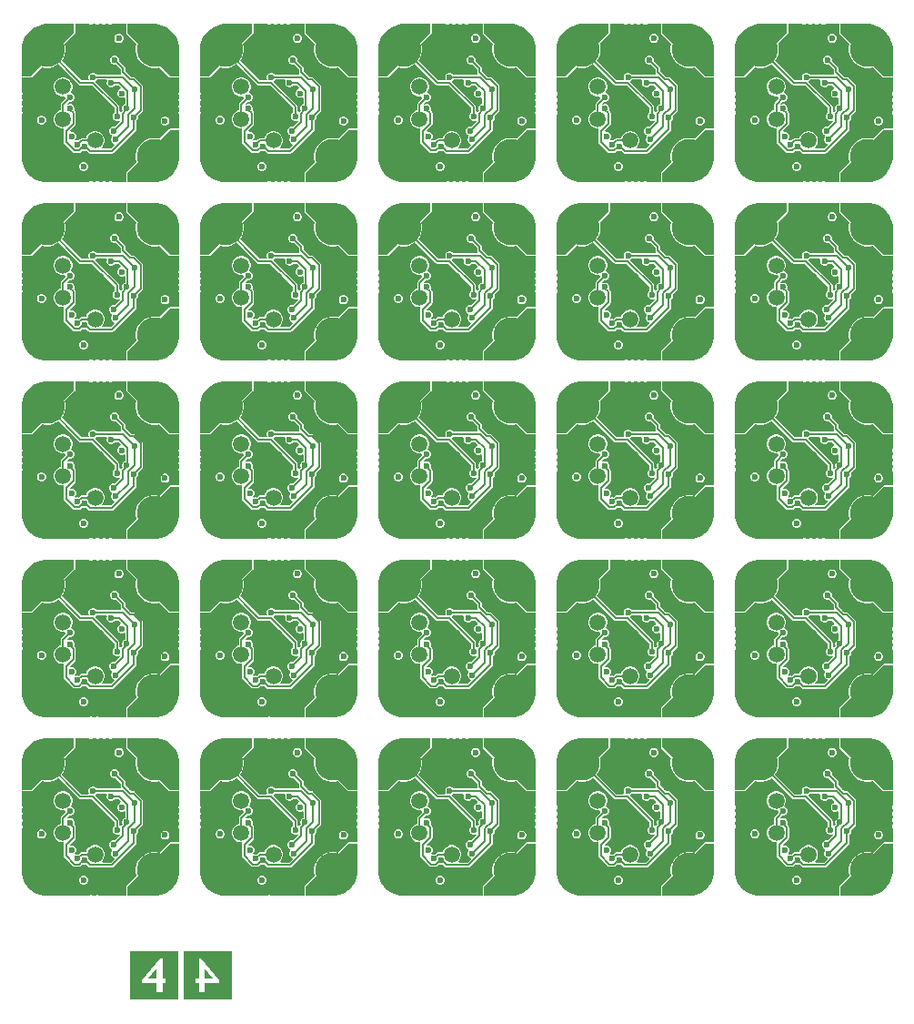
<source format=gbl>
G04*
G04 #@! TF.GenerationSoftware,Altium Limited,Altium Designer,23.11.1 (41)*
G04*
G04 Layer_Physical_Order=4*
G04 Layer_Color=16711680*
%FSLAX44Y44*%
%MOMM*%
G71*
G04*
G04 #@! TF.SameCoordinates,3482151D-E3A4-470A-A98F-003E0BE399C6*
G04*
G04*
G04 #@! TF.FilePolarity,Positive*
G04*
G01*
G75*
%ADD20C,0.2000*%
%ADD22C,3.3000*%
%ADD23C,0.6000*%
%ADD24C,0.5000*%
%ADD25C,1.5000*%
G36*
X855701Y904000D02*
X856081Y903082D01*
X865239Y893924D01*
X864600Y890714D01*
Y887286D01*
X865269Y883925D01*
X866580Y880758D01*
X868484Y877908D01*
X870908Y875484D01*
X873758Y873580D01*
X876925Y872269D01*
X880286Y871600D01*
X883714D01*
X886925Y872239D01*
X896081Y863082D01*
X897000Y862701D01*
X905377D01*
Y849771D01*
X904965Y849360D01*
X904600Y848477D01*
Y847523D01*
X904965Y846640D01*
X905377Y846229D01*
Y843771D01*
X904965Y843360D01*
X904600Y842477D01*
Y841523D01*
X904965Y840640D01*
X905377Y840229D01*
Y837771D01*
X904965Y837359D01*
X904600Y836477D01*
Y835523D01*
X904965Y834641D01*
X905377Y834229D01*
Y831771D01*
X904965Y831359D01*
X904600Y830477D01*
Y829523D01*
X904965Y828641D01*
X905377Y828229D01*
Y815299D01*
X897000D01*
X896081Y814918D01*
X886925Y805761D01*
X883714Y806400D01*
X880286D01*
X876925Y805731D01*
X873758Y804420D01*
X870908Y802515D01*
X868484Y800092D01*
X866580Y797242D01*
X865269Y794075D01*
X864600Y790714D01*
Y787286D01*
X865239Y784075D01*
X856081Y774918D01*
X855701Y774000D01*
Y765623D01*
X842771D01*
X842359Y766035D01*
X841477Y766400D01*
X840523D01*
X839641Y766035D01*
X839229Y765623D01*
X836771D01*
X836359Y766035D01*
X835477Y766400D01*
X834523D01*
X833641Y766035D01*
X833229Y765623D01*
X830771D01*
X830359Y766035D01*
X829477Y766400D01*
X828523D01*
X827641Y766035D01*
X827229Y765623D01*
X824771D01*
X824359Y766035D01*
X823477Y766400D01*
X822523D01*
X821640Y766035D01*
X821229Y765623D01*
X779698D01*
X775181Y766522D01*
X770927Y768284D01*
X767098Y770842D01*
X763842Y774098D01*
X761284Y777927D01*
X759522Y782181D01*
X758624Y786698D01*
Y789000D01*
Y828229D01*
X759035Y828641D01*
X759400Y829523D01*
Y830477D01*
X759035Y831359D01*
X758624Y831771D01*
Y834229D01*
X759035Y834641D01*
X759400Y835523D01*
Y836477D01*
X759035Y837359D01*
X758624Y837771D01*
Y840229D01*
X759035Y840640D01*
X759400Y841523D01*
Y842477D01*
X759035Y843360D01*
X758624Y843771D01*
Y846229D01*
X759035Y846640D01*
X759400Y847523D01*
Y848477D01*
X759035Y849360D01*
X758624Y849771D01*
Y862701D01*
X767000D01*
X767918Y863082D01*
X777076Y872239D01*
X780286Y871600D01*
X783714D01*
X787075Y872269D01*
X790242Y873580D01*
X792643Y875185D01*
X811614Y856214D01*
X812342Y855728D01*
X813200Y855557D01*
X823918D01*
X844992Y834483D01*
Y830382D01*
X844855Y830326D01*
X843674Y829144D01*
X843035Y827601D01*
Y825930D01*
X843674Y824386D01*
X844855Y823205D01*
X846399Y822565D01*
X848070D01*
X848922Y822918D01*
X849008Y822880D01*
X849689Y821861D01*
X844971Y817144D01*
X844835Y817200D01*
X843165D01*
X841621Y816561D01*
X840439Y815379D01*
X839800Y813835D01*
Y812165D01*
X840439Y810621D01*
X841621Y809439D01*
X842386Y809122D01*
X842687Y807627D01*
X842439Y807379D01*
X841800Y805835D01*
Y804165D01*
X842439Y802621D01*
X843621Y801439D01*
X844472Y801087D01*
X844808Y799627D01*
X841725Y796543D01*
X833643D01*
X833117Y797813D01*
X833962Y798658D01*
X835107Y800642D01*
X835700Y802855D01*
Y805145D01*
X835107Y807358D01*
X833962Y809342D01*
X832342Y810962D01*
X830358Y812107D01*
X828145Y812700D01*
X825855D01*
X823642Y812107D01*
X821658Y810962D01*
X820038Y809342D01*
X818893Y807358D01*
X818594Y806243D01*
X814485D01*
X813627Y806072D01*
X812899Y805586D01*
X811315Y804001D01*
X810835Y804200D01*
X809165D01*
X808774Y804038D01*
X808055Y805115D01*
X808561Y805621D01*
X809200Y807165D01*
Y808835D01*
X808561Y810379D01*
X807379Y811561D01*
X805835Y812200D01*
X804266D01*
X804036Y812470D01*
X803619Y813348D01*
X808286Y818016D01*
X808772Y818744D01*
X808943Y819602D01*
Y829458D01*
X808772Y830316D01*
X808286Y831044D01*
X807364Y831967D01*
X807737Y832868D01*
Y834539D01*
X807097Y836083D01*
X805916Y837264D01*
X804372Y837904D01*
X802701D01*
X801669Y837476D01*
X800950Y838553D01*
X802518Y840121D01*
X802654Y840065D01*
X804325D01*
X805869Y840704D01*
X807050Y841886D01*
X807690Y843430D01*
Y845100D01*
X807050Y846644D01*
X805869Y847826D01*
X805125Y848134D01*
X804530Y849631D01*
X804534Y849649D01*
X805107Y850642D01*
X805700Y852855D01*
Y855145D01*
X805107Y857358D01*
X803962Y859342D01*
X802342Y860962D01*
X800358Y862107D01*
X798145Y862700D01*
X795855D01*
X793642Y862107D01*
X791658Y860962D01*
X790038Y859342D01*
X788893Y857358D01*
X788300Y855145D01*
Y852855D01*
X788893Y850642D01*
X790038Y848658D01*
X791658Y847038D01*
X793642Y845893D01*
X795855Y845300D01*
X798117D01*
X798152Y845294D01*
X799098Y844461D01*
X799152Y843099D01*
X795414Y839361D01*
X794928Y838633D01*
X794757Y837775D01*
Y832406D01*
X793642Y832107D01*
X791658Y830962D01*
X790038Y829342D01*
X788893Y827358D01*
X788300Y825145D01*
Y822855D01*
X788893Y820642D01*
X790038Y818658D01*
X791658Y817038D01*
X793642Y815893D01*
X795855Y815300D01*
X797430D01*
X797758Y814876D01*
X798041Y814030D01*
X797728Y813560D01*
X797557Y812702D01*
Y802846D01*
X797728Y801988D01*
X798214Y801260D01*
X806260Y793214D01*
X806988Y792728D01*
X807846Y792557D01*
X812154D01*
X813012Y792728D01*
X813740Y793214D01*
X815078Y794552D01*
X815881Y794220D01*
X817552D01*
X818709Y794699D01*
X820694Y792714D01*
X821422Y792228D01*
X822280Y792057D01*
X842654D01*
X843512Y792228D01*
X844240Y792714D01*
X864586Y813060D01*
X865072Y813788D01*
X865243Y814646D01*
Y822383D01*
X865379Y822439D01*
X866561Y823621D01*
X867200Y825165D01*
Y826835D01*
X867144Y826971D01*
X870786Y830614D01*
X871272Y831342D01*
X871443Y832200D01*
Y854154D01*
X871272Y855012D01*
X870786Y855740D01*
X864023Y862503D01*
X863295Y862989D01*
X862437Y863160D01*
X860538D01*
X855089Y868609D01*
Y871155D01*
X854918Y872013D01*
X854432Y872741D01*
X849144Y878028D01*
X849200Y878165D01*
Y879835D01*
X848561Y881379D01*
X847379Y882561D01*
X845835Y883200D01*
X844165D01*
X842621Y882561D01*
X841439Y881379D01*
X840800Y879835D01*
Y878165D01*
X841439Y876621D01*
X842621Y875439D01*
X844165Y874800D01*
X845835D01*
X845971Y874856D01*
X850602Y870226D01*
Y867680D01*
X850773Y866822D01*
X850979Y866513D01*
X850421Y865243D01*
X828617D01*
X828560Y865379D01*
X827379Y866561D01*
X825835Y867200D01*
X824165D01*
X822621Y866561D01*
X821439Y865379D01*
X820800Y863835D01*
Y862165D01*
X821153Y861313D01*
X820358Y860043D01*
X814129D01*
X795815Y878357D01*
X797420Y880758D01*
X798731Y883925D01*
X799400Y887286D01*
Y890714D01*
X798761Y893924D01*
X807918Y903082D01*
X808299Y904000D01*
Y912376D01*
X821229D01*
X821640Y911965D01*
X822523Y911600D01*
X823477D01*
X824360Y911965D01*
X824771Y912376D01*
X827229D01*
X827641Y911965D01*
X828523Y911600D01*
X829477D01*
X830359Y911965D01*
X830771Y912376D01*
X833229D01*
X833641Y911965D01*
X834523Y911600D01*
X835477D01*
X836359Y911965D01*
X836771Y912376D01*
X839229D01*
X839641Y911965D01*
X840523Y911600D01*
X841477D01*
X842359Y911965D01*
X842771Y912376D01*
X855701D01*
Y904000D01*
D02*
G37*
G36*
X689701D02*
X690082Y903082D01*
X699239Y893924D01*
X698600Y890714D01*
Y887286D01*
X699269Y883925D01*
X700580Y880758D01*
X702485Y877908D01*
X704908Y875484D01*
X707758Y873580D01*
X710925Y872269D01*
X714286Y871600D01*
X717714D01*
X720925Y872239D01*
X730081Y863082D01*
X731000Y862701D01*
X739377D01*
Y849771D01*
X738965Y849360D01*
X738600Y848477D01*
Y847523D01*
X738965Y846640D01*
X739377Y846229D01*
Y843771D01*
X738965Y843360D01*
X738600Y842477D01*
Y841523D01*
X738965Y840640D01*
X739377Y840229D01*
Y837771D01*
X738965Y837359D01*
X738600Y836477D01*
Y835523D01*
X738965Y834641D01*
X739377Y834229D01*
Y831771D01*
X738965Y831359D01*
X738600Y830477D01*
Y829523D01*
X738965Y828641D01*
X739377Y828229D01*
Y815299D01*
X731000D01*
X730081Y814918D01*
X720925Y805761D01*
X717714Y806400D01*
X714286D01*
X710925Y805731D01*
X707758Y804420D01*
X704908Y802515D01*
X702485Y800092D01*
X700580Y797242D01*
X699269Y794075D01*
X698600Y790714D01*
Y787286D01*
X699239Y784075D01*
X690082Y774918D01*
X689701Y774000D01*
Y765623D01*
X676771D01*
X676359Y766035D01*
X675477Y766400D01*
X674523D01*
X673641Y766035D01*
X673229Y765623D01*
X670771D01*
X670359Y766035D01*
X669477Y766400D01*
X668523D01*
X667641Y766035D01*
X667229Y765623D01*
X664771D01*
X664360Y766035D01*
X663477Y766400D01*
X662523D01*
X661640Y766035D01*
X661229Y765623D01*
X658771D01*
X658359Y766035D01*
X657477Y766400D01*
X656523D01*
X655640Y766035D01*
X655229Y765623D01*
X613698D01*
X609181Y766522D01*
X604927Y768284D01*
X601098Y770842D01*
X597842Y774098D01*
X595284Y777927D01*
X593522Y782181D01*
X592623Y786698D01*
Y789000D01*
Y828229D01*
X593035Y828641D01*
X593400Y829523D01*
Y830477D01*
X593035Y831359D01*
X592623Y831771D01*
Y834229D01*
X593035Y834641D01*
X593400Y835523D01*
Y836477D01*
X593035Y837359D01*
X592623Y837771D01*
Y840229D01*
X593035Y840640D01*
X593400Y841523D01*
Y842477D01*
X593035Y843360D01*
X592623Y843771D01*
Y846229D01*
X593035Y846640D01*
X593400Y847523D01*
Y848477D01*
X593035Y849360D01*
X592623Y849771D01*
Y862701D01*
X601000D01*
X601918Y863082D01*
X611076Y872239D01*
X614286Y871600D01*
X617714D01*
X621075Y872269D01*
X624242Y873580D01*
X626643Y875185D01*
X645614Y856214D01*
X646342Y855728D01*
X647200Y855557D01*
X657918D01*
X678991Y834483D01*
Y830382D01*
X678856Y830326D01*
X677674Y829144D01*
X677035Y827601D01*
Y825930D01*
X677674Y824386D01*
X678856Y823205D01*
X680399Y822565D01*
X682070D01*
X682922Y822918D01*
X683008Y822880D01*
X683689Y821861D01*
X678971Y817144D01*
X678835Y817200D01*
X677165D01*
X675621Y816561D01*
X674439Y815379D01*
X673800Y813835D01*
Y812165D01*
X674439Y810621D01*
X675621Y809439D01*
X676386Y809122D01*
X676687Y807627D01*
X676439Y807379D01*
X675800Y805835D01*
Y804165D01*
X676439Y802621D01*
X677621Y801439D01*
X678472Y801087D01*
X678808Y799627D01*
X675725Y796543D01*
X667643D01*
X667117Y797813D01*
X667962Y798658D01*
X669107Y800642D01*
X669700Y802855D01*
Y805145D01*
X669107Y807358D01*
X667962Y809342D01*
X666342Y810962D01*
X664358Y812107D01*
X662145Y812700D01*
X659855D01*
X657642Y812107D01*
X655658Y810962D01*
X654038Y809342D01*
X652893Y807358D01*
X652594Y806243D01*
X648485D01*
X647627Y806072D01*
X646899Y805586D01*
X645315Y804001D01*
X644835Y804200D01*
X643165D01*
X642774Y804038D01*
X642055Y805115D01*
X642561Y805621D01*
X643200Y807165D01*
Y808835D01*
X642561Y810379D01*
X641379Y811561D01*
X639835Y812200D01*
X638266D01*
X638036Y812470D01*
X637619Y813348D01*
X642286Y818016D01*
X642772Y818744D01*
X642943Y819602D01*
Y829458D01*
X642772Y830316D01*
X642286Y831044D01*
X641364Y831967D01*
X641737Y832868D01*
Y834539D01*
X641097Y836083D01*
X639916Y837264D01*
X638372Y837904D01*
X636702D01*
X635669Y837476D01*
X634950Y838553D01*
X636519Y840121D01*
X636655Y840065D01*
X638325D01*
X639869Y840704D01*
X641050Y841886D01*
X641690Y843430D01*
Y845100D01*
X641050Y846644D01*
X639869Y847826D01*
X639125Y848134D01*
X638531Y849631D01*
X638534Y849649D01*
X639107Y850642D01*
X639700Y852855D01*
Y855145D01*
X639107Y857358D01*
X637962Y859342D01*
X636342Y860962D01*
X634358Y862107D01*
X632145Y862700D01*
X629855D01*
X627642Y862107D01*
X625658Y860962D01*
X624038Y859342D01*
X622893Y857358D01*
X622300Y855145D01*
Y852855D01*
X622893Y850642D01*
X624038Y848658D01*
X625658Y847038D01*
X627642Y845893D01*
X629855Y845300D01*
X632117D01*
X632152Y845294D01*
X633098Y844461D01*
X633152Y843099D01*
X629414Y839361D01*
X628928Y838633D01*
X628757Y837775D01*
Y832406D01*
X627642Y832107D01*
X625658Y830962D01*
X624038Y829342D01*
X622893Y827358D01*
X622300Y825145D01*
Y822855D01*
X622893Y820642D01*
X624038Y818658D01*
X625658Y817038D01*
X627642Y815893D01*
X629855Y815300D01*
X631430D01*
X631758Y814876D01*
X632041Y814030D01*
X631728Y813560D01*
X631557Y812702D01*
Y802846D01*
X631728Y801988D01*
X632214Y801260D01*
X640260Y793214D01*
X640988Y792728D01*
X641846Y792557D01*
X646154D01*
X647012Y792728D01*
X647740Y793214D01*
X649078Y794552D01*
X649881Y794220D01*
X651552D01*
X652709Y794699D01*
X654694Y792714D01*
X655422Y792228D01*
X656280Y792057D01*
X676654D01*
X677512Y792228D01*
X678240Y792714D01*
X698586Y813060D01*
X699072Y813788D01*
X699243Y814646D01*
Y822383D01*
X699379Y822439D01*
X700561Y823621D01*
X701200Y825165D01*
Y826835D01*
X701144Y826971D01*
X704786Y830614D01*
X705272Y831342D01*
X705443Y832200D01*
Y854154D01*
X705272Y855012D01*
X704786Y855740D01*
X698023Y862503D01*
X697295Y862989D01*
X696437Y863160D01*
X694538D01*
X689089Y868609D01*
Y871155D01*
X688918Y872013D01*
X688431Y872741D01*
X683144Y878028D01*
X683200Y878165D01*
Y879835D01*
X682561Y881379D01*
X681379Y882561D01*
X679835Y883200D01*
X678165D01*
X676621Y882561D01*
X675439Y881379D01*
X674800Y879835D01*
Y878165D01*
X675439Y876621D01*
X676621Y875439D01*
X678165Y874800D01*
X679835D01*
X679971Y874856D01*
X684602Y870226D01*
Y867680D01*
X684773Y866822D01*
X684979Y866513D01*
X684421Y865243D01*
X662617D01*
X662561Y865379D01*
X661379Y866561D01*
X659835Y867200D01*
X658165D01*
X656621Y866561D01*
X655439Y865379D01*
X654800Y863835D01*
Y862165D01*
X655153Y861313D01*
X654358Y860043D01*
X648129D01*
X629815Y878357D01*
X631420Y880758D01*
X632731Y883925D01*
X633400Y887286D01*
Y890714D01*
X632761Y893924D01*
X641918Y903082D01*
X642299Y904000D01*
Y912376D01*
X655229D01*
X655640Y911965D01*
X656523Y911600D01*
X657477D01*
X658360Y911965D01*
X658771Y912376D01*
X661229D01*
X661640Y911965D01*
X662523Y911600D01*
X663477D01*
X664360Y911965D01*
X664771Y912376D01*
X667229D01*
X667641Y911965D01*
X668523Y911600D01*
X669477D01*
X670359Y911965D01*
X670771Y912376D01*
X673229D01*
X673641Y911965D01*
X674523Y911600D01*
X675477D01*
X676359Y911965D01*
X676771Y912376D01*
X689701D01*
Y904000D01*
D02*
G37*
G36*
X523701D02*
X524082Y903082D01*
X533239Y893924D01*
X532600Y890714D01*
Y887286D01*
X533269Y883925D01*
X534580Y880758D01*
X536484Y877908D01*
X538908Y875484D01*
X541758Y873580D01*
X544925Y872269D01*
X548286Y871600D01*
X551714D01*
X554925Y872239D01*
X564081Y863082D01*
X565000Y862701D01*
X573377D01*
Y849771D01*
X572965Y849360D01*
X572600Y848477D01*
Y847523D01*
X572965Y846640D01*
X573377Y846229D01*
Y843771D01*
X572965Y843360D01*
X572600Y842477D01*
Y841523D01*
X572965Y840640D01*
X573377Y840229D01*
Y837771D01*
X572965Y837359D01*
X572600Y836477D01*
Y835523D01*
X572965Y834641D01*
X573377Y834229D01*
Y831771D01*
X572965Y831359D01*
X572600Y830477D01*
Y829523D01*
X572965Y828641D01*
X573377Y828229D01*
Y815299D01*
X565000D01*
X564081Y814918D01*
X554925Y805761D01*
X551714Y806400D01*
X548286D01*
X544925Y805731D01*
X541758Y804420D01*
X538908Y802515D01*
X536484Y800092D01*
X534580Y797242D01*
X533269Y794075D01*
X532600Y790714D01*
Y787286D01*
X533239Y784075D01*
X524082Y774918D01*
X523701Y774000D01*
Y765623D01*
X510771D01*
X510359Y766035D01*
X509477Y766400D01*
X508523D01*
X507640Y766035D01*
X507229Y765623D01*
X504771D01*
X504360Y766035D01*
X503477Y766400D01*
X502523D01*
X501641Y766035D01*
X501229Y765623D01*
X498771D01*
X498359Y766035D01*
X497477Y766400D01*
X496523D01*
X495640Y766035D01*
X495229Y765623D01*
X492771D01*
X492359Y766035D01*
X491477Y766400D01*
X490523D01*
X489641Y766035D01*
X489229Y765623D01*
X447698D01*
X443181Y766522D01*
X438927Y768284D01*
X435098Y770842D01*
X431842Y774098D01*
X429284Y777927D01*
X427522Y782181D01*
X426623Y786698D01*
Y789000D01*
Y828229D01*
X427035Y828641D01*
X427400Y829523D01*
Y830477D01*
X427035Y831359D01*
X426623Y831771D01*
Y834229D01*
X427035Y834641D01*
X427400Y835523D01*
Y836477D01*
X427035Y837359D01*
X426623Y837771D01*
Y840229D01*
X427035Y840640D01*
X427400Y841523D01*
Y842477D01*
X427035Y843360D01*
X426623Y843771D01*
Y846229D01*
X427035Y846640D01*
X427400Y847523D01*
Y848477D01*
X427035Y849360D01*
X426623Y849771D01*
Y862701D01*
X435000D01*
X435918Y863082D01*
X445075Y872239D01*
X448286Y871600D01*
X451714D01*
X455075Y872269D01*
X458242Y873580D01*
X460643Y875185D01*
X479614Y856214D01*
X480342Y855728D01*
X481200Y855557D01*
X491918D01*
X512991Y834483D01*
Y830382D01*
X512855Y830326D01*
X511674Y829144D01*
X511035Y827601D01*
Y825930D01*
X511674Y824386D01*
X512855Y823205D01*
X514399Y822565D01*
X516070D01*
X516922Y822918D01*
X517008Y822880D01*
X517689Y821861D01*
X512971Y817144D01*
X512835Y817200D01*
X511165D01*
X509621Y816561D01*
X508439Y815379D01*
X507800Y813835D01*
Y812165D01*
X508439Y810621D01*
X509621Y809439D01*
X510387Y809122D01*
X510687Y807627D01*
X510439Y807379D01*
X509800Y805835D01*
Y804165D01*
X510439Y802621D01*
X511621Y801439D01*
X512472Y801087D01*
X512808Y799627D01*
X509725Y796543D01*
X501643D01*
X501117Y797813D01*
X501962Y798658D01*
X503107Y800642D01*
X503700Y802855D01*
Y805145D01*
X503107Y807358D01*
X501962Y809342D01*
X500342Y810962D01*
X498358Y812107D01*
X496145Y812700D01*
X493855D01*
X491642Y812107D01*
X489658Y810962D01*
X488038Y809342D01*
X486893Y807358D01*
X486594Y806243D01*
X482485D01*
X481627Y806072D01*
X480899Y805586D01*
X479315Y804001D01*
X478835Y804200D01*
X477165D01*
X476774Y804038D01*
X476054Y805115D01*
X476561Y805621D01*
X477200Y807165D01*
Y808835D01*
X476561Y810379D01*
X475379Y811561D01*
X473835Y812200D01*
X472266D01*
X472036Y812470D01*
X471619Y813348D01*
X476286Y818016D01*
X476772Y818744D01*
X476943Y819602D01*
Y829458D01*
X476772Y830316D01*
X476286Y831044D01*
X475364Y831967D01*
X475737Y832868D01*
Y834539D01*
X475098Y836083D01*
X473916Y837264D01*
X472372Y837904D01*
X470701D01*
X469669Y837476D01*
X468950Y838553D01*
X470518Y840121D01*
X470654Y840065D01*
X472325D01*
X473869Y840704D01*
X475051Y841886D01*
X475690Y843430D01*
Y845100D01*
X475051Y846644D01*
X473869Y847826D01*
X473125Y848134D01*
X472531Y849631D01*
X472534Y849649D01*
X473107Y850642D01*
X473700Y852855D01*
Y855145D01*
X473107Y857358D01*
X471962Y859342D01*
X470342Y860962D01*
X468358Y862107D01*
X466145Y862700D01*
X463855D01*
X461642Y862107D01*
X459658Y860962D01*
X458038Y859342D01*
X456893Y857358D01*
X456300Y855145D01*
Y852855D01*
X456893Y850642D01*
X458038Y848658D01*
X459658Y847038D01*
X461642Y845893D01*
X463855Y845300D01*
X466117D01*
X466152Y845294D01*
X467098Y844461D01*
X467152Y843099D01*
X463414Y839361D01*
X462928Y838633D01*
X462757Y837775D01*
Y832406D01*
X461642Y832107D01*
X459658Y830962D01*
X458038Y829342D01*
X456893Y827358D01*
X456300Y825145D01*
Y822855D01*
X456893Y820642D01*
X458038Y818658D01*
X459658Y817038D01*
X461642Y815893D01*
X463855Y815300D01*
X465430D01*
X465758Y814876D01*
X466041Y814030D01*
X465728Y813560D01*
X465557Y812702D01*
Y802846D01*
X465728Y801988D01*
X466214Y801260D01*
X474260Y793214D01*
X474988Y792728D01*
X475846Y792557D01*
X480154D01*
X481012Y792728D01*
X481740Y793214D01*
X483078Y794552D01*
X483881Y794220D01*
X485552D01*
X486709Y794699D01*
X488694Y792714D01*
X489422Y792228D01*
X490280Y792057D01*
X510654D01*
X511512Y792228D01*
X512240Y792714D01*
X532586Y813060D01*
X533072Y813788D01*
X533243Y814646D01*
Y822383D01*
X533379Y822439D01*
X534561Y823621D01*
X535200Y825165D01*
Y826835D01*
X535144Y826971D01*
X538786Y830614D01*
X539272Y831342D01*
X539443Y832200D01*
Y854154D01*
X539272Y855012D01*
X538786Y855740D01*
X532023Y862503D01*
X531295Y862989D01*
X530437Y863160D01*
X528538D01*
X523088Y868609D01*
Y871155D01*
X522918Y872013D01*
X522431Y872741D01*
X517144Y878028D01*
X517200Y878165D01*
Y879835D01*
X516561Y881379D01*
X515379Y882561D01*
X513835Y883200D01*
X512165D01*
X510621Y882561D01*
X509439Y881379D01*
X508800Y879835D01*
Y878165D01*
X509439Y876621D01*
X510621Y875439D01*
X512165Y874800D01*
X513835D01*
X513971Y874856D01*
X518602Y870226D01*
Y867680D01*
X518773Y866822D01*
X518979Y866513D01*
X518421Y865243D01*
X496617D01*
X496561Y865379D01*
X495379Y866561D01*
X493835Y867200D01*
X492164D01*
X490621Y866561D01*
X489439Y865379D01*
X488800Y863835D01*
Y862165D01*
X489153Y861313D01*
X488358Y860043D01*
X482129D01*
X463815Y878357D01*
X465420Y880758D01*
X466731Y883925D01*
X467400Y887286D01*
Y890714D01*
X466761Y893924D01*
X475918Y903082D01*
X476299Y904000D01*
Y912376D01*
X489229D01*
X489641Y911965D01*
X490523Y911600D01*
X491477D01*
X492360Y911965D01*
X492771Y912376D01*
X495229D01*
X495640Y911965D01*
X496523Y911600D01*
X497477D01*
X498359Y911965D01*
X498771Y912376D01*
X501229D01*
X501641Y911965D01*
X502523Y911600D01*
X503477D01*
X504360Y911965D01*
X504771Y912376D01*
X507229D01*
X507640Y911965D01*
X508523Y911600D01*
X509477D01*
X510359Y911965D01*
X510771Y912376D01*
X523701D01*
Y904000D01*
D02*
G37*
G36*
X357701D02*
X358082Y903082D01*
X367239Y893924D01*
X366600Y890714D01*
Y887286D01*
X367269Y883925D01*
X368580Y880758D01*
X370485Y877908D01*
X372908Y875484D01*
X375758Y873580D01*
X378925Y872269D01*
X382286Y871600D01*
X385714D01*
X388924Y872239D01*
X398082Y863082D01*
X399000Y862701D01*
X407377D01*
Y849771D01*
X406965Y849360D01*
X406600Y848477D01*
Y847523D01*
X406965Y846640D01*
X407377Y846229D01*
Y843771D01*
X406965Y843360D01*
X406600Y842477D01*
Y841523D01*
X406965Y840640D01*
X407377Y840229D01*
Y837771D01*
X406965Y837359D01*
X406600Y836477D01*
Y835523D01*
X406965Y834641D01*
X407377Y834229D01*
Y831771D01*
X406965Y831359D01*
X406600Y830477D01*
Y829523D01*
X406965Y828641D01*
X407377Y828229D01*
Y815299D01*
X399000D01*
X398082Y814918D01*
X388924Y805761D01*
X385714Y806400D01*
X382286D01*
X378925Y805731D01*
X375758Y804420D01*
X372908Y802515D01*
X370485Y800092D01*
X368580Y797242D01*
X367269Y794075D01*
X366600Y790714D01*
Y787286D01*
X367239Y784075D01*
X358082Y774918D01*
X357701Y774000D01*
Y765623D01*
X344771D01*
X344360Y766035D01*
X343477Y766400D01*
X342523D01*
X341641Y766035D01*
X341229Y765623D01*
X338771D01*
X338359Y766035D01*
X337477Y766400D01*
X336523D01*
X335640Y766035D01*
X335229Y765623D01*
X332771D01*
X332360Y766035D01*
X331477Y766400D01*
X330523D01*
X329641Y766035D01*
X329229Y765623D01*
X326771D01*
X326359Y766035D01*
X325477Y766400D01*
X324523D01*
X323641Y766035D01*
X323229Y765623D01*
X281698D01*
X277181Y766522D01*
X272927Y768284D01*
X269098Y770842D01*
X265842Y774098D01*
X263284Y777927D01*
X261522Y782181D01*
X260623Y786698D01*
Y789000D01*
Y828229D01*
X261035Y828641D01*
X261400Y829523D01*
Y830477D01*
X261035Y831359D01*
X260623Y831771D01*
Y834229D01*
X261035Y834641D01*
X261400Y835523D01*
Y836477D01*
X261035Y837359D01*
X260623Y837771D01*
Y840229D01*
X261035Y840640D01*
X261400Y841523D01*
Y842477D01*
X261035Y843360D01*
X260623Y843771D01*
Y846229D01*
X261035Y846640D01*
X261400Y847523D01*
Y848477D01*
X261035Y849360D01*
X260623Y849771D01*
Y862701D01*
X269000D01*
X269918Y863082D01*
X279076Y872239D01*
X282286Y871600D01*
X285714D01*
X289075Y872269D01*
X292242Y873580D01*
X294643Y875185D01*
X313614Y856214D01*
X314342Y855728D01*
X315200Y855557D01*
X325918D01*
X346992Y834483D01*
Y830382D01*
X346856Y830326D01*
X345674Y829144D01*
X345035Y827601D01*
Y825930D01*
X345674Y824386D01*
X346856Y823205D01*
X348399Y822565D01*
X350070D01*
X350922Y822918D01*
X351008Y822880D01*
X351689Y821861D01*
X346971Y817144D01*
X346835Y817200D01*
X345165D01*
X343621Y816561D01*
X342439Y815379D01*
X341800Y813835D01*
Y812165D01*
X342439Y810621D01*
X343621Y809439D01*
X344386Y809122D01*
X344687Y807627D01*
X344439Y807379D01*
X343800Y805835D01*
Y804165D01*
X344439Y802621D01*
X345621Y801439D01*
X346472Y801087D01*
X346808Y799627D01*
X343725Y796543D01*
X335643D01*
X335117Y797813D01*
X335962Y798658D01*
X337107Y800642D01*
X337700Y802855D01*
Y805145D01*
X337107Y807358D01*
X335962Y809342D01*
X334342Y810962D01*
X332358Y812107D01*
X330145Y812700D01*
X327855D01*
X325642Y812107D01*
X323658Y810962D01*
X322038Y809342D01*
X320893Y807358D01*
X320594Y806243D01*
X316485D01*
X315627Y806072D01*
X314899Y805586D01*
X313315Y804001D01*
X312835Y804200D01*
X311165D01*
X310774Y804038D01*
X310054Y805115D01*
X310561Y805621D01*
X311200Y807165D01*
Y808835D01*
X310561Y810379D01*
X309379Y811561D01*
X307835Y812200D01*
X306266D01*
X306036Y812470D01*
X305619Y813348D01*
X310286Y818016D01*
X310772Y818744D01*
X310943Y819602D01*
Y829458D01*
X310772Y830316D01*
X310286Y831044D01*
X309363Y831967D01*
X309737Y832868D01*
Y834539D01*
X309097Y836083D01*
X307916Y837264D01*
X306372Y837904D01*
X304701D01*
X303669Y837476D01*
X302950Y838553D01*
X304519Y840121D01*
X304655Y840065D01*
X306325D01*
X307869Y840704D01*
X309051Y841886D01*
X309690Y843430D01*
Y845100D01*
X309051Y846644D01*
X307869Y847826D01*
X307125Y848134D01*
X306531Y849631D01*
X306534Y849649D01*
X307107Y850642D01*
X307700Y852855D01*
Y855145D01*
X307107Y857358D01*
X305962Y859342D01*
X304342Y860962D01*
X302358Y862107D01*
X300145Y862700D01*
X297855D01*
X295642Y862107D01*
X293658Y860962D01*
X292038Y859342D01*
X290893Y857358D01*
X290300Y855145D01*
Y852855D01*
X290893Y850642D01*
X292038Y848658D01*
X293658Y847038D01*
X295642Y845893D01*
X297855Y845300D01*
X300117D01*
X300152Y845294D01*
X301098Y844461D01*
X301152Y843099D01*
X297414Y839361D01*
X296928Y838633D01*
X296757Y837775D01*
Y832406D01*
X295642Y832107D01*
X293658Y830962D01*
X292038Y829342D01*
X290893Y827358D01*
X290300Y825145D01*
Y822855D01*
X290893Y820642D01*
X292038Y818658D01*
X293658Y817038D01*
X295642Y815893D01*
X297855Y815300D01*
X299430D01*
X299758Y814876D01*
X300041Y814030D01*
X299728Y813560D01*
X299557Y812702D01*
Y802846D01*
X299728Y801988D01*
X300214Y801260D01*
X308260Y793214D01*
X308988Y792728D01*
X309846Y792557D01*
X314154D01*
X315012Y792728D01*
X315740Y793214D01*
X317078Y794552D01*
X317881Y794220D01*
X319552D01*
X320709Y794699D01*
X322694Y792714D01*
X323422Y792228D01*
X324280Y792057D01*
X344654D01*
X345512Y792228D01*
X346240Y792714D01*
X366586Y813060D01*
X367072Y813788D01*
X367243Y814646D01*
Y822383D01*
X367379Y822439D01*
X368561Y823621D01*
X369200Y825165D01*
Y826835D01*
X369144Y826971D01*
X372786Y830614D01*
X373272Y831342D01*
X373443Y832200D01*
Y854154D01*
X373272Y855012D01*
X372786Y855740D01*
X366023Y862503D01*
X365295Y862989D01*
X364437Y863160D01*
X362538D01*
X357089Y868609D01*
Y871155D01*
X356918Y872013D01*
X356432Y872741D01*
X351144Y878028D01*
X351200Y878165D01*
Y879835D01*
X350561Y881379D01*
X349379Y882561D01*
X347835Y883200D01*
X346165D01*
X344621Y882561D01*
X343439Y881379D01*
X342800Y879835D01*
Y878165D01*
X343439Y876621D01*
X344621Y875439D01*
X346165Y874800D01*
X347835D01*
X347971Y874856D01*
X352602Y870226D01*
Y867680D01*
X352773Y866822D01*
X352979Y866513D01*
X352421Y865243D01*
X330617D01*
X330561Y865379D01*
X329379Y866561D01*
X327835Y867200D01*
X326165D01*
X324621Y866561D01*
X323439Y865379D01*
X322800Y863835D01*
Y862165D01*
X323153Y861313D01*
X322358Y860043D01*
X316129D01*
X297815Y878357D01*
X299420Y880758D01*
X300731Y883925D01*
X301400Y887286D01*
Y890714D01*
X300761Y893924D01*
X309918Y903082D01*
X310299Y904000D01*
Y912376D01*
X323229D01*
X323641Y911965D01*
X324523Y911600D01*
X325477D01*
X326359Y911965D01*
X326771Y912376D01*
X329229D01*
X329641Y911965D01*
X330523Y911600D01*
X331477D01*
X332360Y911965D01*
X332771Y912376D01*
X335229D01*
X335640Y911965D01*
X336523Y911600D01*
X337477D01*
X338359Y911965D01*
X338771Y912376D01*
X341229D01*
X341641Y911965D01*
X342523Y911600D01*
X343477D01*
X344360Y911965D01*
X344771Y912376D01*
X357701D01*
Y904000D01*
D02*
G37*
G36*
X191701D02*
X192082Y903082D01*
X201239Y893924D01*
X200600Y890714D01*
Y887286D01*
X201269Y883925D01*
X202580Y880758D01*
X204485Y877908D01*
X206908Y875484D01*
X209758Y873580D01*
X212925Y872269D01*
X216286Y871600D01*
X219714D01*
X222924Y872239D01*
X232082Y863082D01*
X233000Y862701D01*
X241376D01*
Y849771D01*
X240965Y849360D01*
X240600Y848477D01*
Y847523D01*
X240965Y846640D01*
X241376Y846229D01*
Y843771D01*
X240965Y843360D01*
X240600Y842477D01*
Y841523D01*
X240965Y840640D01*
X241376Y840229D01*
Y837771D01*
X240965Y837359D01*
X240600Y836477D01*
Y835523D01*
X240965Y834641D01*
X241376Y834229D01*
Y831771D01*
X240965Y831359D01*
X240600Y830477D01*
Y829523D01*
X240965Y828641D01*
X241376Y828229D01*
Y815299D01*
X233000D01*
X232082Y814918D01*
X222924Y805761D01*
X219714Y806400D01*
X216286D01*
X212925Y805731D01*
X209758Y804420D01*
X206908Y802515D01*
X204485Y800092D01*
X202580Y797242D01*
X201269Y794075D01*
X200600Y790714D01*
Y787286D01*
X201239Y784075D01*
X192082Y774918D01*
X191701Y774000D01*
Y765623D01*
X178771D01*
X178360Y766035D01*
X177477Y766400D01*
X176523D01*
X175641Y766035D01*
X175229Y765623D01*
X172771D01*
X172360Y766035D01*
X171477Y766400D01*
X170523D01*
X169641Y766035D01*
X169229Y765623D01*
X166771D01*
X166360Y766035D01*
X165477Y766400D01*
X164523D01*
X163640Y766035D01*
X163229Y765623D01*
X160771D01*
X160359Y766035D01*
X159477Y766400D01*
X158523D01*
X157640Y766035D01*
X157229Y765623D01*
X115698D01*
X111181Y766522D01*
X106927Y768284D01*
X103098Y770842D01*
X99842Y774098D01*
X97284Y777927D01*
X95522Y782181D01*
X94623Y786698D01*
Y789000D01*
Y828229D01*
X95035Y828641D01*
X95400Y829523D01*
Y830477D01*
X95035Y831359D01*
X94623Y831771D01*
Y834229D01*
X95035Y834641D01*
X95400Y835523D01*
Y836477D01*
X95035Y837359D01*
X94623Y837771D01*
Y840229D01*
X95035Y840640D01*
X95400Y841523D01*
Y842477D01*
X95035Y843360D01*
X94623Y843771D01*
Y846229D01*
X95035Y846640D01*
X95400Y847523D01*
Y848477D01*
X95035Y849360D01*
X94623Y849771D01*
Y862701D01*
X103000D01*
X103918Y863082D01*
X113076Y872239D01*
X116286Y871600D01*
X119714D01*
X123075Y872269D01*
X126242Y873580D01*
X128643Y875185D01*
X147614Y856214D01*
X148342Y855728D01*
X149200Y855557D01*
X159918D01*
X180991Y834483D01*
Y830382D01*
X180856Y830326D01*
X179674Y829144D01*
X179035Y827601D01*
Y825930D01*
X179674Y824386D01*
X180856Y823205D01*
X182399Y822565D01*
X184070D01*
X184921Y822918D01*
X185008Y822880D01*
X185689Y821861D01*
X180971Y817144D01*
X180835Y817200D01*
X179165D01*
X177621Y816561D01*
X176439Y815379D01*
X175800Y813835D01*
Y812165D01*
X176439Y810621D01*
X177621Y809439D01*
X178386Y809122D01*
X178687Y807627D01*
X178439Y807379D01*
X177800Y805835D01*
Y804165D01*
X178439Y802621D01*
X179621Y801439D01*
X180472Y801087D01*
X180808Y799627D01*
X177725Y796543D01*
X169643D01*
X169117Y797813D01*
X169962Y798658D01*
X171107Y800642D01*
X171700Y802855D01*
Y805145D01*
X171107Y807358D01*
X169962Y809342D01*
X168342Y810962D01*
X166358Y812107D01*
X164145Y812700D01*
X161855D01*
X159642Y812107D01*
X157658Y810962D01*
X156038Y809342D01*
X154893Y807358D01*
X154594Y806243D01*
X150485D01*
X149627Y806072D01*
X148899Y805586D01*
X147315Y804001D01*
X146835Y804200D01*
X145165D01*
X144774Y804038D01*
X144054Y805115D01*
X144561Y805621D01*
X145200Y807165D01*
Y808835D01*
X144561Y810379D01*
X143379Y811561D01*
X141835Y812200D01*
X140266D01*
X140036Y812470D01*
X139619Y813348D01*
X144286Y818016D01*
X144772Y818744D01*
X144943Y819602D01*
Y829458D01*
X144772Y830316D01*
X144286Y831044D01*
X143364Y831967D01*
X143737Y832868D01*
Y834539D01*
X143097Y836083D01*
X141916Y837264D01*
X140372Y837904D01*
X138701D01*
X137669Y837476D01*
X136950Y838553D01*
X138518Y840121D01*
X138654Y840065D01*
X140325D01*
X141869Y840704D01*
X143050Y841886D01*
X143690Y843430D01*
Y845100D01*
X143050Y846644D01*
X141869Y847826D01*
X141125Y848134D01*
X140531Y849631D01*
X140534Y849649D01*
X141107Y850642D01*
X141700Y852855D01*
Y855145D01*
X141107Y857358D01*
X139962Y859342D01*
X138342Y860962D01*
X136358Y862107D01*
X134145Y862700D01*
X131855D01*
X129642Y862107D01*
X127658Y860962D01*
X126038Y859342D01*
X124893Y857358D01*
X124300Y855145D01*
Y852855D01*
X124893Y850642D01*
X126038Y848658D01*
X127658Y847038D01*
X129642Y845893D01*
X131855Y845300D01*
X134117D01*
X134152Y845294D01*
X135098Y844461D01*
X135152Y843099D01*
X131414Y839361D01*
X130928Y838633D01*
X130757Y837775D01*
Y832406D01*
X129642Y832107D01*
X127658Y830962D01*
X126038Y829342D01*
X124893Y827358D01*
X124300Y825145D01*
Y822855D01*
X124893Y820642D01*
X126038Y818658D01*
X127658Y817038D01*
X129642Y815893D01*
X131855Y815300D01*
X133430D01*
X133758Y814876D01*
X134041Y814030D01*
X133728Y813560D01*
X133557Y812702D01*
Y802846D01*
X133728Y801988D01*
X134214Y801260D01*
X142260Y793214D01*
X142988Y792728D01*
X143846Y792557D01*
X148154D01*
X149012Y792728D01*
X149740Y793214D01*
X151078Y794552D01*
X151881Y794220D01*
X153552D01*
X154709Y794699D01*
X156694Y792714D01*
X157422Y792228D01*
X158280Y792057D01*
X178654D01*
X179512Y792228D01*
X180240Y792714D01*
X200586Y813060D01*
X201072Y813788D01*
X201243Y814646D01*
Y822383D01*
X201379Y822439D01*
X202561Y823621D01*
X203200Y825165D01*
Y826835D01*
X203144Y826971D01*
X206786Y830614D01*
X207272Y831342D01*
X207443Y832200D01*
Y854154D01*
X207272Y855012D01*
X206786Y855740D01*
X200023Y862503D01*
X199295Y862989D01*
X198437Y863160D01*
X196538D01*
X191089Y868609D01*
Y871155D01*
X190918Y872013D01*
X190431Y872741D01*
X185144Y878028D01*
X185200Y878165D01*
Y879835D01*
X184561Y881379D01*
X183379Y882561D01*
X181835Y883200D01*
X180165D01*
X178621Y882561D01*
X177439Y881379D01*
X176800Y879835D01*
Y878165D01*
X177439Y876621D01*
X178621Y875439D01*
X180165Y874800D01*
X181835D01*
X181971Y874856D01*
X186602Y870226D01*
Y867680D01*
X186773Y866822D01*
X186979Y866513D01*
X186421Y865243D01*
X164617D01*
X164561Y865379D01*
X163379Y866561D01*
X161835Y867200D01*
X160165D01*
X158621Y866561D01*
X157439Y865379D01*
X156800Y863835D01*
Y862165D01*
X157153Y861313D01*
X156358Y860043D01*
X150129D01*
X131815Y878357D01*
X133420Y880758D01*
X134731Y883925D01*
X135400Y887286D01*
Y890714D01*
X134761Y893924D01*
X143918Y903082D01*
X144299Y904000D01*
Y912376D01*
X157229D01*
X157640Y911965D01*
X158523Y911600D01*
X159477D01*
X160359Y911965D01*
X160771Y912376D01*
X163229D01*
X163640Y911965D01*
X164523Y911600D01*
X165477D01*
X166360Y911965D01*
X166771Y912376D01*
X169229D01*
X169641Y911965D01*
X170523Y911600D01*
X171477D01*
X172360Y911965D01*
X172771Y912376D01*
X175229D01*
X175641Y911965D01*
X176523Y911600D01*
X177477D01*
X178360Y911965D01*
X178771Y912376D01*
X191701D01*
Y904000D01*
D02*
G37*
G36*
X888819Y911478D02*
X893073Y909716D01*
X896902Y907158D01*
X900158Y903902D01*
X902716Y900073D01*
X904478Y895819D01*
X905377Y891302D01*
Y889000D01*
Y864000D01*
X897000D01*
X857000Y904000D01*
Y912376D01*
X884302D01*
X888819Y911478D01*
D02*
G37*
G36*
X807000Y904000D02*
X767000Y864000D01*
X758624D01*
Y889000D01*
Y891302D01*
X759522Y895819D01*
X761284Y900073D01*
X763842Y903902D01*
X767098Y907158D01*
X770927Y909716D01*
X775181Y911478D01*
X779698Y912376D01*
X807000D01*
Y904000D01*
D02*
G37*
G36*
X722819Y911478D02*
X727073Y909716D01*
X730902Y907158D01*
X734158Y903902D01*
X736716Y900073D01*
X738478Y895819D01*
X739377Y891302D01*
Y889000D01*
Y864000D01*
X731000D01*
X691000Y904000D01*
Y912376D01*
X718302D01*
X722819Y911478D01*
D02*
G37*
G36*
X641000Y904000D02*
X601000Y864000D01*
X592623D01*
Y889000D01*
Y891302D01*
X593522Y895819D01*
X595284Y900073D01*
X597842Y903902D01*
X601098Y907158D01*
X604927Y909716D01*
X609181Y911478D01*
X613698Y912376D01*
X641000D01*
Y904000D01*
D02*
G37*
G36*
X556819Y911478D02*
X561073Y909716D01*
X564902Y907158D01*
X568158Y903902D01*
X570716Y900073D01*
X572478Y895819D01*
X573377Y891302D01*
Y889000D01*
Y864000D01*
X565000D01*
X525000Y904000D01*
Y912376D01*
X552302D01*
X556819Y911478D01*
D02*
G37*
G36*
X475000Y904000D02*
X435000Y864000D01*
X426623D01*
Y889000D01*
Y891302D01*
X427522Y895819D01*
X429284Y900073D01*
X431842Y903902D01*
X435098Y907158D01*
X438927Y909716D01*
X443181Y911478D01*
X447698Y912376D01*
X475000D01*
Y904000D01*
D02*
G37*
G36*
X390819Y911478D02*
X395073Y909716D01*
X398902Y907158D01*
X402158Y903902D01*
X404716Y900073D01*
X406478Y895819D01*
X407377Y891302D01*
Y889000D01*
Y864000D01*
X399000D01*
X359000Y904000D01*
Y912376D01*
X386302D01*
X390819Y911478D01*
D02*
G37*
G36*
X309000Y904000D02*
X269000Y864000D01*
X260623D01*
Y889000D01*
Y891302D01*
X261522Y895819D01*
X263284Y900073D01*
X265842Y903902D01*
X269098Y907158D01*
X272927Y909716D01*
X277181Y911478D01*
X281698Y912376D01*
X309000D01*
Y904000D01*
D02*
G37*
G36*
X224819Y911478D02*
X229073Y909716D01*
X232902Y907158D01*
X236158Y903902D01*
X238716Y900073D01*
X240478Y895819D01*
X241376Y891302D01*
Y889000D01*
Y864000D01*
X233000D01*
X193000Y904000D01*
Y912376D01*
X220302D01*
X224819Y911478D01*
D02*
G37*
G36*
X143000Y904000D02*
X103000Y864000D01*
X94623D01*
Y889000D01*
Y891302D01*
X95522Y895819D01*
X97284Y900073D01*
X99842Y903902D01*
X103098Y907158D01*
X106927Y909716D01*
X111181Y911478D01*
X115698Y912376D01*
X143000D01*
Y904000D01*
D02*
G37*
G36*
X838153Y859487D02*
X837800Y858635D01*
Y856965D01*
X838439Y855421D01*
X839621Y854239D01*
X841165Y853600D01*
X842835D01*
X844379Y854239D01*
X845561Y855421D01*
X845617Y855557D01*
X848625D01*
X850808Y853373D01*
X850472Y851913D01*
X849621Y851561D01*
X848439Y850379D01*
X847800Y848835D01*
Y847165D01*
X848439Y845621D01*
X849621Y844439D01*
X851164Y843800D01*
X852835D01*
X853687Y844153D01*
X854957Y843358D01*
Y837907D01*
X853767Y837414D01*
X852586Y836233D01*
X851946Y834689D01*
Y833018D01*
X852314Y832131D01*
X850848Y830666D01*
X850625Y830605D01*
X849478Y831244D01*
Y835412D01*
X849307Y836271D01*
X848821Y836998D01*
X827213Y858606D01*
X827379Y859439D01*
X828560Y860621D01*
X828617Y860757D01*
X837358D01*
X838153Y859487D01*
D02*
G37*
G36*
X672153D02*
X671800Y858635D01*
Y856965D01*
X672439Y855421D01*
X673621Y854239D01*
X675165Y853600D01*
X676835D01*
X678379Y854239D01*
X679561Y855421D01*
X679617Y855557D01*
X682625D01*
X684808Y853373D01*
X684472Y851913D01*
X683621Y851561D01*
X682439Y850379D01*
X681800Y848835D01*
Y847165D01*
X682439Y845621D01*
X683621Y844439D01*
X685164Y843800D01*
X686835D01*
X687687Y844153D01*
X688957Y843358D01*
Y837907D01*
X687767Y837414D01*
X686585Y836233D01*
X685946Y834689D01*
Y833018D01*
X686314Y832131D01*
X684848Y830666D01*
X684625Y830605D01*
X683478Y831244D01*
Y835412D01*
X683307Y836271D01*
X682821Y836998D01*
X661213Y858606D01*
X661379Y859439D01*
X662561Y860621D01*
X662617Y860757D01*
X671358D01*
X672153Y859487D01*
D02*
G37*
G36*
X506153D02*
X505800Y858635D01*
Y856965D01*
X506439Y855421D01*
X507621Y854239D01*
X509165Y853600D01*
X510835D01*
X512379Y854239D01*
X513561Y855421D01*
X513617Y855557D01*
X516625D01*
X518808Y853373D01*
X518472Y851913D01*
X517621Y851561D01*
X516439Y850379D01*
X515800Y848835D01*
Y847165D01*
X516439Y845621D01*
X517621Y844439D01*
X519165Y843800D01*
X520835D01*
X521687Y844153D01*
X522957Y843358D01*
Y837907D01*
X521767Y837414D01*
X520586Y836233D01*
X519946Y834689D01*
Y833018D01*
X520314Y832131D01*
X518848Y830666D01*
X518625Y830605D01*
X517478Y831244D01*
Y835412D01*
X517307Y836271D01*
X516821Y836998D01*
X495213Y858606D01*
X495379Y859439D01*
X496561Y860621D01*
X496617Y860757D01*
X505358D01*
X506153Y859487D01*
D02*
G37*
G36*
X340153D02*
X339800Y858635D01*
Y856965D01*
X340439Y855421D01*
X341621Y854239D01*
X343165Y853600D01*
X344835D01*
X346379Y854239D01*
X347561Y855421D01*
X347617Y855557D01*
X350625D01*
X352808Y853373D01*
X352472Y851913D01*
X351621Y851561D01*
X350439Y850379D01*
X349800Y848835D01*
Y847165D01*
X350439Y845621D01*
X351621Y844439D01*
X353164Y843800D01*
X354835D01*
X355687Y844153D01*
X356957Y843358D01*
Y837907D01*
X355767Y837414D01*
X354585Y836233D01*
X353946Y834689D01*
Y833018D01*
X354314Y832131D01*
X352849Y830666D01*
X352625Y830605D01*
X351478Y831244D01*
Y835412D01*
X351307Y836271D01*
X350821Y836998D01*
X329213Y858606D01*
X329379Y859439D01*
X330561Y860621D01*
X330617Y860757D01*
X339358D01*
X340153Y859487D01*
D02*
G37*
G36*
X174153D02*
X173800Y858635D01*
Y856965D01*
X174439Y855421D01*
X175621Y854239D01*
X177165Y853600D01*
X178835D01*
X180379Y854239D01*
X181561Y855421D01*
X181617Y855557D01*
X184625D01*
X186808Y853373D01*
X186472Y851913D01*
X185621Y851561D01*
X184439Y850379D01*
X183800Y848835D01*
Y847165D01*
X184439Y845621D01*
X185621Y844439D01*
X187164Y843800D01*
X188835D01*
X189687Y844153D01*
X190957Y843358D01*
Y837907D01*
X189767Y837414D01*
X188585Y836233D01*
X187946Y834689D01*
Y833018D01*
X188314Y832131D01*
X186849Y830666D01*
X186625Y830605D01*
X185478Y831244D01*
Y835412D01*
X185307Y836271D01*
X184821Y836998D01*
X163213Y858606D01*
X163379Y859439D01*
X164561Y860621D01*
X164617Y860757D01*
X173358D01*
X174153Y859487D01*
D02*
G37*
G36*
X905377Y789000D02*
Y786698D01*
X904478Y782181D01*
X902716Y777927D01*
X900158Y774098D01*
X896902Y770842D01*
X893073Y768284D01*
X888819Y766522D01*
X884302Y765623D01*
X857000D01*
Y774000D01*
X897000Y814000D01*
X905377D01*
Y789000D01*
D02*
G37*
G36*
X739377D02*
Y786698D01*
X738478Y782181D01*
X736716Y777927D01*
X734158Y774098D01*
X730902Y770842D01*
X727073Y768284D01*
X722819Y766522D01*
X718302Y765623D01*
X691000D01*
Y774000D01*
X731000Y814000D01*
X739377D01*
Y789000D01*
D02*
G37*
G36*
X573377D02*
Y786698D01*
X572478Y782181D01*
X570716Y777927D01*
X568158Y774098D01*
X564902Y770842D01*
X561073Y768284D01*
X556819Y766522D01*
X552302Y765623D01*
X525000D01*
Y774000D01*
X565000Y814000D01*
X573377D01*
Y789000D01*
D02*
G37*
G36*
X407377D02*
Y786698D01*
X406478Y782181D01*
X404716Y777927D01*
X402158Y774098D01*
X398902Y770842D01*
X395073Y768284D01*
X390819Y766522D01*
X386302Y765623D01*
X359000D01*
Y774000D01*
X399000Y814000D01*
X407377D01*
Y789000D01*
D02*
G37*
G36*
X241376D02*
Y786698D01*
X240478Y782181D01*
X238716Y777927D01*
X236158Y774098D01*
X232902Y770842D01*
X229073Y768284D01*
X224819Y766522D01*
X220302Y765623D01*
X193000D01*
Y774000D01*
X233000Y814000D01*
X241376D01*
Y789000D01*
D02*
G37*
G36*
X855701Y738000D02*
X856081Y737082D01*
X865239Y727924D01*
X864600Y724714D01*
Y721286D01*
X865269Y717925D01*
X866580Y714758D01*
X868484Y711908D01*
X870908Y709484D01*
X873758Y707580D01*
X876925Y706269D01*
X880286Y705600D01*
X883714D01*
X886925Y706239D01*
X896081Y697082D01*
X897000Y696701D01*
X905377D01*
Y683771D01*
X904965Y683360D01*
X904600Y682477D01*
Y681523D01*
X904965Y680640D01*
X905377Y680229D01*
Y677771D01*
X904965Y677359D01*
X904600Y676477D01*
Y675523D01*
X904965Y674641D01*
X905377Y674229D01*
Y671771D01*
X904965Y671359D01*
X904600Y670477D01*
Y669523D01*
X904965Y668641D01*
X905377Y668229D01*
Y665771D01*
X904965Y665359D01*
X904600Y664477D01*
Y663523D01*
X904965Y662641D01*
X905377Y662229D01*
Y649299D01*
X897000D01*
X896081Y648918D01*
X886925Y639761D01*
X883714Y640400D01*
X880286D01*
X876925Y639731D01*
X873758Y638420D01*
X870908Y636516D01*
X868484Y634092D01*
X866580Y631242D01*
X865269Y628075D01*
X864600Y624714D01*
Y621286D01*
X865239Y618075D01*
X856081Y608918D01*
X855701Y608000D01*
Y599623D01*
X842771D01*
X842359Y600035D01*
X841477Y600400D01*
X840523D01*
X839641Y600035D01*
X839229Y599623D01*
X836771D01*
X836359Y600035D01*
X835477Y600400D01*
X834523D01*
X833641Y600035D01*
X833229Y599623D01*
X830771D01*
X830359Y600035D01*
X829477Y600400D01*
X828523D01*
X827641Y600035D01*
X827229Y599623D01*
X824771D01*
X824359Y600035D01*
X823477Y600400D01*
X822523D01*
X821640Y600035D01*
X821229Y599623D01*
X779698D01*
X775181Y600522D01*
X770927Y602284D01*
X767098Y604842D01*
X763842Y608098D01*
X761284Y611927D01*
X759522Y616181D01*
X758624Y620698D01*
Y623000D01*
Y662229D01*
X759035Y662641D01*
X759400Y663523D01*
Y664477D01*
X759035Y665359D01*
X758624Y665771D01*
Y668229D01*
X759035Y668641D01*
X759400Y669523D01*
Y670477D01*
X759035Y671359D01*
X758624Y671771D01*
Y674229D01*
X759035Y674641D01*
X759400Y675523D01*
Y676477D01*
X759035Y677359D01*
X758624Y677771D01*
Y680229D01*
X759035Y680640D01*
X759400Y681523D01*
Y682477D01*
X759035Y683360D01*
X758624Y683771D01*
Y696701D01*
X767000D01*
X767918Y697082D01*
X777076Y706239D01*
X780286Y705600D01*
X783714D01*
X787075Y706269D01*
X790242Y707580D01*
X792643Y709185D01*
X811614Y690214D01*
X812342Y689728D01*
X813200Y689557D01*
X823918D01*
X844992Y668483D01*
Y664382D01*
X844855Y664326D01*
X843674Y663144D01*
X843035Y661601D01*
Y659930D01*
X843674Y658386D01*
X844855Y657205D01*
X846399Y656565D01*
X848070D01*
X848922Y656918D01*
X849008Y656880D01*
X849689Y655861D01*
X844971Y651144D01*
X844835Y651200D01*
X843165D01*
X841621Y650561D01*
X840439Y649379D01*
X839800Y647835D01*
Y646165D01*
X840439Y644621D01*
X841621Y643439D01*
X842386Y643122D01*
X842687Y641627D01*
X842439Y641379D01*
X841800Y639835D01*
Y638165D01*
X842439Y636621D01*
X843621Y635439D01*
X844472Y635087D01*
X844808Y633627D01*
X841725Y630543D01*
X833643D01*
X833117Y631813D01*
X833962Y632658D01*
X835107Y634642D01*
X835700Y636855D01*
Y639145D01*
X835107Y641358D01*
X833962Y643342D01*
X832342Y644962D01*
X830358Y646107D01*
X828145Y646700D01*
X825855D01*
X823642Y646107D01*
X821658Y644962D01*
X820038Y643342D01*
X818893Y641358D01*
X818594Y640243D01*
X814485D01*
X813627Y640072D01*
X812899Y639586D01*
X811315Y638002D01*
X810835Y638200D01*
X809165D01*
X808774Y638038D01*
X808055Y639115D01*
X808561Y639621D01*
X809200Y641165D01*
Y642835D01*
X808561Y644379D01*
X807379Y645561D01*
X805835Y646200D01*
X804266D01*
X804036Y646470D01*
X803619Y647348D01*
X808286Y652016D01*
X808772Y652744D01*
X808943Y653602D01*
Y663458D01*
X808772Y664316D01*
X808286Y665044D01*
X807364Y665967D01*
X807737Y666868D01*
Y668539D01*
X807097Y670083D01*
X805916Y671264D01*
X804372Y671904D01*
X802701D01*
X801669Y671476D01*
X800950Y672553D01*
X802518Y674121D01*
X802654Y674065D01*
X804325D01*
X805869Y674704D01*
X807050Y675886D01*
X807690Y677430D01*
Y679100D01*
X807050Y680644D01*
X805869Y681826D01*
X805125Y682134D01*
X804530Y683631D01*
X804534Y683649D01*
X805107Y684642D01*
X805700Y686855D01*
Y689145D01*
X805107Y691358D01*
X803962Y693342D01*
X802342Y694962D01*
X800358Y696107D01*
X798145Y696700D01*
X795855D01*
X793642Y696107D01*
X791658Y694962D01*
X790038Y693342D01*
X788893Y691358D01*
X788300Y689145D01*
Y686855D01*
X788893Y684642D01*
X790038Y682658D01*
X791658Y681038D01*
X793642Y679893D01*
X795855Y679300D01*
X798117D01*
X798152Y679294D01*
X799098Y678461D01*
X799152Y677099D01*
X795414Y673361D01*
X794928Y672633D01*
X794757Y671775D01*
Y666406D01*
X793642Y666107D01*
X791658Y664962D01*
X790038Y663342D01*
X788893Y661358D01*
X788300Y659145D01*
Y656855D01*
X788893Y654642D01*
X790038Y652658D01*
X791658Y651038D01*
X793642Y649893D01*
X795855Y649300D01*
X797430D01*
X797758Y648876D01*
X798041Y648030D01*
X797728Y647561D01*
X797557Y646702D01*
Y636846D01*
X797728Y635988D01*
X798214Y635260D01*
X806260Y627214D01*
X806988Y626728D01*
X807846Y626557D01*
X812154D01*
X813012Y626728D01*
X813740Y627214D01*
X815078Y628552D01*
X815881Y628220D01*
X817552D01*
X818709Y628699D01*
X820694Y626714D01*
X821422Y626228D01*
X822280Y626057D01*
X842654D01*
X843512Y626228D01*
X844240Y626714D01*
X864586Y647060D01*
X865072Y647788D01*
X865243Y648646D01*
Y656383D01*
X865379Y656439D01*
X866561Y657621D01*
X867200Y659165D01*
Y660835D01*
X867144Y660971D01*
X870786Y664614D01*
X871272Y665342D01*
X871443Y666200D01*
Y688154D01*
X871272Y689012D01*
X870786Y689740D01*
X864023Y696503D01*
X863295Y696989D01*
X862437Y697160D01*
X860538D01*
X855089Y702609D01*
Y705155D01*
X854918Y706013D01*
X854432Y706741D01*
X849144Y712029D01*
X849200Y712165D01*
Y713835D01*
X848561Y715379D01*
X847379Y716561D01*
X845835Y717200D01*
X844165D01*
X842621Y716561D01*
X841439Y715379D01*
X840800Y713835D01*
Y712165D01*
X841439Y710621D01*
X842621Y709439D01*
X844165Y708800D01*
X845835D01*
X845971Y708856D01*
X850602Y704225D01*
Y701680D01*
X850773Y700822D01*
X850979Y700513D01*
X850421Y699243D01*
X828617D01*
X828560Y699379D01*
X827379Y700561D01*
X825835Y701200D01*
X824165D01*
X822621Y700561D01*
X821439Y699379D01*
X820800Y697835D01*
Y696165D01*
X821153Y695313D01*
X820358Y694043D01*
X814129D01*
X795815Y712357D01*
X797420Y714758D01*
X798731Y717925D01*
X799400Y721286D01*
Y724714D01*
X798761Y727924D01*
X807918Y737082D01*
X808299Y738000D01*
Y746376D01*
X821229D01*
X821640Y745965D01*
X822523Y745600D01*
X823477D01*
X824360Y745965D01*
X824771Y746376D01*
X827229D01*
X827641Y745965D01*
X828523Y745600D01*
X829477D01*
X830359Y745965D01*
X830771Y746376D01*
X833229D01*
X833641Y745965D01*
X834523Y745600D01*
X835477D01*
X836359Y745965D01*
X836771Y746376D01*
X839229D01*
X839641Y745965D01*
X840523Y745600D01*
X841477D01*
X842359Y745965D01*
X842771Y746376D01*
X855701D01*
Y738000D01*
D02*
G37*
G36*
X689701D02*
X690082Y737082D01*
X699239Y727924D01*
X698600Y724714D01*
Y721286D01*
X699269Y717925D01*
X700580Y714758D01*
X702485Y711908D01*
X704908Y709484D01*
X707758Y707580D01*
X710925Y706269D01*
X714286Y705600D01*
X717714D01*
X720925Y706239D01*
X730081Y697082D01*
X731000Y696701D01*
X739377D01*
Y683771D01*
X738965Y683360D01*
X738600Y682477D01*
Y681523D01*
X738965Y680640D01*
X739377Y680229D01*
Y677771D01*
X738965Y677359D01*
X738600Y676477D01*
Y675523D01*
X738965Y674641D01*
X739377Y674229D01*
Y671771D01*
X738965Y671359D01*
X738600Y670477D01*
Y669523D01*
X738965Y668641D01*
X739377Y668229D01*
Y665771D01*
X738965Y665359D01*
X738600Y664477D01*
Y663523D01*
X738965Y662641D01*
X739377Y662229D01*
Y649299D01*
X731000D01*
X730081Y648918D01*
X720925Y639761D01*
X717714Y640400D01*
X714286D01*
X710925Y639731D01*
X707758Y638420D01*
X704908Y636516D01*
X702485Y634092D01*
X700580Y631242D01*
X699269Y628075D01*
X698600Y624714D01*
Y621286D01*
X699239Y618075D01*
X690082Y608918D01*
X689701Y608000D01*
Y599623D01*
X676771D01*
X676359Y600035D01*
X675477Y600400D01*
X674523D01*
X673641Y600035D01*
X673229Y599623D01*
X670771D01*
X670359Y600035D01*
X669477Y600400D01*
X668523D01*
X667641Y600035D01*
X667229Y599623D01*
X664771D01*
X664360Y600035D01*
X663477Y600400D01*
X662523D01*
X661640Y600035D01*
X661229Y599623D01*
X658771D01*
X658359Y600035D01*
X657477Y600400D01*
X656523D01*
X655640Y600035D01*
X655229Y599623D01*
X613698D01*
X609181Y600522D01*
X604927Y602284D01*
X601098Y604842D01*
X597842Y608098D01*
X595284Y611927D01*
X593522Y616181D01*
X592623Y620698D01*
Y623000D01*
Y662229D01*
X593035Y662641D01*
X593400Y663523D01*
Y664477D01*
X593035Y665359D01*
X592623Y665771D01*
Y668229D01*
X593035Y668641D01*
X593400Y669523D01*
Y670477D01*
X593035Y671359D01*
X592623Y671771D01*
Y674229D01*
X593035Y674641D01*
X593400Y675523D01*
Y676477D01*
X593035Y677359D01*
X592623Y677771D01*
Y680229D01*
X593035Y680640D01*
X593400Y681523D01*
Y682477D01*
X593035Y683360D01*
X592623Y683771D01*
Y696701D01*
X601000D01*
X601918Y697082D01*
X611076Y706239D01*
X614286Y705600D01*
X617714D01*
X621075Y706269D01*
X624242Y707580D01*
X626643Y709185D01*
X645614Y690214D01*
X646342Y689728D01*
X647200Y689557D01*
X657918D01*
X678991Y668483D01*
Y664382D01*
X678856Y664326D01*
X677674Y663144D01*
X677035Y661601D01*
Y659930D01*
X677674Y658386D01*
X678856Y657205D01*
X680399Y656565D01*
X682070D01*
X682922Y656918D01*
X683008Y656880D01*
X683689Y655861D01*
X678971Y651144D01*
X678835Y651200D01*
X677165D01*
X675621Y650561D01*
X674439Y649379D01*
X673800Y647835D01*
Y646165D01*
X674439Y644621D01*
X675621Y643439D01*
X676386Y643122D01*
X676687Y641627D01*
X676439Y641379D01*
X675800Y639835D01*
Y638165D01*
X676439Y636621D01*
X677621Y635439D01*
X678472Y635087D01*
X678808Y633627D01*
X675725Y630543D01*
X667643D01*
X667117Y631813D01*
X667962Y632658D01*
X669107Y634642D01*
X669700Y636855D01*
Y639145D01*
X669107Y641358D01*
X667962Y643342D01*
X666342Y644962D01*
X664358Y646107D01*
X662145Y646700D01*
X659855D01*
X657642Y646107D01*
X655658Y644962D01*
X654038Y643342D01*
X652893Y641358D01*
X652594Y640243D01*
X648485D01*
X647627Y640072D01*
X646899Y639586D01*
X645315Y638002D01*
X644835Y638200D01*
X643165D01*
X642774Y638038D01*
X642055Y639115D01*
X642561Y639621D01*
X643200Y641165D01*
Y642835D01*
X642561Y644379D01*
X641379Y645561D01*
X639835Y646200D01*
X638266D01*
X638036Y646470D01*
X637619Y647348D01*
X642286Y652016D01*
X642772Y652744D01*
X642943Y653602D01*
Y663458D01*
X642772Y664316D01*
X642286Y665044D01*
X641364Y665967D01*
X641737Y666868D01*
Y668539D01*
X641097Y670083D01*
X639916Y671264D01*
X638372Y671904D01*
X636702D01*
X635669Y671476D01*
X634950Y672553D01*
X636519Y674121D01*
X636655Y674065D01*
X638325D01*
X639869Y674704D01*
X641050Y675886D01*
X641690Y677430D01*
Y679100D01*
X641050Y680644D01*
X639869Y681826D01*
X639125Y682134D01*
X638531Y683631D01*
X638534Y683649D01*
X639107Y684642D01*
X639700Y686855D01*
Y689145D01*
X639107Y691358D01*
X637962Y693342D01*
X636342Y694962D01*
X634358Y696107D01*
X632145Y696700D01*
X629855D01*
X627642Y696107D01*
X625658Y694962D01*
X624038Y693342D01*
X622893Y691358D01*
X622300Y689145D01*
Y686855D01*
X622893Y684642D01*
X624038Y682658D01*
X625658Y681038D01*
X627642Y679893D01*
X629855Y679300D01*
X632117D01*
X632152Y679294D01*
X633098Y678461D01*
X633152Y677099D01*
X629414Y673361D01*
X628928Y672633D01*
X628757Y671775D01*
Y666406D01*
X627642Y666107D01*
X625658Y664962D01*
X624038Y663342D01*
X622893Y661358D01*
X622300Y659145D01*
Y656855D01*
X622893Y654642D01*
X624038Y652658D01*
X625658Y651038D01*
X627642Y649893D01*
X629855Y649300D01*
X631430D01*
X631758Y648876D01*
X632041Y648030D01*
X631728Y647561D01*
X631557Y646702D01*
Y636846D01*
X631728Y635988D01*
X632214Y635260D01*
X640260Y627214D01*
X640988Y626728D01*
X641846Y626557D01*
X646154D01*
X647012Y626728D01*
X647740Y627214D01*
X649078Y628552D01*
X649881Y628220D01*
X651552D01*
X652709Y628699D01*
X654694Y626714D01*
X655422Y626228D01*
X656280Y626057D01*
X676654D01*
X677512Y626228D01*
X678240Y626714D01*
X698586Y647060D01*
X699072Y647788D01*
X699243Y648646D01*
Y656383D01*
X699379Y656439D01*
X700561Y657621D01*
X701200Y659165D01*
Y660835D01*
X701144Y660971D01*
X704786Y664614D01*
X705272Y665342D01*
X705443Y666200D01*
Y688154D01*
X705272Y689012D01*
X704786Y689740D01*
X698023Y696503D01*
X697295Y696989D01*
X696437Y697160D01*
X694538D01*
X689089Y702609D01*
Y705155D01*
X688918Y706013D01*
X688431Y706741D01*
X683144Y712029D01*
X683200Y712165D01*
Y713835D01*
X682561Y715379D01*
X681379Y716561D01*
X679835Y717200D01*
X678165D01*
X676621Y716561D01*
X675439Y715379D01*
X674800Y713835D01*
Y712165D01*
X675439Y710621D01*
X676621Y709439D01*
X678165Y708800D01*
X679835D01*
X679971Y708856D01*
X684602Y704225D01*
Y701680D01*
X684773Y700822D01*
X684979Y700513D01*
X684421Y699243D01*
X662617D01*
X662561Y699379D01*
X661379Y700561D01*
X659835Y701200D01*
X658165D01*
X656621Y700561D01*
X655439Y699379D01*
X654800Y697835D01*
Y696165D01*
X655153Y695313D01*
X654358Y694043D01*
X648129D01*
X629815Y712357D01*
X631420Y714758D01*
X632731Y717925D01*
X633400Y721286D01*
Y724714D01*
X632761Y727924D01*
X641918Y737082D01*
X642299Y738000D01*
Y746376D01*
X655229D01*
X655640Y745965D01*
X656523Y745600D01*
X657477D01*
X658360Y745965D01*
X658771Y746376D01*
X661229D01*
X661640Y745965D01*
X662523Y745600D01*
X663477D01*
X664360Y745965D01*
X664771Y746376D01*
X667229D01*
X667641Y745965D01*
X668523Y745600D01*
X669477D01*
X670359Y745965D01*
X670771Y746376D01*
X673229D01*
X673641Y745965D01*
X674523Y745600D01*
X675477D01*
X676359Y745965D01*
X676771Y746376D01*
X689701D01*
Y738000D01*
D02*
G37*
G36*
X523701D02*
X524082Y737082D01*
X533239Y727924D01*
X532600Y724714D01*
Y721286D01*
X533269Y717925D01*
X534580Y714758D01*
X536484Y711908D01*
X538908Y709484D01*
X541758Y707580D01*
X544925Y706269D01*
X548286Y705600D01*
X551714D01*
X554925Y706239D01*
X564081Y697082D01*
X565000Y696701D01*
X573377D01*
Y683771D01*
X572965Y683360D01*
X572600Y682477D01*
Y681523D01*
X572965Y680640D01*
X573377Y680229D01*
Y677771D01*
X572965Y677359D01*
X572600Y676477D01*
Y675523D01*
X572965Y674641D01*
X573377Y674229D01*
Y671771D01*
X572965Y671359D01*
X572600Y670477D01*
Y669523D01*
X572965Y668641D01*
X573377Y668229D01*
Y665771D01*
X572965Y665359D01*
X572600Y664477D01*
Y663523D01*
X572965Y662641D01*
X573377Y662229D01*
Y649299D01*
X565000D01*
X564081Y648918D01*
X554925Y639761D01*
X551714Y640400D01*
X548286D01*
X544925Y639731D01*
X541758Y638420D01*
X538908Y636516D01*
X536484Y634092D01*
X534580Y631242D01*
X533269Y628075D01*
X532600Y624714D01*
Y621286D01*
X533239Y618075D01*
X524082Y608918D01*
X523701Y608000D01*
Y599623D01*
X510771D01*
X510359Y600035D01*
X509477Y600400D01*
X508523D01*
X507640Y600035D01*
X507229Y599623D01*
X504771D01*
X504360Y600035D01*
X503477Y600400D01*
X502523D01*
X501641Y600035D01*
X501229Y599623D01*
X498771D01*
X498359Y600035D01*
X497477Y600400D01*
X496523D01*
X495640Y600035D01*
X495229Y599623D01*
X492771D01*
X492359Y600035D01*
X491477Y600400D01*
X490523D01*
X489641Y600035D01*
X489229Y599623D01*
X447698D01*
X443181Y600522D01*
X438927Y602284D01*
X435098Y604842D01*
X431842Y608098D01*
X429284Y611927D01*
X427522Y616181D01*
X426623Y620698D01*
Y623000D01*
Y662229D01*
X427035Y662641D01*
X427400Y663523D01*
Y664477D01*
X427035Y665359D01*
X426623Y665771D01*
Y668229D01*
X427035Y668641D01*
X427400Y669523D01*
Y670477D01*
X427035Y671359D01*
X426623Y671771D01*
Y674229D01*
X427035Y674641D01*
X427400Y675523D01*
Y676477D01*
X427035Y677359D01*
X426623Y677771D01*
Y680229D01*
X427035Y680640D01*
X427400Y681523D01*
Y682477D01*
X427035Y683360D01*
X426623Y683771D01*
Y696701D01*
X435000D01*
X435918Y697082D01*
X445075Y706239D01*
X448286Y705600D01*
X451714D01*
X455075Y706269D01*
X458242Y707580D01*
X460643Y709185D01*
X479614Y690214D01*
X480342Y689728D01*
X481200Y689557D01*
X491918D01*
X512991Y668483D01*
Y664382D01*
X512855Y664326D01*
X511674Y663144D01*
X511035Y661601D01*
Y659930D01*
X511674Y658386D01*
X512855Y657205D01*
X514399Y656565D01*
X516070D01*
X516922Y656918D01*
X517008Y656880D01*
X517689Y655861D01*
X512971Y651144D01*
X512835Y651200D01*
X511165D01*
X509621Y650561D01*
X508439Y649379D01*
X507800Y647835D01*
Y646165D01*
X508439Y644621D01*
X509621Y643439D01*
X510387Y643122D01*
X510687Y641627D01*
X510439Y641379D01*
X509800Y639835D01*
Y638165D01*
X510439Y636621D01*
X511621Y635439D01*
X512472Y635087D01*
X512808Y633627D01*
X509725Y630543D01*
X501643D01*
X501117Y631813D01*
X501962Y632658D01*
X503107Y634642D01*
X503700Y636855D01*
Y639145D01*
X503107Y641358D01*
X501962Y643342D01*
X500342Y644962D01*
X498358Y646107D01*
X496145Y646700D01*
X493855D01*
X491642Y646107D01*
X489658Y644962D01*
X488038Y643342D01*
X486893Y641358D01*
X486594Y640243D01*
X482485D01*
X481627Y640072D01*
X480899Y639586D01*
X479315Y638002D01*
X478835Y638200D01*
X477165D01*
X476774Y638038D01*
X476054Y639115D01*
X476561Y639621D01*
X477200Y641165D01*
Y642835D01*
X476561Y644379D01*
X475379Y645561D01*
X473835Y646200D01*
X472266D01*
X472036Y646470D01*
X471619Y647348D01*
X476286Y652016D01*
X476772Y652744D01*
X476943Y653602D01*
Y663458D01*
X476772Y664316D01*
X476286Y665044D01*
X475364Y665967D01*
X475737Y666868D01*
Y668539D01*
X475098Y670083D01*
X473916Y671264D01*
X472372Y671904D01*
X470701D01*
X469669Y671476D01*
X468950Y672553D01*
X470518Y674121D01*
X470654Y674065D01*
X472325D01*
X473869Y674704D01*
X475051Y675886D01*
X475690Y677430D01*
Y679100D01*
X475051Y680644D01*
X473869Y681826D01*
X473125Y682134D01*
X472531Y683631D01*
X472534Y683649D01*
X473107Y684642D01*
X473700Y686855D01*
Y689145D01*
X473107Y691358D01*
X471962Y693342D01*
X470342Y694962D01*
X468358Y696107D01*
X466145Y696700D01*
X463855D01*
X461642Y696107D01*
X459658Y694962D01*
X458038Y693342D01*
X456893Y691358D01*
X456300Y689145D01*
Y686855D01*
X456893Y684642D01*
X458038Y682658D01*
X459658Y681038D01*
X461642Y679893D01*
X463855Y679300D01*
X466117D01*
X466152Y679294D01*
X467098Y678461D01*
X467152Y677099D01*
X463414Y673361D01*
X462928Y672633D01*
X462757Y671775D01*
Y666406D01*
X461642Y666107D01*
X459658Y664962D01*
X458038Y663342D01*
X456893Y661358D01*
X456300Y659145D01*
Y656855D01*
X456893Y654642D01*
X458038Y652658D01*
X459658Y651038D01*
X461642Y649893D01*
X463855Y649300D01*
X465430D01*
X465758Y648876D01*
X466041Y648030D01*
X465728Y647561D01*
X465557Y646702D01*
Y636846D01*
X465728Y635988D01*
X466214Y635260D01*
X474260Y627214D01*
X474988Y626728D01*
X475846Y626557D01*
X480154D01*
X481012Y626728D01*
X481740Y627214D01*
X483078Y628552D01*
X483881Y628220D01*
X485552D01*
X486709Y628699D01*
X488694Y626714D01*
X489422Y626228D01*
X490280Y626057D01*
X510654D01*
X511512Y626228D01*
X512240Y626714D01*
X532586Y647060D01*
X533072Y647788D01*
X533243Y648646D01*
Y656383D01*
X533379Y656439D01*
X534561Y657621D01*
X535200Y659165D01*
Y660835D01*
X535144Y660971D01*
X538786Y664614D01*
X539272Y665342D01*
X539443Y666200D01*
Y688154D01*
X539272Y689012D01*
X538786Y689740D01*
X532023Y696503D01*
X531295Y696989D01*
X530437Y697160D01*
X528538D01*
X523088Y702609D01*
Y705155D01*
X522918Y706013D01*
X522431Y706741D01*
X517144Y712029D01*
X517200Y712165D01*
Y713835D01*
X516561Y715379D01*
X515379Y716561D01*
X513835Y717200D01*
X512165D01*
X510621Y716561D01*
X509439Y715379D01*
X508800Y713835D01*
Y712165D01*
X509439Y710621D01*
X510621Y709439D01*
X512165Y708800D01*
X513835D01*
X513971Y708856D01*
X518602Y704225D01*
Y701680D01*
X518773Y700822D01*
X518979Y700513D01*
X518421Y699243D01*
X496617D01*
X496561Y699379D01*
X495379Y700561D01*
X493835Y701200D01*
X492164D01*
X490621Y700561D01*
X489439Y699379D01*
X488800Y697835D01*
Y696165D01*
X489153Y695313D01*
X488358Y694043D01*
X482129D01*
X463815Y712357D01*
X465420Y714758D01*
X466731Y717925D01*
X467400Y721286D01*
Y724714D01*
X466761Y727924D01*
X475918Y737082D01*
X476299Y738000D01*
Y746376D01*
X489229D01*
X489641Y745965D01*
X490523Y745600D01*
X491477D01*
X492360Y745965D01*
X492771Y746376D01*
X495229D01*
X495640Y745965D01*
X496523Y745600D01*
X497477D01*
X498359Y745965D01*
X498771Y746376D01*
X501229D01*
X501641Y745965D01*
X502523Y745600D01*
X503477D01*
X504360Y745965D01*
X504771Y746376D01*
X507229D01*
X507640Y745965D01*
X508523Y745600D01*
X509477D01*
X510359Y745965D01*
X510771Y746376D01*
X523701D01*
Y738000D01*
D02*
G37*
G36*
X357701D02*
X358082Y737082D01*
X367239Y727924D01*
X366600Y724714D01*
Y721286D01*
X367269Y717925D01*
X368580Y714758D01*
X370485Y711908D01*
X372908Y709484D01*
X375758Y707580D01*
X378925Y706269D01*
X382286Y705600D01*
X385714D01*
X388924Y706239D01*
X398082Y697082D01*
X399000Y696701D01*
X407377D01*
Y683771D01*
X406965Y683360D01*
X406600Y682477D01*
Y681523D01*
X406965Y680640D01*
X407377Y680229D01*
Y677771D01*
X406965Y677359D01*
X406600Y676477D01*
Y675523D01*
X406965Y674641D01*
X407377Y674229D01*
Y671771D01*
X406965Y671359D01*
X406600Y670477D01*
Y669523D01*
X406965Y668641D01*
X407377Y668229D01*
Y665771D01*
X406965Y665359D01*
X406600Y664477D01*
Y663523D01*
X406965Y662641D01*
X407377Y662229D01*
Y649299D01*
X399000D01*
X398082Y648918D01*
X388924Y639761D01*
X385714Y640400D01*
X382286D01*
X378925Y639731D01*
X375758Y638420D01*
X372908Y636516D01*
X370485Y634092D01*
X368580Y631242D01*
X367269Y628075D01*
X366600Y624714D01*
Y621286D01*
X367239Y618075D01*
X358082Y608918D01*
X357701Y608000D01*
Y599623D01*
X344771D01*
X344360Y600035D01*
X343477Y600400D01*
X342523D01*
X341641Y600035D01*
X341229Y599623D01*
X338771D01*
X338359Y600035D01*
X337477Y600400D01*
X336523D01*
X335640Y600035D01*
X335229Y599623D01*
X332771D01*
X332360Y600035D01*
X331477Y600400D01*
X330523D01*
X329641Y600035D01*
X329229Y599623D01*
X326771D01*
X326359Y600035D01*
X325477Y600400D01*
X324523D01*
X323641Y600035D01*
X323229Y599623D01*
X281698D01*
X277181Y600522D01*
X272927Y602284D01*
X269098Y604842D01*
X265842Y608098D01*
X263284Y611927D01*
X261522Y616181D01*
X260623Y620698D01*
Y623000D01*
Y662229D01*
X261035Y662641D01*
X261400Y663523D01*
Y664477D01*
X261035Y665359D01*
X260623Y665771D01*
Y668229D01*
X261035Y668641D01*
X261400Y669523D01*
Y670477D01*
X261035Y671359D01*
X260623Y671771D01*
Y674229D01*
X261035Y674641D01*
X261400Y675523D01*
Y676477D01*
X261035Y677359D01*
X260623Y677771D01*
Y680229D01*
X261035Y680640D01*
X261400Y681523D01*
Y682477D01*
X261035Y683360D01*
X260623Y683771D01*
Y696701D01*
X269000D01*
X269918Y697082D01*
X279076Y706239D01*
X282286Y705600D01*
X285714D01*
X289075Y706269D01*
X292242Y707580D01*
X294643Y709185D01*
X313614Y690214D01*
X314342Y689728D01*
X315200Y689557D01*
X325918D01*
X346992Y668483D01*
Y664382D01*
X346856Y664326D01*
X345674Y663144D01*
X345035Y661601D01*
Y659930D01*
X345674Y658386D01*
X346856Y657205D01*
X348399Y656565D01*
X350070D01*
X350922Y656918D01*
X351008Y656880D01*
X351689Y655861D01*
X346971Y651144D01*
X346835Y651200D01*
X345165D01*
X343621Y650561D01*
X342439Y649379D01*
X341800Y647835D01*
Y646165D01*
X342439Y644621D01*
X343621Y643439D01*
X344386Y643122D01*
X344687Y641627D01*
X344439Y641379D01*
X343800Y639835D01*
Y638165D01*
X344439Y636621D01*
X345621Y635439D01*
X346472Y635087D01*
X346808Y633627D01*
X343725Y630543D01*
X335643D01*
X335117Y631813D01*
X335962Y632658D01*
X337107Y634642D01*
X337700Y636855D01*
Y639145D01*
X337107Y641358D01*
X335962Y643342D01*
X334342Y644962D01*
X332358Y646107D01*
X330145Y646700D01*
X327855D01*
X325642Y646107D01*
X323658Y644962D01*
X322038Y643342D01*
X320893Y641358D01*
X320594Y640243D01*
X316485D01*
X315627Y640072D01*
X314899Y639586D01*
X313315Y638002D01*
X312835Y638200D01*
X311165D01*
X310774Y638038D01*
X310054Y639115D01*
X310561Y639621D01*
X311200Y641165D01*
Y642835D01*
X310561Y644379D01*
X309379Y645561D01*
X307835Y646200D01*
X306266D01*
X306036Y646470D01*
X305619Y647348D01*
X310286Y652016D01*
X310772Y652744D01*
X310943Y653602D01*
Y663458D01*
X310772Y664316D01*
X310286Y665044D01*
X309363Y665967D01*
X309737Y666868D01*
Y668539D01*
X309097Y670083D01*
X307916Y671264D01*
X306372Y671904D01*
X304701D01*
X303669Y671476D01*
X302950Y672553D01*
X304519Y674121D01*
X304655Y674065D01*
X306325D01*
X307869Y674704D01*
X309051Y675886D01*
X309690Y677430D01*
Y679100D01*
X309051Y680644D01*
X307869Y681826D01*
X307125Y682134D01*
X306531Y683631D01*
X306534Y683649D01*
X307107Y684642D01*
X307700Y686855D01*
Y689145D01*
X307107Y691358D01*
X305962Y693342D01*
X304342Y694962D01*
X302358Y696107D01*
X300145Y696700D01*
X297855D01*
X295642Y696107D01*
X293658Y694962D01*
X292038Y693342D01*
X290893Y691358D01*
X290300Y689145D01*
Y686855D01*
X290893Y684642D01*
X292038Y682658D01*
X293658Y681038D01*
X295642Y679893D01*
X297855Y679300D01*
X300117D01*
X300152Y679294D01*
X301098Y678461D01*
X301152Y677099D01*
X297414Y673361D01*
X296928Y672633D01*
X296757Y671775D01*
Y666406D01*
X295642Y666107D01*
X293658Y664962D01*
X292038Y663342D01*
X290893Y661358D01*
X290300Y659145D01*
Y656855D01*
X290893Y654642D01*
X292038Y652658D01*
X293658Y651038D01*
X295642Y649893D01*
X297855Y649300D01*
X299430D01*
X299758Y648876D01*
X300041Y648030D01*
X299728Y647561D01*
X299557Y646702D01*
Y636846D01*
X299728Y635988D01*
X300214Y635260D01*
X308260Y627214D01*
X308988Y626728D01*
X309846Y626557D01*
X314154D01*
X315012Y626728D01*
X315740Y627214D01*
X317078Y628552D01*
X317881Y628220D01*
X319552D01*
X320709Y628699D01*
X322694Y626714D01*
X323422Y626228D01*
X324280Y626057D01*
X344654D01*
X345512Y626228D01*
X346240Y626714D01*
X366586Y647060D01*
X367072Y647788D01*
X367243Y648646D01*
Y656383D01*
X367379Y656439D01*
X368561Y657621D01*
X369200Y659165D01*
Y660835D01*
X369144Y660971D01*
X372786Y664614D01*
X373272Y665342D01*
X373443Y666200D01*
Y688154D01*
X373272Y689012D01*
X372786Y689740D01*
X366023Y696503D01*
X365295Y696989D01*
X364437Y697160D01*
X362538D01*
X357089Y702609D01*
Y705155D01*
X356918Y706013D01*
X356432Y706741D01*
X351144Y712029D01*
X351200Y712165D01*
Y713835D01*
X350561Y715379D01*
X349379Y716561D01*
X347835Y717200D01*
X346165D01*
X344621Y716561D01*
X343439Y715379D01*
X342800Y713835D01*
Y712165D01*
X343439Y710621D01*
X344621Y709439D01*
X346165Y708800D01*
X347835D01*
X347971Y708856D01*
X352602Y704225D01*
Y701680D01*
X352773Y700822D01*
X352979Y700513D01*
X352421Y699243D01*
X330617D01*
X330561Y699379D01*
X329379Y700561D01*
X327835Y701200D01*
X326165D01*
X324621Y700561D01*
X323439Y699379D01*
X322800Y697835D01*
Y696165D01*
X323153Y695313D01*
X322358Y694043D01*
X316129D01*
X297815Y712357D01*
X299420Y714758D01*
X300731Y717925D01*
X301400Y721286D01*
Y724714D01*
X300761Y727924D01*
X309918Y737082D01*
X310299Y738000D01*
Y746376D01*
X323229D01*
X323641Y745965D01*
X324523Y745600D01*
X325477D01*
X326359Y745965D01*
X326771Y746376D01*
X329229D01*
X329641Y745965D01*
X330523Y745600D01*
X331477D01*
X332360Y745965D01*
X332771Y746376D01*
X335229D01*
X335640Y745965D01*
X336523Y745600D01*
X337477D01*
X338359Y745965D01*
X338771Y746376D01*
X341229D01*
X341641Y745965D01*
X342523Y745600D01*
X343477D01*
X344360Y745965D01*
X344771Y746376D01*
X357701D01*
Y738000D01*
D02*
G37*
G36*
X191701D02*
X192082Y737082D01*
X201239Y727924D01*
X200600Y724714D01*
Y721286D01*
X201269Y717925D01*
X202580Y714758D01*
X204485Y711908D01*
X206908Y709484D01*
X209758Y707580D01*
X212925Y706269D01*
X216286Y705600D01*
X219714D01*
X222924Y706239D01*
X232082Y697082D01*
X233000Y696701D01*
X241376D01*
Y683771D01*
X240965Y683360D01*
X240600Y682477D01*
Y681523D01*
X240965Y680640D01*
X241376Y680229D01*
Y677771D01*
X240965Y677359D01*
X240600Y676477D01*
Y675523D01*
X240965Y674641D01*
X241376Y674229D01*
Y671771D01*
X240965Y671359D01*
X240600Y670477D01*
Y669523D01*
X240965Y668641D01*
X241376Y668229D01*
Y665771D01*
X240965Y665359D01*
X240600Y664477D01*
Y663523D01*
X240965Y662641D01*
X241376Y662229D01*
Y649299D01*
X233000D01*
X232082Y648918D01*
X222924Y639761D01*
X219714Y640400D01*
X216286D01*
X212925Y639731D01*
X209758Y638420D01*
X206908Y636516D01*
X204485Y634092D01*
X202580Y631242D01*
X201269Y628075D01*
X200600Y624714D01*
Y621286D01*
X201239Y618075D01*
X192082Y608918D01*
X191701Y608000D01*
Y599623D01*
X178771D01*
X178360Y600035D01*
X177477Y600400D01*
X176523D01*
X175641Y600035D01*
X175229Y599623D01*
X172771D01*
X172360Y600035D01*
X171477Y600400D01*
X170523D01*
X169641Y600035D01*
X169229Y599623D01*
X166771D01*
X166360Y600035D01*
X165477Y600400D01*
X164523D01*
X163640Y600035D01*
X163229Y599623D01*
X160771D01*
X160359Y600035D01*
X159477Y600400D01*
X158523D01*
X157640Y600035D01*
X157229Y599623D01*
X115698D01*
X111181Y600522D01*
X106927Y602284D01*
X103098Y604842D01*
X99842Y608098D01*
X97284Y611927D01*
X95522Y616181D01*
X94623Y620698D01*
Y623000D01*
Y662229D01*
X95035Y662641D01*
X95400Y663523D01*
Y664477D01*
X95035Y665359D01*
X94623Y665771D01*
Y668229D01*
X95035Y668641D01*
X95400Y669523D01*
Y670477D01*
X95035Y671359D01*
X94623Y671771D01*
Y674229D01*
X95035Y674641D01*
X95400Y675523D01*
Y676477D01*
X95035Y677359D01*
X94623Y677771D01*
Y680229D01*
X95035Y680640D01*
X95400Y681523D01*
Y682477D01*
X95035Y683360D01*
X94623Y683771D01*
Y696701D01*
X103000D01*
X103918Y697082D01*
X113076Y706239D01*
X116286Y705600D01*
X119714D01*
X123075Y706269D01*
X126242Y707580D01*
X128643Y709185D01*
X147614Y690214D01*
X148342Y689728D01*
X149200Y689557D01*
X159918D01*
X180991Y668483D01*
Y664382D01*
X180856Y664326D01*
X179674Y663144D01*
X179035Y661601D01*
Y659930D01*
X179674Y658386D01*
X180856Y657205D01*
X182399Y656565D01*
X184070D01*
X184921Y656918D01*
X185008Y656880D01*
X185689Y655861D01*
X180971Y651144D01*
X180835Y651200D01*
X179165D01*
X177621Y650561D01*
X176439Y649379D01*
X175800Y647835D01*
Y646165D01*
X176439Y644621D01*
X177621Y643439D01*
X178386Y643122D01*
X178687Y641627D01*
X178439Y641379D01*
X177800Y639835D01*
Y638165D01*
X178439Y636621D01*
X179621Y635439D01*
X180472Y635087D01*
X180808Y633627D01*
X177725Y630543D01*
X169643D01*
X169117Y631813D01*
X169962Y632658D01*
X171107Y634642D01*
X171700Y636855D01*
Y639145D01*
X171107Y641358D01*
X169962Y643342D01*
X168342Y644962D01*
X166358Y646107D01*
X164145Y646700D01*
X161855D01*
X159642Y646107D01*
X157658Y644962D01*
X156038Y643342D01*
X154893Y641358D01*
X154594Y640243D01*
X150485D01*
X149627Y640072D01*
X148899Y639586D01*
X147315Y638002D01*
X146835Y638200D01*
X145165D01*
X144774Y638038D01*
X144054Y639115D01*
X144561Y639621D01*
X145200Y641165D01*
Y642835D01*
X144561Y644379D01*
X143379Y645561D01*
X141835Y646200D01*
X140266D01*
X140036Y646470D01*
X139619Y647348D01*
X144286Y652016D01*
X144772Y652744D01*
X144943Y653602D01*
Y663458D01*
X144772Y664316D01*
X144286Y665044D01*
X143364Y665967D01*
X143737Y666868D01*
Y668539D01*
X143097Y670083D01*
X141916Y671264D01*
X140372Y671904D01*
X138701D01*
X137669Y671476D01*
X136950Y672553D01*
X138518Y674121D01*
X138654Y674065D01*
X140325D01*
X141869Y674704D01*
X143050Y675886D01*
X143690Y677430D01*
Y679100D01*
X143050Y680644D01*
X141869Y681826D01*
X141125Y682134D01*
X140531Y683631D01*
X140534Y683649D01*
X141107Y684642D01*
X141700Y686855D01*
Y689145D01*
X141107Y691358D01*
X139962Y693342D01*
X138342Y694962D01*
X136358Y696107D01*
X134145Y696700D01*
X131855D01*
X129642Y696107D01*
X127658Y694962D01*
X126038Y693342D01*
X124893Y691358D01*
X124300Y689145D01*
Y686855D01*
X124893Y684642D01*
X126038Y682658D01*
X127658Y681038D01*
X129642Y679893D01*
X131855Y679300D01*
X134117D01*
X134152Y679294D01*
X135098Y678461D01*
X135152Y677099D01*
X131414Y673361D01*
X130928Y672633D01*
X130757Y671775D01*
Y666406D01*
X129642Y666107D01*
X127658Y664962D01*
X126038Y663342D01*
X124893Y661358D01*
X124300Y659145D01*
Y656855D01*
X124893Y654642D01*
X126038Y652658D01*
X127658Y651038D01*
X129642Y649893D01*
X131855Y649300D01*
X133430D01*
X133758Y648876D01*
X134041Y648030D01*
X133728Y647561D01*
X133557Y646702D01*
Y636846D01*
X133728Y635988D01*
X134214Y635260D01*
X142260Y627214D01*
X142988Y626728D01*
X143846Y626557D01*
X148154D01*
X149012Y626728D01*
X149740Y627214D01*
X151078Y628552D01*
X151881Y628220D01*
X153552D01*
X154709Y628699D01*
X156694Y626714D01*
X157422Y626228D01*
X158280Y626057D01*
X178654D01*
X179512Y626228D01*
X180240Y626714D01*
X200586Y647060D01*
X201072Y647788D01*
X201243Y648646D01*
Y656383D01*
X201379Y656439D01*
X202561Y657621D01*
X203200Y659165D01*
Y660835D01*
X203144Y660971D01*
X206786Y664614D01*
X207272Y665342D01*
X207443Y666200D01*
Y688154D01*
X207272Y689012D01*
X206786Y689740D01*
X200023Y696503D01*
X199295Y696989D01*
X198437Y697160D01*
X196538D01*
X191089Y702609D01*
Y705155D01*
X190918Y706013D01*
X190431Y706741D01*
X185144Y712029D01*
X185200Y712165D01*
Y713835D01*
X184561Y715379D01*
X183379Y716561D01*
X181835Y717200D01*
X180165D01*
X178621Y716561D01*
X177439Y715379D01*
X176800Y713835D01*
Y712165D01*
X177439Y710621D01*
X178621Y709439D01*
X180165Y708800D01*
X181835D01*
X181971Y708856D01*
X186602Y704225D01*
Y701680D01*
X186773Y700822D01*
X186979Y700513D01*
X186421Y699243D01*
X164617D01*
X164561Y699379D01*
X163379Y700561D01*
X161835Y701200D01*
X160165D01*
X158621Y700561D01*
X157439Y699379D01*
X156800Y697835D01*
Y696165D01*
X157153Y695313D01*
X156358Y694043D01*
X150129D01*
X131815Y712357D01*
X133420Y714758D01*
X134731Y717925D01*
X135400Y721286D01*
Y724714D01*
X134761Y727924D01*
X143918Y737082D01*
X144299Y738000D01*
Y746376D01*
X157229D01*
X157640Y745965D01*
X158523Y745600D01*
X159477D01*
X160359Y745965D01*
X160771Y746376D01*
X163229D01*
X163640Y745965D01*
X164523Y745600D01*
X165477D01*
X166360Y745965D01*
X166771Y746376D01*
X169229D01*
X169641Y745965D01*
X170523Y745600D01*
X171477D01*
X172360Y745965D01*
X172771Y746376D01*
X175229D01*
X175641Y745965D01*
X176523Y745600D01*
X177477D01*
X178360Y745965D01*
X178771Y746376D01*
X191701D01*
Y738000D01*
D02*
G37*
G36*
X888819Y745478D02*
X893073Y743716D01*
X896902Y741158D01*
X900158Y737902D01*
X902716Y734073D01*
X904478Y729819D01*
X905377Y725302D01*
Y723000D01*
Y698000D01*
X897000D01*
X857000Y738000D01*
Y746376D01*
X884302D01*
X888819Y745478D01*
D02*
G37*
G36*
X807000Y738000D02*
X767000Y698000D01*
X758624D01*
Y723000D01*
Y725302D01*
X759522Y729819D01*
X761284Y734073D01*
X763842Y737902D01*
X767098Y741158D01*
X770927Y743716D01*
X775181Y745478D01*
X779698Y746376D01*
X807000D01*
Y738000D01*
D02*
G37*
G36*
X722819Y745478D02*
X727073Y743716D01*
X730902Y741158D01*
X734158Y737902D01*
X736716Y734073D01*
X738478Y729819D01*
X739377Y725302D01*
Y723000D01*
Y698000D01*
X731000D01*
X691000Y738000D01*
Y746376D01*
X718302D01*
X722819Y745478D01*
D02*
G37*
G36*
X641000Y738000D02*
X601000Y698000D01*
X592623D01*
Y723000D01*
Y725302D01*
X593522Y729819D01*
X595284Y734073D01*
X597842Y737902D01*
X601098Y741158D01*
X604927Y743716D01*
X609181Y745478D01*
X613698Y746376D01*
X641000D01*
Y738000D01*
D02*
G37*
G36*
X556819Y745478D02*
X561073Y743716D01*
X564902Y741158D01*
X568158Y737902D01*
X570716Y734073D01*
X572478Y729819D01*
X573377Y725302D01*
Y723000D01*
Y698000D01*
X565000D01*
X525000Y738000D01*
Y746376D01*
X552302D01*
X556819Y745478D01*
D02*
G37*
G36*
X475000Y738000D02*
X435000Y698000D01*
X426623D01*
Y723000D01*
Y725302D01*
X427522Y729819D01*
X429284Y734073D01*
X431842Y737902D01*
X435098Y741158D01*
X438927Y743716D01*
X443181Y745478D01*
X447698Y746376D01*
X475000D01*
Y738000D01*
D02*
G37*
G36*
X390819Y745478D02*
X395073Y743716D01*
X398902Y741158D01*
X402158Y737902D01*
X404716Y734073D01*
X406478Y729819D01*
X407377Y725302D01*
Y723000D01*
Y698000D01*
X399000D01*
X359000Y738000D01*
Y746376D01*
X386302D01*
X390819Y745478D01*
D02*
G37*
G36*
X309000Y738000D02*
X269000Y698000D01*
X260623D01*
Y723000D01*
Y725302D01*
X261522Y729819D01*
X263284Y734073D01*
X265842Y737902D01*
X269098Y741158D01*
X272927Y743716D01*
X277181Y745478D01*
X281698Y746376D01*
X309000D01*
Y738000D01*
D02*
G37*
G36*
X224819Y745478D02*
X229073Y743716D01*
X232902Y741158D01*
X236158Y737902D01*
X238716Y734073D01*
X240478Y729819D01*
X241376Y725302D01*
Y723000D01*
Y698000D01*
X233000D01*
X193000Y738000D01*
Y746376D01*
X220302D01*
X224819Y745478D01*
D02*
G37*
G36*
X143000Y738000D02*
X103000Y698000D01*
X94623D01*
Y723000D01*
Y725302D01*
X95522Y729819D01*
X97284Y734073D01*
X99842Y737902D01*
X103098Y741158D01*
X106927Y743716D01*
X111181Y745478D01*
X115698Y746376D01*
X143000D01*
Y738000D01*
D02*
G37*
G36*
X838153Y693487D02*
X837800Y692635D01*
Y690965D01*
X838439Y689421D01*
X839621Y688239D01*
X841165Y687600D01*
X842835D01*
X844379Y688239D01*
X845561Y689421D01*
X845617Y689557D01*
X848625D01*
X850808Y687373D01*
X850472Y685913D01*
X849621Y685561D01*
X848439Y684379D01*
X847800Y682835D01*
Y681165D01*
X848439Y679621D01*
X849621Y678439D01*
X851164Y677800D01*
X852835D01*
X853687Y678153D01*
X854957Y677358D01*
Y671907D01*
X853767Y671414D01*
X852586Y670233D01*
X851946Y668689D01*
Y667019D01*
X852314Y666131D01*
X850848Y664666D01*
X850625Y664605D01*
X849478Y665244D01*
Y669412D01*
X849307Y670270D01*
X848821Y670998D01*
X827213Y692606D01*
X827379Y693439D01*
X828560Y694621D01*
X828617Y694757D01*
X837358D01*
X838153Y693487D01*
D02*
G37*
G36*
X672153D02*
X671800Y692635D01*
Y690965D01*
X672439Y689421D01*
X673621Y688239D01*
X675165Y687600D01*
X676835D01*
X678379Y688239D01*
X679561Y689421D01*
X679617Y689557D01*
X682625D01*
X684808Y687373D01*
X684472Y685913D01*
X683621Y685561D01*
X682439Y684379D01*
X681800Y682835D01*
Y681165D01*
X682439Y679621D01*
X683621Y678439D01*
X685164Y677800D01*
X686835D01*
X687687Y678153D01*
X688957Y677358D01*
Y671907D01*
X687767Y671414D01*
X686585Y670233D01*
X685946Y668689D01*
Y667019D01*
X686314Y666131D01*
X684848Y664666D01*
X684625Y664605D01*
X683478Y665244D01*
Y669412D01*
X683307Y670270D01*
X682821Y670998D01*
X661213Y692606D01*
X661379Y693439D01*
X662561Y694621D01*
X662617Y694757D01*
X671358D01*
X672153Y693487D01*
D02*
G37*
G36*
X506153D02*
X505800Y692635D01*
Y690965D01*
X506439Y689421D01*
X507621Y688239D01*
X509165Y687600D01*
X510835D01*
X512379Y688239D01*
X513561Y689421D01*
X513617Y689557D01*
X516625D01*
X518808Y687373D01*
X518472Y685913D01*
X517621Y685561D01*
X516439Y684379D01*
X515800Y682835D01*
Y681165D01*
X516439Y679621D01*
X517621Y678439D01*
X519165Y677800D01*
X520835D01*
X521687Y678153D01*
X522957Y677358D01*
Y671907D01*
X521767Y671414D01*
X520586Y670233D01*
X519946Y668689D01*
Y667019D01*
X520314Y666131D01*
X518848Y664666D01*
X518625Y664605D01*
X517478Y665244D01*
Y669412D01*
X517307Y670270D01*
X516821Y670998D01*
X495213Y692606D01*
X495379Y693439D01*
X496561Y694621D01*
X496617Y694757D01*
X505358D01*
X506153Y693487D01*
D02*
G37*
G36*
X340153D02*
X339800Y692635D01*
Y690965D01*
X340439Y689421D01*
X341621Y688239D01*
X343165Y687600D01*
X344835D01*
X346379Y688239D01*
X347561Y689421D01*
X347617Y689557D01*
X350625D01*
X352808Y687373D01*
X352472Y685913D01*
X351621Y685561D01*
X350439Y684379D01*
X349800Y682835D01*
Y681165D01*
X350439Y679621D01*
X351621Y678439D01*
X353164Y677800D01*
X354835D01*
X355687Y678153D01*
X356957Y677358D01*
Y671907D01*
X355767Y671414D01*
X354585Y670233D01*
X353946Y668689D01*
Y667019D01*
X354314Y666131D01*
X352849Y664666D01*
X352625Y664605D01*
X351478Y665244D01*
Y669412D01*
X351307Y670270D01*
X350821Y670998D01*
X329213Y692606D01*
X329379Y693439D01*
X330561Y694621D01*
X330617Y694757D01*
X339358D01*
X340153Y693487D01*
D02*
G37*
G36*
X174153D02*
X173800Y692635D01*
Y690965D01*
X174439Y689421D01*
X175621Y688239D01*
X177165Y687600D01*
X178835D01*
X180379Y688239D01*
X181561Y689421D01*
X181617Y689557D01*
X184625D01*
X186808Y687373D01*
X186472Y685913D01*
X185621Y685561D01*
X184439Y684379D01*
X183800Y682835D01*
Y681165D01*
X184439Y679621D01*
X185621Y678439D01*
X187164Y677800D01*
X188835D01*
X189687Y678153D01*
X190957Y677358D01*
Y671907D01*
X189767Y671414D01*
X188585Y670233D01*
X187946Y668689D01*
Y667019D01*
X188314Y666131D01*
X186849Y664666D01*
X186625Y664605D01*
X185478Y665244D01*
Y669412D01*
X185307Y670270D01*
X184821Y670998D01*
X163213Y692606D01*
X163379Y693439D01*
X164561Y694621D01*
X164617Y694757D01*
X173358D01*
X174153Y693487D01*
D02*
G37*
G36*
X905377Y623000D02*
Y620698D01*
X904478Y616181D01*
X902716Y611927D01*
X900158Y608098D01*
X896902Y604842D01*
X893073Y602284D01*
X888819Y600522D01*
X884302Y599623D01*
X857000D01*
Y608000D01*
X897000Y648000D01*
X905377D01*
Y623000D01*
D02*
G37*
G36*
X739377D02*
Y620698D01*
X738478Y616181D01*
X736716Y611927D01*
X734158Y608098D01*
X730902Y604842D01*
X727073Y602284D01*
X722819Y600522D01*
X718302Y599623D01*
X691000D01*
Y608000D01*
X731000Y648000D01*
X739377D01*
Y623000D01*
D02*
G37*
G36*
X573377D02*
Y620698D01*
X572478Y616181D01*
X570716Y611927D01*
X568158Y608098D01*
X564902Y604842D01*
X561073Y602284D01*
X556819Y600522D01*
X552302Y599623D01*
X525000D01*
Y608000D01*
X565000Y648000D01*
X573377D01*
Y623000D01*
D02*
G37*
G36*
X407377D02*
Y620698D01*
X406478Y616181D01*
X404716Y611927D01*
X402158Y608098D01*
X398902Y604842D01*
X395073Y602284D01*
X390819Y600522D01*
X386302Y599623D01*
X359000D01*
Y608000D01*
X399000Y648000D01*
X407377D01*
Y623000D01*
D02*
G37*
G36*
X241376D02*
Y620698D01*
X240478Y616181D01*
X238716Y611927D01*
X236158Y608098D01*
X232902Y604842D01*
X229073Y602284D01*
X224819Y600522D01*
X220302Y599623D01*
X193000D01*
Y608000D01*
X233000Y648000D01*
X241376D01*
Y623000D01*
D02*
G37*
G36*
X855701Y572000D02*
X856081Y571082D01*
X865239Y561925D01*
X864600Y558714D01*
Y555286D01*
X865269Y551925D01*
X866580Y548758D01*
X868484Y545908D01*
X870908Y543484D01*
X873758Y541580D01*
X876925Y540269D01*
X880286Y539600D01*
X883714D01*
X886925Y540239D01*
X896081Y531082D01*
X897000Y530701D01*
X905377D01*
Y517771D01*
X904965Y517360D01*
X904600Y516477D01*
Y515523D01*
X904965Y514641D01*
X905377Y514229D01*
Y511771D01*
X904965Y511359D01*
X904600Y510477D01*
Y509523D01*
X904965Y508641D01*
X905377Y508229D01*
Y505771D01*
X904965Y505359D01*
X904600Y504477D01*
Y503523D01*
X904965Y502640D01*
X905377Y502229D01*
Y499771D01*
X904965Y499360D01*
X904600Y498477D01*
Y497523D01*
X904965Y496641D01*
X905377Y496229D01*
Y483299D01*
X897000D01*
X896081Y482918D01*
X886925Y473761D01*
X883714Y474400D01*
X880286D01*
X876925Y473731D01*
X873758Y472420D01*
X870908Y470516D01*
X868484Y468092D01*
X866580Y465242D01*
X865269Y462075D01*
X864600Y458714D01*
Y455286D01*
X865239Y452076D01*
X856081Y442918D01*
X855701Y442000D01*
Y433624D01*
X842771D01*
X842359Y434035D01*
X841477Y434400D01*
X840523D01*
X839641Y434035D01*
X839229Y433624D01*
X836771D01*
X836359Y434035D01*
X835477Y434400D01*
X834523D01*
X833641Y434035D01*
X833229Y433624D01*
X830771D01*
X830359Y434035D01*
X829477Y434400D01*
X828523D01*
X827641Y434035D01*
X827229Y433624D01*
X824771D01*
X824359Y434035D01*
X823477Y434400D01*
X822523D01*
X821640Y434035D01*
X821229Y433624D01*
X779698D01*
X775181Y434522D01*
X770927Y436284D01*
X767098Y438842D01*
X763842Y442098D01*
X761284Y445927D01*
X759522Y450181D01*
X758624Y454698D01*
Y457000D01*
Y496229D01*
X759035Y496641D01*
X759400Y497523D01*
Y498477D01*
X759035Y499360D01*
X758624Y499771D01*
Y502229D01*
X759035Y502640D01*
X759400Y503523D01*
Y504477D01*
X759035Y505359D01*
X758624Y505771D01*
Y508229D01*
X759035Y508641D01*
X759400Y509523D01*
Y510477D01*
X759035Y511359D01*
X758624Y511771D01*
Y514229D01*
X759035Y514641D01*
X759400Y515523D01*
Y516477D01*
X759035Y517360D01*
X758624Y517771D01*
Y530701D01*
X767000D01*
X767918Y531082D01*
X777076Y540239D01*
X780286Y539600D01*
X783714D01*
X787075Y540269D01*
X790242Y541580D01*
X792643Y543185D01*
X811614Y524214D01*
X812342Y523728D01*
X813200Y523557D01*
X823918D01*
X844992Y502483D01*
Y498382D01*
X844855Y498326D01*
X843674Y497144D01*
X843035Y495601D01*
Y493930D01*
X843674Y492386D01*
X844855Y491205D01*
X846399Y490565D01*
X848070D01*
X848922Y490918D01*
X849008Y490880D01*
X849689Y489861D01*
X844971Y485144D01*
X844835Y485200D01*
X843165D01*
X841621Y484561D01*
X840439Y483379D01*
X839800Y481835D01*
Y480165D01*
X840439Y478621D01*
X841621Y477439D01*
X842386Y477122D01*
X842687Y475627D01*
X842439Y475379D01*
X841800Y473835D01*
Y472165D01*
X842439Y470621D01*
X843621Y469439D01*
X844472Y469087D01*
X844808Y467627D01*
X841725Y464543D01*
X833643D01*
X833117Y465813D01*
X833962Y466658D01*
X835107Y468642D01*
X835700Y470855D01*
Y473145D01*
X835107Y475358D01*
X833962Y477342D01*
X832342Y478962D01*
X830358Y480107D01*
X828145Y480700D01*
X825855D01*
X823642Y480107D01*
X821658Y478962D01*
X820038Y477342D01*
X818893Y475358D01*
X818594Y474243D01*
X814485D01*
X813627Y474072D01*
X812899Y473586D01*
X811315Y472001D01*
X810835Y472200D01*
X809165D01*
X808774Y472038D01*
X808055Y473115D01*
X808561Y473621D01*
X809200Y475165D01*
Y476835D01*
X808561Y478379D01*
X807379Y479561D01*
X805835Y480200D01*
X804266D01*
X804036Y480470D01*
X803619Y481348D01*
X808286Y486016D01*
X808772Y486744D01*
X808943Y487602D01*
Y497458D01*
X808772Y498316D01*
X808286Y499044D01*
X807364Y499967D01*
X807737Y500868D01*
Y502539D01*
X807097Y504083D01*
X805916Y505264D01*
X804372Y505904D01*
X802701D01*
X801669Y505476D01*
X800950Y506553D01*
X802518Y508121D01*
X802654Y508065D01*
X804325D01*
X805869Y508704D01*
X807050Y509886D01*
X807690Y511430D01*
Y513100D01*
X807050Y514644D01*
X805869Y515826D01*
X805125Y516134D01*
X804530Y517631D01*
X804534Y517649D01*
X805107Y518642D01*
X805700Y520855D01*
Y523145D01*
X805107Y525358D01*
X803962Y527342D01*
X802342Y528962D01*
X800358Y530107D01*
X798145Y530700D01*
X795855D01*
X793642Y530107D01*
X791658Y528962D01*
X790038Y527342D01*
X788893Y525358D01*
X788300Y523145D01*
Y520855D01*
X788893Y518642D01*
X790038Y516658D01*
X791658Y515038D01*
X793642Y513893D01*
X795855Y513300D01*
X798117D01*
X798152Y513294D01*
X799098Y512461D01*
X799152Y511099D01*
X795414Y507361D01*
X794928Y506633D01*
X794757Y505775D01*
Y500406D01*
X793642Y500107D01*
X791658Y498962D01*
X790038Y497342D01*
X788893Y495358D01*
X788300Y493145D01*
Y490855D01*
X788893Y488642D01*
X790038Y486658D01*
X791658Y485038D01*
X793642Y483893D01*
X795855Y483300D01*
X797430D01*
X797758Y482876D01*
X798041Y482030D01*
X797728Y481561D01*
X797557Y480702D01*
Y470846D01*
X797728Y469988D01*
X798214Y469260D01*
X806260Y461214D01*
X806988Y460728D01*
X807846Y460557D01*
X812154D01*
X813012Y460728D01*
X813740Y461214D01*
X815078Y462552D01*
X815881Y462220D01*
X817552D01*
X818709Y462699D01*
X820694Y460714D01*
X821422Y460228D01*
X822280Y460057D01*
X842654D01*
X843512Y460228D01*
X844240Y460714D01*
X864586Y481060D01*
X865072Y481788D01*
X865243Y482646D01*
Y490383D01*
X865379Y490439D01*
X866561Y491621D01*
X867200Y493165D01*
Y494835D01*
X867144Y494972D01*
X870786Y498614D01*
X871272Y499342D01*
X871443Y500200D01*
Y522154D01*
X871272Y523012D01*
X870786Y523740D01*
X864023Y530503D01*
X863295Y530989D01*
X862437Y531160D01*
X860538D01*
X855089Y536609D01*
Y539155D01*
X854918Y540013D01*
X854432Y540741D01*
X849144Y546029D01*
X849200Y546165D01*
Y547835D01*
X848561Y549379D01*
X847379Y550561D01*
X845835Y551200D01*
X844165D01*
X842621Y550561D01*
X841439Y549379D01*
X840800Y547835D01*
Y546165D01*
X841439Y544621D01*
X842621Y543439D01*
X844165Y542800D01*
X845835D01*
X845971Y542856D01*
X850602Y538226D01*
Y535680D01*
X850773Y534822D01*
X850979Y534513D01*
X850421Y533243D01*
X828617D01*
X828560Y533379D01*
X827379Y534561D01*
X825835Y535200D01*
X824165D01*
X822621Y534561D01*
X821439Y533379D01*
X820800Y531835D01*
Y530165D01*
X821153Y529313D01*
X820358Y528043D01*
X814129D01*
X795815Y546357D01*
X797420Y548758D01*
X798731Y551925D01*
X799400Y555286D01*
Y558714D01*
X798761Y561925D01*
X807918Y571082D01*
X808299Y572000D01*
Y580377D01*
X821229D01*
X821640Y579965D01*
X822523Y579600D01*
X823477D01*
X824360Y579965D01*
X824771Y580377D01*
X827229D01*
X827641Y579965D01*
X828523Y579600D01*
X829477D01*
X830359Y579965D01*
X830771Y580377D01*
X833229D01*
X833641Y579965D01*
X834523Y579600D01*
X835477D01*
X836359Y579965D01*
X836771Y580377D01*
X839229D01*
X839641Y579965D01*
X840523Y579600D01*
X841477D01*
X842359Y579965D01*
X842771Y580377D01*
X855701D01*
Y572000D01*
D02*
G37*
G36*
X689701D02*
X690082Y571082D01*
X699239Y561925D01*
X698600Y558714D01*
Y555286D01*
X699269Y551925D01*
X700580Y548758D01*
X702485Y545908D01*
X704908Y543484D01*
X707758Y541580D01*
X710925Y540269D01*
X714286Y539600D01*
X717714D01*
X720925Y540239D01*
X730081Y531082D01*
X731000Y530701D01*
X739377D01*
Y517771D01*
X738965Y517360D01*
X738600Y516477D01*
Y515523D01*
X738965Y514641D01*
X739377Y514229D01*
Y511771D01*
X738965Y511359D01*
X738600Y510477D01*
Y509523D01*
X738965Y508641D01*
X739377Y508229D01*
Y505771D01*
X738965Y505359D01*
X738600Y504477D01*
Y503523D01*
X738965Y502640D01*
X739377Y502229D01*
Y499771D01*
X738965Y499360D01*
X738600Y498477D01*
Y497523D01*
X738965Y496641D01*
X739377Y496229D01*
Y483299D01*
X731000D01*
X730081Y482918D01*
X720925Y473761D01*
X717714Y474400D01*
X714286D01*
X710925Y473731D01*
X707758Y472420D01*
X704908Y470516D01*
X702485Y468092D01*
X700580Y465242D01*
X699269Y462075D01*
X698600Y458714D01*
Y455286D01*
X699239Y452076D01*
X690082Y442918D01*
X689701Y442000D01*
Y433624D01*
X676771D01*
X676359Y434035D01*
X675477Y434400D01*
X674523D01*
X673641Y434035D01*
X673229Y433624D01*
X670771D01*
X670359Y434035D01*
X669477Y434400D01*
X668523D01*
X667641Y434035D01*
X667229Y433624D01*
X664771D01*
X664360Y434035D01*
X663477Y434400D01*
X662523D01*
X661640Y434035D01*
X661229Y433624D01*
X658771D01*
X658359Y434035D01*
X657477Y434400D01*
X656523D01*
X655640Y434035D01*
X655229Y433624D01*
X613698D01*
X609181Y434522D01*
X604927Y436284D01*
X601098Y438842D01*
X597842Y442098D01*
X595284Y445927D01*
X593522Y450181D01*
X592623Y454698D01*
Y457000D01*
Y496229D01*
X593035Y496641D01*
X593400Y497523D01*
Y498477D01*
X593035Y499360D01*
X592623Y499771D01*
Y502229D01*
X593035Y502640D01*
X593400Y503523D01*
Y504477D01*
X593035Y505359D01*
X592623Y505771D01*
Y508229D01*
X593035Y508641D01*
X593400Y509523D01*
Y510477D01*
X593035Y511359D01*
X592623Y511771D01*
Y514229D01*
X593035Y514641D01*
X593400Y515523D01*
Y516477D01*
X593035Y517360D01*
X592623Y517771D01*
Y530701D01*
X601000D01*
X601918Y531082D01*
X611076Y540239D01*
X614286Y539600D01*
X617714D01*
X621075Y540269D01*
X624242Y541580D01*
X626643Y543185D01*
X645614Y524214D01*
X646342Y523728D01*
X647200Y523557D01*
X657918D01*
X678991Y502483D01*
Y498382D01*
X678856Y498326D01*
X677674Y497144D01*
X677035Y495601D01*
Y493930D01*
X677674Y492386D01*
X678856Y491205D01*
X680399Y490565D01*
X682070D01*
X682922Y490918D01*
X683008Y490880D01*
X683689Y489861D01*
X678971Y485144D01*
X678835Y485200D01*
X677165D01*
X675621Y484561D01*
X674439Y483379D01*
X673800Y481835D01*
Y480165D01*
X674439Y478621D01*
X675621Y477439D01*
X676386Y477122D01*
X676687Y475627D01*
X676439Y475379D01*
X675800Y473835D01*
Y472165D01*
X676439Y470621D01*
X677621Y469439D01*
X678472Y469087D01*
X678808Y467627D01*
X675725Y464543D01*
X667643D01*
X667117Y465813D01*
X667962Y466658D01*
X669107Y468642D01*
X669700Y470855D01*
Y473145D01*
X669107Y475358D01*
X667962Y477342D01*
X666342Y478962D01*
X664358Y480107D01*
X662145Y480700D01*
X659855D01*
X657642Y480107D01*
X655658Y478962D01*
X654038Y477342D01*
X652893Y475358D01*
X652594Y474243D01*
X648485D01*
X647627Y474072D01*
X646899Y473586D01*
X645315Y472001D01*
X644835Y472200D01*
X643165D01*
X642774Y472038D01*
X642055Y473115D01*
X642561Y473621D01*
X643200Y475165D01*
Y476835D01*
X642561Y478379D01*
X641379Y479561D01*
X639835Y480200D01*
X638266D01*
X638036Y480470D01*
X637619Y481348D01*
X642286Y486016D01*
X642772Y486744D01*
X642943Y487602D01*
Y497458D01*
X642772Y498316D01*
X642286Y499044D01*
X641364Y499967D01*
X641737Y500868D01*
Y502539D01*
X641097Y504083D01*
X639916Y505264D01*
X638372Y505904D01*
X636702D01*
X635669Y505476D01*
X634950Y506553D01*
X636519Y508121D01*
X636655Y508065D01*
X638325D01*
X639869Y508704D01*
X641050Y509886D01*
X641690Y511430D01*
Y513100D01*
X641050Y514644D01*
X639869Y515826D01*
X639125Y516134D01*
X638531Y517631D01*
X638534Y517649D01*
X639107Y518642D01*
X639700Y520855D01*
Y523145D01*
X639107Y525358D01*
X637962Y527342D01*
X636342Y528962D01*
X634358Y530107D01*
X632145Y530700D01*
X629855D01*
X627642Y530107D01*
X625658Y528962D01*
X624038Y527342D01*
X622893Y525358D01*
X622300Y523145D01*
Y520855D01*
X622893Y518642D01*
X624038Y516658D01*
X625658Y515038D01*
X627642Y513893D01*
X629855Y513300D01*
X632117D01*
X632152Y513294D01*
X633098Y512461D01*
X633152Y511099D01*
X629414Y507361D01*
X628928Y506633D01*
X628757Y505775D01*
Y500406D01*
X627642Y500107D01*
X625658Y498962D01*
X624038Y497342D01*
X622893Y495358D01*
X622300Y493145D01*
Y490855D01*
X622893Y488642D01*
X624038Y486658D01*
X625658Y485038D01*
X627642Y483893D01*
X629855Y483300D01*
X631430D01*
X631758Y482876D01*
X632041Y482030D01*
X631728Y481561D01*
X631557Y480702D01*
Y470846D01*
X631728Y469988D01*
X632214Y469260D01*
X640260Y461214D01*
X640988Y460728D01*
X641846Y460557D01*
X646154D01*
X647012Y460728D01*
X647740Y461214D01*
X649078Y462552D01*
X649881Y462220D01*
X651552D01*
X652709Y462699D01*
X654694Y460714D01*
X655422Y460228D01*
X656280Y460057D01*
X676654D01*
X677512Y460228D01*
X678240Y460714D01*
X698586Y481060D01*
X699072Y481788D01*
X699243Y482646D01*
Y490383D01*
X699379Y490439D01*
X700561Y491621D01*
X701200Y493165D01*
Y494835D01*
X701144Y494972D01*
X704786Y498614D01*
X705272Y499342D01*
X705443Y500200D01*
Y522154D01*
X705272Y523012D01*
X704786Y523740D01*
X698023Y530503D01*
X697295Y530989D01*
X696437Y531160D01*
X694538D01*
X689089Y536609D01*
Y539155D01*
X688918Y540013D01*
X688431Y540741D01*
X683144Y546029D01*
X683200Y546165D01*
Y547835D01*
X682561Y549379D01*
X681379Y550561D01*
X679835Y551200D01*
X678165D01*
X676621Y550561D01*
X675439Y549379D01*
X674800Y547835D01*
Y546165D01*
X675439Y544621D01*
X676621Y543439D01*
X678165Y542800D01*
X679835D01*
X679971Y542856D01*
X684602Y538226D01*
Y535680D01*
X684773Y534822D01*
X684979Y534513D01*
X684421Y533243D01*
X662617D01*
X662561Y533379D01*
X661379Y534561D01*
X659835Y535200D01*
X658165D01*
X656621Y534561D01*
X655439Y533379D01*
X654800Y531835D01*
Y530165D01*
X655153Y529313D01*
X654358Y528043D01*
X648129D01*
X629815Y546357D01*
X631420Y548758D01*
X632731Y551925D01*
X633400Y555286D01*
Y558714D01*
X632761Y561925D01*
X641918Y571082D01*
X642299Y572000D01*
Y580377D01*
X655229D01*
X655640Y579965D01*
X656523Y579600D01*
X657477D01*
X658360Y579965D01*
X658771Y580377D01*
X661229D01*
X661640Y579965D01*
X662523Y579600D01*
X663477D01*
X664360Y579965D01*
X664771Y580377D01*
X667229D01*
X667641Y579965D01*
X668523Y579600D01*
X669477D01*
X670359Y579965D01*
X670771Y580377D01*
X673229D01*
X673641Y579965D01*
X674523Y579600D01*
X675477D01*
X676359Y579965D01*
X676771Y580377D01*
X689701D01*
Y572000D01*
D02*
G37*
G36*
X523701D02*
X524082Y571082D01*
X533239Y561925D01*
X532600Y558714D01*
Y555286D01*
X533269Y551925D01*
X534580Y548758D01*
X536484Y545908D01*
X538908Y543484D01*
X541758Y541580D01*
X544925Y540269D01*
X548286Y539600D01*
X551714D01*
X554925Y540239D01*
X564081Y531082D01*
X565000Y530701D01*
X573377D01*
Y517771D01*
X572965Y517360D01*
X572600Y516477D01*
Y515523D01*
X572965Y514641D01*
X573377Y514229D01*
Y511771D01*
X572965Y511359D01*
X572600Y510477D01*
Y509523D01*
X572965Y508641D01*
X573377Y508229D01*
Y505771D01*
X572965Y505359D01*
X572600Y504477D01*
Y503523D01*
X572965Y502640D01*
X573377Y502229D01*
Y499771D01*
X572965Y499360D01*
X572600Y498477D01*
Y497523D01*
X572965Y496641D01*
X573377Y496229D01*
Y483299D01*
X565000D01*
X564081Y482918D01*
X554925Y473761D01*
X551714Y474400D01*
X548286D01*
X544925Y473731D01*
X541758Y472420D01*
X538908Y470516D01*
X536484Y468092D01*
X534580Y465242D01*
X533269Y462075D01*
X532600Y458714D01*
Y455286D01*
X533239Y452076D01*
X524082Y442918D01*
X523701Y442000D01*
Y433624D01*
X510771D01*
X510359Y434035D01*
X509477Y434400D01*
X508523D01*
X507640Y434035D01*
X507229Y433624D01*
X504771D01*
X504360Y434035D01*
X503477Y434400D01*
X502523D01*
X501641Y434035D01*
X501229Y433624D01*
X498771D01*
X498359Y434035D01*
X497477Y434400D01*
X496523D01*
X495640Y434035D01*
X495229Y433624D01*
X492771D01*
X492359Y434035D01*
X491477Y434400D01*
X490523D01*
X489641Y434035D01*
X489229Y433624D01*
X447698D01*
X443181Y434522D01*
X438927Y436284D01*
X435098Y438842D01*
X431842Y442098D01*
X429284Y445927D01*
X427522Y450181D01*
X426623Y454698D01*
Y457000D01*
Y496229D01*
X427035Y496641D01*
X427400Y497523D01*
Y498477D01*
X427035Y499360D01*
X426623Y499771D01*
Y502229D01*
X427035Y502640D01*
X427400Y503523D01*
Y504477D01*
X427035Y505359D01*
X426623Y505771D01*
Y508229D01*
X427035Y508641D01*
X427400Y509523D01*
Y510477D01*
X427035Y511359D01*
X426623Y511771D01*
Y514229D01*
X427035Y514641D01*
X427400Y515523D01*
Y516477D01*
X427035Y517360D01*
X426623Y517771D01*
Y530701D01*
X435000D01*
X435918Y531082D01*
X445075Y540239D01*
X448286Y539600D01*
X451714D01*
X455075Y540269D01*
X458242Y541580D01*
X460643Y543185D01*
X479614Y524214D01*
X480342Y523728D01*
X481200Y523557D01*
X491918D01*
X512991Y502483D01*
Y498382D01*
X512855Y498326D01*
X511674Y497144D01*
X511035Y495601D01*
Y493930D01*
X511674Y492386D01*
X512855Y491205D01*
X514399Y490565D01*
X516070D01*
X516922Y490918D01*
X517008Y490880D01*
X517689Y489861D01*
X512971Y485144D01*
X512835Y485200D01*
X511165D01*
X509621Y484561D01*
X508439Y483379D01*
X507800Y481835D01*
Y480165D01*
X508439Y478621D01*
X509621Y477439D01*
X510387Y477122D01*
X510687Y475627D01*
X510439Y475379D01*
X509800Y473835D01*
Y472165D01*
X510439Y470621D01*
X511621Y469439D01*
X512472Y469087D01*
X512808Y467627D01*
X509725Y464543D01*
X501643D01*
X501117Y465813D01*
X501962Y466658D01*
X503107Y468642D01*
X503700Y470855D01*
Y473145D01*
X503107Y475358D01*
X501962Y477342D01*
X500342Y478962D01*
X498358Y480107D01*
X496145Y480700D01*
X493855D01*
X491642Y480107D01*
X489658Y478962D01*
X488038Y477342D01*
X486893Y475358D01*
X486594Y474243D01*
X482485D01*
X481627Y474072D01*
X480899Y473586D01*
X479315Y472001D01*
X478835Y472200D01*
X477165D01*
X476774Y472038D01*
X476054Y473115D01*
X476561Y473621D01*
X477200Y475165D01*
Y476835D01*
X476561Y478379D01*
X475379Y479561D01*
X473835Y480200D01*
X472266D01*
X472036Y480470D01*
X471619Y481348D01*
X476286Y486016D01*
X476772Y486744D01*
X476943Y487602D01*
Y497458D01*
X476772Y498316D01*
X476286Y499044D01*
X475364Y499967D01*
X475737Y500868D01*
Y502539D01*
X475098Y504083D01*
X473916Y505264D01*
X472372Y505904D01*
X470701D01*
X469669Y505476D01*
X468950Y506553D01*
X470518Y508121D01*
X470654Y508065D01*
X472325D01*
X473869Y508704D01*
X475051Y509886D01*
X475690Y511430D01*
Y513100D01*
X475051Y514644D01*
X473869Y515826D01*
X473125Y516134D01*
X472531Y517631D01*
X472534Y517649D01*
X473107Y518642D01*
X473700Y520855D01*
Y523145D01*
X473107Y525358D01*
X471962Y527342D01*
X470342Y528962D01*
X468358Y530107D01*
X466145Y530700D01*
X463855D01*
X461642Y530107D01*
X459658Y528962D01*
X458038Y527342D01*
X456893Y525358D01*
X456300Y523145D01*
Y520855D01*
X456893Y518642D01*
X458038Y516658D01*
X459658Y515038D01*
X461642Y513893D01*
X463855Y513300D01*
X466117D01*
X466152Y513294D01*
X467098Y512461D01*
X467152Y511099D01*
X463414Y507361D01*
X462928Y506633D01*
X462757Y505775D01*
Y500406D01*
X461642Y500107D01*
X459658Y498962D01*
X458038Y497342D01*
X456893Y495358D01*
X456300Y493145D01*
Y490855D01*
X456893Y488642D01*
X458038Y486658D01*
X459658Y485038D01*
X461642Y483893D01*
X463855Y483300D01*
X465430D01*
X465758Y482876D01*
X466041Y482030D01*
X465728Y481561D01*
X465557Y480702D01*
Y470846D01*
X465728Y469988D01*
X466214Y469260D01*
X474260Y461214D01*
X474988Y460728D01*
X475846Y460557D01*
X480154D01*
X481012Y460728D01*
X481740Y461214D01*
X483078Y462552D01*
X483881Y462220D01*
X485552D01*
X486709Y462699D01*
X488694Y460714D01*
X489422Y460228D01*
X490280Y460057D01*
X510654D01*
X511512Y460228D01*
X512240Y460714D01*
X532586Y481060D01*
X533072Y481788D01*
X533243Y482646D01*
Y490383D01*
X533379Y490439D01*
X534561Y491621D01*
X535200Y493165D01*
Y494835D01*
X535144Y494972D01*
X538786Y498614D01*
X539272Y499342D01*
X539443Y500200D01*
Y522154D01*
X539272Y523012D01*
X538786Y523740D01*
X532023Y530503D01*
X531295Y530989D01*
X530437Y531160D01*
X528538D01*
X523088Y536609D01*
Y539155D01*
X522918Y540013D01*
X522431Y540741D01*
X517144Y546029D01*
X517200Y546165D01*
Y547835D01*
X516561Y549379D01*
X515379Y550561D01*
X513835Y551200D01*
X512165D01*
X510621Y550561D01*
X509439Y549379D01*
X508800Y547835D01*
Y546165D01*
X509439Y544621D01*
X510621Y543439D01*
X512165Y542800D01*
X513835D01*
X513971Y542856D01*
X518602Y538226D01*
Y535680D01*
X518773Y534822D01*
X518979Y534513D01*
X518421Y533243D01*
X496617D01*
X496561Y533379D01*
X495379Y534561D01*
X493835Y535200D01*
X492164D01*
X490621Y534561D01*
X489439Y533379D01*
X488800Y531835D01*
Y530165D01*
X489153Y529313D01*
X488358Y528043D01*
X482129D01*
X463815Y546357D01*
X465420Y548758D01*
X466731Y551925D01*
X467400Y555286D01*
Y558714D01*
X466761Y561925D01*
X475918Y571082D01*
X476299Y572000D01*
Y580377D01*
X489229D01*
X489641Y579965D01*
X490523Y579600D01*
X491477D01*
X492360Y579965D01*
X492771Y580377D01*
X495229D01*
X495640Y579965D01*
X496523Y579600D01*
X497477D01*
X498359Y579965D01*
X498771Y580377D01*
X501229D01*
X501641Y579965D01*
X502523Y579600D01*
X503477D01*
X504360Y579965D01*
X504771Y580377D01*
X507229D01*
X507640Y579965D01*
X508523Y579600D01*
X509477D01*
X510359Y579965D01*
X510771Y580377D01*
X523701D01*
Y572000D01*
D02*
G37*
G36*
X357701D02*
X358082Y571082D01*
X367239Y561925D01*
X366600Y558714D01*
Y555286D01*
X367269Y551925D01*
X368580Y548758D01*
X370485Y545908D01*
X372908Y543484D01*
X375758Y541580D01*
X378925Y540269D01*
X382286Y539600D01*
X385714D01*
X388924Y540239D01*
X398082Y531082D01*
X399000Y530701D01*
X407377D01*
Y517771D01*
X406965Y517360D01*
X406600Y516477D01*
Y515523D01*
X406965Y514641D01*
X407377Y514229D01*
Y511771D01*
X406965Y511359D01*
X406600Y510477D01*
Y509523D01*
X406965Y508641D01*
X407377Y508229D01*
Y505771D01*
X406965Y505359D01*
X406600Y504477D01*
Y503523D01*
X406965Y502640D01*
X407377Y502229D01*
Y499771D01*
X406965Y499360D01*
X406600Y498477D01*
Y497523D01*
X406965Y496641D01*
X407377Y496229D01*
Y483299D01*
X399000D01*
X398082Y482918D01*
X388924Y473761D01*
X385714Y474400D01*
X382286D01*
X378925Y473731D01*
X375758Y472420D01*
X372908Y470516D01*
X370485Y468092D01*
X368580Y465242D01*
X367269Y462075D01*
X366600Y458714D01*
Y455286D01*
X367239Y452076D01*
X358082Y442918D01*
X357701Y442000D01*
Y433624D01*
X344771D01*
X344360Y434035D01*
X343477Y434400D01*
X342523D01*
X341641Y434035D01*
X341229Y433624D01*
X338771D01*
X338359Y434035D01*
X337477Y434400D01*
X336523D01*
X335640Y434035D01*
X335229Y433624D01*
X332771D01*
X332360Y434035D01*
X331477Y434400D01*
X330523D01*
X329641Y434035D01*
X329229Y433624D01*
X326771D01*
X326359Y434035D01*
X325477Y434400D01*
X324523D01*
X323641Y434035D01*
X323229Y433624D01*
X281698D01*
X277181Y434522D01*
X272927Y436284D01*
X269098Y438842D01*
X265842Y442098D01*
X263284Y445927D01*
X261522Y450181D01*
X260623Y454698D01*
Y457000D01*
Y496229D01*
X261035Y496641D01*
X261400Y497523D01*
Y498477D01*
X261035Y499360D01*
X260623Y499771D01*
Y502229D01*
X261035Y502640D01*
X261400Y503523D01*
Y504477D01*
X261035Y505359D01*
X260623Y505771D01*
Y508229D01*
X261035Y508641D01*
X261400Y509523D01*
Y510477D01*
X261035Y511359D01*
X260623Y511771D01*
Y514229D01*
X261035Y514641D01*
X261400Y515523D01*
Y516477D01*
X261035Y517360D01*
X260623Y517771D01*
Y530701D01*
X269000D01*
X269918Y531082D01*
X279076Y540239D01*
X282286Y539600D01*
X285714D01*
X289075Y540269D01*
X292242Y541580D01*
X294643Y543185D01*
X313614Y524214D01*
X314342Y523728D01*
X315200Y523557D01*
X325918D01*
X346992Y502483D01*
Y498382D01*
X346856Y498326D01*
X345674Y497144D01*
X345035Y495601D01*
Y493930D01*
X345674Y492386D01*
X346856Y491205D01*
X348399Y490565D01*
X350070D01*
X350922Y490918D01*
X351008Y490880D01*
X351689Y489861D01*
X346971Y485144D01*
X346835Y485200D01*
X345165D01*
X343621Y484561D01*
X342439Y483379D01*
X341800Y481835D01*
Y480165D01*
X342439Y478621D01*
X343621Y477439D01*
X344386Y477122D01*
X344687Y475627D01*
X344439Y475379D01*
X343800Y473835D01*
Y472165D01*
X344439Y470621D01*
X345621Y469439D01*
X346472Y469087D01*
X346808Y467627D01*
X343725Y464543D01*
X335643D01*
X335117Y465813D01*
X335962Y466658D01*
X337107Y468642D01*
X337700Y470855D01*
Y473145D01*
X337107Y475358D01*
X335962Y477342D01*
X334342Y478962D01*
X332358Y480107D01*
X330145Y480700D01*
X327855D01*
X325642Y480107D01*
X323658Y478962D01*
X322038Y477342D01*
X320893Y475358D01*
X320594Y474243D01*
X316485D01*
X315627Y474072D01*
X314899Y473586D01*
X313315Y472001D01*
X312835Y472200D01*
X311165D01*
X310774Y472038D01*
X310054Y473115D01*
X310561Y473621D01*
X311200Y475165D01*
Y476835D01*
X310561Y478379D01*
X309379Y479561D01*
X307835Y480200D01*
X306266D01*
X306036Y480470D01*
X305619Y481348D01*
X310286Y486016D01*
X310772Y486744D01*
X310943Y487602D01*
Y497458D01*
X310772Y498316D01*
X310286Y499044D01*
X309363Y499967D01*
X309737Y500868D01*
Y502539D01*
X309097Y504083D01*
X307916Y505264D01*
X306372Y505904D01*
X304701D01*
X303669Y505476D01*
X302950Y506553D01*
X304519Y508121D01*
X304655Y508065D01*
X306325D01*
X307869Y508704D01*
X309051Y509886D01*
X309690Y511430D01*
Y513100D01*
X309051Y514644D01*
X307869Y515826D01*
X307125Y516134D01*
X306531Y517631D01*
X306534Y517649D01*
X307107Y518642D01*
X307700Y520855D01*
Y523145D01*
X307107Y525358D01*
X305962Y527342D01*
X304342Y528962D01*
X302358Y530107D01*
X300145Y530700D01*
X297855D01*
X295642Y530107D01*
X293658Y528962D01*
X292038Y527342D01*
X290893Y525358D01*
X290300Y523145D01*
Y520855D01*
X290893Y518642D01*
X292038Y516658D01*
X293658Y515038D01*
X295642Y513893D01*
X297855Y513300D01*
X300117D01*
X300152Y513294D01*
X301098Y512461D01*
X301152Y511099D01*
X297414Y507361D01*
X296928Y506633D01*
X296757Y505775D01*
Y500406D01*
X295642Y500107D01*
X293658Y498962D01*
X292038Y497342D01*
X290893Y495358D01*
X290300Y493145D01*
Y490855D01*
X290893Y488642D01*
X292038Y486658D01*
X293658Y485038D01*
X295642Y483893D01*
X297855Y483300D01*
X299430D01*
X299758Y482876D01*
X300041Y482030D01*
X299728Y481561D01*
X299557Y480702D01*
Y470846D01*
X299728Y469988D01*
X300214Y469260D01*
X308260Y461214D01*
X308988Y460728D01*
X309846Y460557D01*
X314154D01*
X315012Y460728D01*
X315740Y461214D01*
X317078Y462552D01*
X317881Y462220D01*
X319552D01*
X320709Y462699D01*
X322694Y460714D01*
X323422Y460228D01*
X324280Y460057D01*
X344654D01*
X345512Y460228D01*
X346240Y460714D01*
X366586Y481060D01*
X367072Y481788D01*
X367243Y482646D01*
Y490383D01*
X367379Y490439D01*
X368561Y491621D01*
X369200Y493165D01*
Y494835D01*
X369144Y494972D01*
X372786Y498614D01*
X373272Y499342D01*
X373443Y500200D01*
Y522154D01*
X373272Y523012D01*
X372786Y523740D01*
X366023Y530503D01*
X365295Y530989D01*
X364437Y531160D01*
X362538D01*
X357089Y536609D01*
Y539155D01*
X356918Y540013D01*
X356432Y540741D01*
X351144Y546029D01*
X351200Y546165D01*
Y547835D01*
X350561Y549379D01*
X349379Y550561D01*
X347835Y551200D01*
X346165D01*
X344621Y550561D01*
X343439Y549379D01*
X342800Y547835D01*
Y546165D01*
X343439Y544621D01*
X344621Y543439D01*
X346165Y542800D01*
X347835D01*
X347971Y542856D01*
X352602Y538226D01*
Y535680D01*
X352773Y534822D01*
X352979Y534513D01*
X352421Y533243D01*
X330617D01*
X330561Y533379D01*
X329379Y534561D01*
X327835Y535200D01*
X326165D01*
X324621Y534561D01*
X323439Y533379D01*
X322800Y531835D01*
Y530165D01*
X323153Y529313D01*
X322358Y528043D01*
X316129D01*
X297815Y546357D01*
X299420Y548758D01*
X300731Y551925D01*
X301400Y555286D01*
Y558714D01*
X300761Y561925D01*
X309918Y571082D01*
X310299Y572000D01*
Y580377D01*
X323229D01*
X323641Y579965D01*
X324523Y579600D01*
X325477D01*
X326359Y579965D01*
X326771Y580377D01*
X329229D01*
X329641Y579965D01*
X330523Y579600D01*
X331477D01*
X332360Y579965D01*
X332771Y580377D01*
X335229D01*
X335640Y579965D01*
X336523Y579600D01*
X337477D01*
X338359Y579965D01*
X338771Y580377D01*
X341229D01*
X341641Y579965D01*
X342523Y579600D01*
X343477D01*
X344360Y579965D01*
X344771Y580377D01*
X357701D01*
Y572000D01*
D02*
G37*
G36*
X191701D02*
X192082Y571082D01*
X201239Y561925D01*
X200600Y558714D01*
Y555286D01*
X201269Y551925D01*
X202580Y548758D01*
X204485Y545908D01*
X206908Y543484D01*
X209758Y541580D01*
X212925Y540269D01*
X216286Y539600D01*
X219714D01*
X222924Y540239D01*
X232082Y531082D01*
X233000Y530701D01*
X241376D01*
Y517771D01*
X240965Y517360D01*
X240600Y516477D01*
Y515523D01*
X240965Y514641D01*
X241376Y514229D01*
Y511771D01*
X240965Y511359D01*
X240600Y510477D01*
Y509523D01*
X240965Y508641D01*
X241376Y508229D01*
Y505771D01*
X240965Y505359D01*
X240600Y504477D01*
Y503523D01*
X240965Y502640D01*
X241376Y502229D01*
Y499771D01*
X240965Y499360D01*
X240600Y498477D01*
Y497523D01*
X240965Y496641D01*
X241376Y496229D01*
Y483299D01*
X233000D01*
X232082Y482918D01*
X222924Y473761D01*
X219714Y474400D01*
X216286D01*
X212925Y473731D01*
X209758Y472420D01*
X206908Y470516D01*
X204485Y468092D01*
X202580Y465242D01*
X201269Y462075D01*
X200600Y458714D01*
Y455286D01*
X201239Y452076D01*
X192082Y442918D01*
X191701Y442000D01*
Y433624D01*
X178771D01*
X178360Y434035D01*
X177477Y434400D01*
X176523D01*
X175641Y434035D01*
X175229Y433624D01*
X172771D01*
X172360Y434035D01*
X171477Y434400D01*
X170523D01*
X169641Y434035D01*
X169229Y433624D01*
X166771D01*
X166360Y434035D01*
X165477Y434400D01*
X164523D01*
X163640Y434035D01*
X163229Y433624D01*
X160771D01*
X160359Y434035D01*
X159477Y434400D01*
X158523D01*
X157640Y434035D01*
X157229Y433624D01*
X115698D01*
X111181Y434522D01*
X106927Y436284D01*
X103098Y438842D01*
X99842Y442098D01*
X97284Y445927D01*
X95522Y450181D01*
X94623Y454698D01*
Y457000D01*
Y496229D01*
X95035Y496641D01*
X95400Y497523D01*
Y498477D01*
X95035Y499360D01*
X94623Y499771D01*
Y502229D01*
X95035Y502640D01*
X95400Y503523D01*
Y504477D01*
X95035Y505359D01*
X94623Y505771D01*
Y508229D01*
X95035Y508641D01*
X95400Y509523D01*
Y510477D01*
X95035Y511359D01*
X94623Y511771D01*
Y514229D01*
X95035Y514641D01*
X95400Y515523D01*
Y516477D01*
X95035Y517360D01*
X94623Y517771D01*
Y530701D01*
X103000D01*
X103918Y531082D01*
X113076Y540239D01*
X116286Y539600D01*
X119714D01*
X123075Y540269D01*
X126242Y541580D01*
X128643Y543185D01*
X147614Y524214D01*
X148342Y523728D01*
X149200Y523557D01*
X159918D01*
X180991Y502483D01*
Y498382D01*
X180856Y498326D01*
X179674Y497144D01*
X179035Y495601D01*
Y493930D01*
X179674Y492386D01*
X180856Y491205D01*
X182399Y490565D01*
X184070D01*
X184921Y490918D01*
X185008Y490880D01*
X185689Y489861D01*
X180971Y485144D01*
X180835Y485200D01*
X179165D01*
X177621Y484561D01*
X176439Y483379D01*
X175800Y481835D01*
Y480165D01*
X176439Y478621D01*
X177621Y477439D01*
X178386Y477122D01*
X178687Y475627D01*
X178439Y475379D01*
X177800Y473835D01*
Y472165D01*
X178439Y470621D01*
X179621Y469439D01*
X180472Y469087D01*
X180808Y467627D01*
X177725Y464543D01*
X169643D01*
X169117Y465813D01*
X169962Y466658D01*
X171107Y468642D01*
X171700Y470855D01*
Y473145D01*
X171107Y475358D01*
X169962Y477342D01*
X168342Y478962D01*
X166358Y480107D01*
X164145Y480700D01*
X161855D01*
X159642Y480107D01*
X157658Y478962D01*
X156038Y477342D01*
X154893Y475358D01*
X154594Y474243D01*
X150485D01*
X149627Y474072D01*
X148899Y473586D01*
X147315Y472001D01*
X146835Y472200D01*
X145165D01*
X144774Y472038D01*
X144054Y473115D01*
X144561Y473621D01*
X145200Y475165D01*
Y476835D01*
X144561Y478379D01*
X143379Y479561D01*
X141835Y480200D01*
X140266D01*
X140036Y480470D01*
X139619Y481348D01*
X144286Y486016D01*
X144772Y486744D01*
X144943Y487602D01*
Y497458D01*
X144772Y498316D01*
X144286Y499044D01*
X143364Y499967D01*
X143737Y500868D01*
Y502539D01*
X143097Y504083D01*
X141916Y505264D01*
X140372Y505904D01*
X138701D01*
X137669Y505476D01*
X136950Y506553D01*
X138518Y508121D01*
X138654Y508065D01*
X140325D01*
X141869Y508704D01*
X143050Y509886D01*
X143690Y511430D01*
Y513100D01*
X143050Y514644D01*
X141869Y515826D01*
X141125Y516134D01*
X140531Y517631D01*
X140534Y517649D01*
X141107Y518642D01*
X141700Y520855D01*
Y523145D01*
X141107Y525358D01*
X139962Y527342D01*
X138342Y528962D01*
X136358Y530107D01*
X134145Y530700D01*
X131855D01*
X129642Y530107D01*
X127658Y528962D01*
X126038Y527342D01*
X124893Y525358D01*
X124300Y523145D01*
Y520855D01*
X124893Y518642D01*
X126038Y516658D01*
X127658Y515038D01*
X129642Y513893D01*
X131855Y513300D01*
X134117D01*
X134152Y513294D01*
X135098Y512461D01*
X135152Y511099D01*
X131414Y507361D01*
X130928Y506633D01*
X130757Y505775D01*
Y500406D01*
X129642Y500107D01*
X127658Y498962D01*
X126038Y497342D01*
X124893Y495358D01*
X124300Y493145D01*
Y490855D01*
X124893Y488642D01*
X126038Y486658D01*
X127658Y485038D01*
X129642Y483893D01*
X131855Y483300D01*
X133430D01*
X133758Y482876D01*
X134041Y482030D01*
X133728Y481561D01*
X133557Y480702D01*
Y470846D01*
X133728Y469988D01*
X134214Y469260D01*
X142260Y461214D01*
X142988Y460728D01*
X143846Y460557D01*
X148154D01*
X149012Y460728D01*
X149740Y461214D01*
X151078Y462552D01*
X151881Y462220D01*
X153552D01*
X154709Y462699D01*
X156694Y460714D01*
X157422Y460228D01*
X158280Y460057D01*
X178654D01*
X179512Y460228D01*
X180240Y460714D01*
X200586Y481060D01*
X201072Y481788D01*
X201243Y482646D01*
Y490383D01*
X201379Y490439D01*
X202561Y491621D01*
X203200Y493165D01*
Y494835D01*
X203144Y494972D01*
X206786Y498614D01*
X207272Y499342D01*
X207443Y500200D01*
Y522154D01*
X207272Y523012D01*
X206786Y523740D01*
X200023Y530503D01*
X199295Y530989D01*
X198437Y531160D01*
X196538D01*
X191089Y536609D01*
Y539155D01*
X190918Y540013D01*
X190431Y540741D01*
X185144Y546029D01*
X185200Y546165D01*
Y547835D01*
X184561Y549379D01*
X183379Y550561D01*
X181835Y551200D01*
X180165D01*
X178621Y550561D01*
X177439Y549379D01*
X176800Y547835D01*
Y546165D01*
X177439Y544621D01*
X178621Y543439D01*
X180165Y542800D01*
X181835D01*
X181971Y542856D01*
X186602Y538226D01*
Y535680D01*
X186773Y534822D01*
X186979Y534513D01*
X186421Y533243D01*
X164617D01*
X164561Y533379D01*
X163379Y534561D01*
X161835Y535200D01*
X160165D01*
X158621Y534561D01*
X157439Y533379D01*
X156800Y531835D01*
Y530165D01*
X157153Y529313D01*
X156358Y528043D01*
X150129D01*
X131815Y546357D01*
X133420Y548758D01*
X134731Y551925D01*
X135400Y555286D01*
Y558714D01*
X134761Y561925D01*
X143918Y571082D01*
X144299Y572000D01*
Y580377D01*
X157229D01*
X157640Y579965D01*
X158523Y579600D01*
X159477D01*
X160359Y579965D01*
X160771Y580377D01*
X163229D01*
X163640Y579965D01*
X164523Y579600D01*
X165477D01*
X166360Y579965D01*
X166771Y580377D01*
X169229D01*
X169641Y579965D01*
X170523Y579600D01*
X171477D01*
X172360Y579965D01*
X172771Y580377D01*
X175229D01*
X175641Y579965D01*
X176523Y579600D01*
X177477D01*
X178360Y579965D01*
X178771Y580377D01*
X191701D01*
Y572000D01*
D02*
G37*
G36*
X888819Y579478D02*
X893073Y577716D01*
X896902Y575158D01*
X900158Y571902D01*
X902716Y568073D01*
X904478Y563819D01*
X905377Y559302D01*
Y557000D01*
Y532000D01*
X897000D01*
X857000Y572000D01*
Y580377D01*
X884302D01*
X888819Y579478D01*
D02*
G37*
G36*
X807000Y572000D02*
X767000Y532000D01*
X758624D01*
Y557000D01*
Y559302D01*
X759522Y563819D01*
X761284Y568073D01*
X763842Y571902D01*
X767098Y575158D01*
X770927Y577716D01*
X775181Y579478D01*
X779698Y580377D01*
X807000D01*
Y572000D01*
D02*
G37*
G36*
X722819Y579478D02*
X727073Y577716D01*
X730902Y575158D01*
X734158Y571902D01*
X736716Y568073D01*
X738478Y563819D01*
X739377Y559302D01*
Y557000D01*
Y532000D01*
X731000D01*
X691000Y572000D01*
Y580377D01*
X718302D01*
X722819Y579478D01*
D02*
G37*
G36*
X641000Y572000D02*
X601000Y532000D01*
X592623D01*
Y557000D01*
Y559302D01*
X593522Y563819D01*
X595284Y568073D01*
X597842Y571902D01*
X601098Y575158D01*
X604927Y577716D01*
X609181Y579478D01*
X613698Y580377D01*
X641000D01*
Y572000D01*
D02*
G37*
G36*
X556819Y579478D02*
X561073Y577716D01*
X564902Y575158D01*
X568158Y571902D01*
X570716Y568073D01*
X572478Y563819D01*
X573377Y559302D01*
Y557000D01*
Y532000D01*
X565000D01*
X525000Y572000D01*
Y580377D01*
X552302D01*
X556819Y579478D01*
D02*
G37*
G36*
X475000Y572000D02*
X435000Y532000D01*
X426623D01*
Y557000D01*
Y559302D01*
X427522Y563819D01*
X429284Y568073D01*
X431842Y571902D01*
X435098Y575158D01*
X438927Y577716D01*
X443181Y579478D01*
X447698Y580377D01*
X475000D01*
Y572000D01*
D02*
G37*
G36*
X390819Y579478D02*
X395073Y577716D01*
X398902Y575158D01*
X402158Y571902D01*
X404716Y568073D01*
X406478Y563819D01*
X407377Y559302D01*
Y557000D01*
Y532000D01*
X399000D01*
X359000Y572000D01*
Y580377D01*
X386302D01*
X390819Y579478D01*
D02*
G37*
G36*
X309000Y572000D02*
X269000Y532000D01*
X260623D01*
Y557000D01*
Y559302D01*
X261522Y563819D01*
X263284Y568073D01*
X265842Y571902D01*
X269098Y575158D01*
X272927Y577716D01*
X277181Y579478D01*
X281698Y580377D01*
X309000D01*
Y572000D01*
D02*
G37*
G36*
X224819Y579478D02*
X229073Y577716D01*
X232902Y575158D01*
X236158Y571902D01*
X238716Y568073D01*
X240478Y563819D01*
X241376Y559302D01*
Y557000D01*
Y532000D01*
X233000D01*
X193000Y572000D01*
Y580377D01*
X220302D01*
X224819Y579478D01*
D02*
G37*
G36*
X143000Y572000D02*
X103000Y532000D01*
X94623D01*
Y557000D01*
Y559302D01*
X95522Y563819D01*
X97284Y568073D01*
X99842Y571902D01*
X103098Y575158D01*
X106927Y577716D01*
X111181Y579478D01*
X115698Y580377D01*
X143000D01*
Y572000D01*
D02*
G37*
G36*
X838153Y527487D02*
X837800Y526635D01*
Y524965D01*
X838439Y523421D01*
X839621Y522239D01*
X841165Y521600D01*
X842835D01*
X844379Y522239D01*
X845561Y523421D01*
X845617Y523557D01*
X848625D01*
X850808Y521373D01*
X850472Y519913D01*
X849621Y519561D01*
X848439Y518379D01*
X847800Y516835D01*
Y515165D01*
X848439Y513621D01*
X849621Y512439D01*
X851164Y511800D01*
X852835D01*
X853687Y512153D01*
X854957Y511358D01*
Y505907D01*
X853767Y505415D01*
X852586Y504233D01*
X851946Y502689D01*
Y501018D01*
X852314Y500131D01*
X850848Y498666D01*
X850625Y498605D01*
X849478Y499244D01*
Y503412D01*
X849307Y504271D01*
X848821Y504998D01*
X827213Y526606D01*
X827379Y527439D01*
X828560Y528621D01*
X828617Y528757D01*
X837358D01*
X838153Y527487D01*
D02*
G37*
G36*
X672153D02*
X671800Y526635D01*
Y524965D01*
X672439Y523421D01*
X673621Y522239D01*
X675165Y521600D01*
X676835D01*
X678379Y522239D01*
X679561Y523421D01*
X679617Y523557D01*
X682625D01*
X684808Y521373D01*
X684472Y519913D01*
X683621Y519561D01*
X682439Y518379D01*
X681800Y516835D01*
Y515165D01*
X682439Y513621D01*
X683621Y512439D01*
X685164Y511800D01*
X686835D01*
X687687Y512153D01*
X688957Y511358D01*
Y505907D01*
X687767Y505415D01*
X686585Y504233D01*
X685946Y502689D01*
Y501018D01*
X686314Y500131D01*
X684848Y498666D01*
X684625Y498605D01*
X683478Y499244D01*
Y503412D01*
X683307Y504271D01*
X682821Y504998D01*
X661213Y526606D01*
X661379Y527439D01*
X662561Y528621D01*
X662617Y528757D01*
X671358D01*
X672153Y527487D01*
D02*
G37*
G36*
X506153D02*
X505800Y526635D01*
Y524965D01*
X506439Y523421D01*
X507621Y522239D01*
X509165Y521600D01*
X510835D01*
X512379Y522239D01*
X513561Y523421D01*
X513617Y523557D01*
X516625D01*
X518808Y521373D01*
X518472Y519913D01*
X517621Y519561D01*
X516439Y518379D01*
X515800Y516835D01*
Y515165D01*
X516439Y513621D01*
X517621Y512439D01*
X519165Y511800D01*
X520835D01*
X521687Y512153D01*
X522957Y511358D01*
Y505907D01*
X521767Y505415D01*
X520586Y504233D01*
X519946Y502689D01*
Y501018D01*
X520314Y500131D01*
X518848Y498666D01*
X518625Y498605D01*
X517478Y499244D01*
Y503412D01*
X517307Y504271D01*
X516821Y504998D01*
X495213Y526606D01*
X495379Y527439D01*
X496561Y528621D01*
X496617Y528757D01*
X505358D01*
X506153Y527487D01*
D02*
G37*
G36*
X340153D02*
X339800Y526635D01*
Y524965D01*
X340439Y523421D01*
X341621Y522239D01*
X343165Y521600D01*
X344835D01*
X346379Y522239D01*
X347561Y523421D01*
X347617Y523557D01*
X350625D01*
X352808Y521373D01*
X352472Y519913D01*
X351621Y519561D01*
X350439Y518379D01*
X349800Y516835D01*
Y515165D01*
X350439Y513621D01*
X351621Y512439D01*
X353164Y511800D01*
X354835D01*
X355687Y512153D01*
X356957Y511358D01*
Y505907D01*
X355767Y505415D01*
X354585Y504233D01*
X353946Y502689D01*
Y501018D01*
X354314Y500131D01*
X352849Y498666D01*
X352625Y498605D01*
X351478Y499244D01*
Y503412D01*
X351307Y504271D01*
X350821Y504998D01*
X329213Y526606D01*
X329379Y527439D01*
X330561Y528621D01*
X330617Y528757D01*
X339358D01*
X340153Y527487D01*
D02*
G37*
G36*
X174153D02*
X173800Y526635D01*
Y524965D01*
X174439Y523421D01*
X175621Y522239D01*
X177165Y521600D01*
X178835D01*
X180379Y522239D01*
X181561Y523421D01*
X181617Y523557D01*
X184625D01*
X186808Y521373D01*
X186472Y519913D01*
X185621Y519561D01*
X184439Y518379D01*
X183800Y516835D01*
Y515165D01*
X184439Y513621D01*
X185621Y512439D01*
X187164Y511800D01*
X188835D01*
X189687Y512153D01*
X190957Y511358D01*
Y505907D01*
X189767Y505415D01*
X188585Y504233D01*
X187946Y502689D01*
Y501018D01*
X188314Y500131D01*
X186849Y498666D01*
X186625Y498605D01*
X185478Y499244D01*
Y503412D01*
X185307Y504271D01*
X184821Y504998D01*
X163213Y526606D01*
X163379Y527439D01*
X164561Y528621D01*
X164617Y528757D01*
X173358D01*
X174153Y527487D01*
D02*
G37*
G36*
X905377Y457000D02*
Y454698D01*
X904478Y450181D01*
X902716Y445927D01*
X900158Y442098D01*
X896902Y438842D01*
X893073Y436284D01*
X888819Y434522D01*
X884302Y433624D01*
X857000D01*
Y442000D01*
X897000Y482000D01*
X905377D01*
Y457000D01*
D02*
G37*
G36*
X739377D02*
Y454698D01*
X738478Y450181D01*
X736716Y445927D01*
X734158Y442098D01*
X730902Y438842D01*
X727073Y436284D01*
X722819Y434522D01*
X718302Y433624D01*
X691000D01*
Y442000D01*
X731000Y482000D01*
X739377D01*
Y457000D01*
D02*
G37*
G36*
X573377D02*
Y454698D01*
X572478Y450181D01*
X570716Y445927D01*
X568158Y442098D01*
X564902Y438842D01*
X561073Y436284D01*
X556819Y434522D01*
X552302Y433624D01*
X525000D01*
Y442000D01*
X565000Y482000D01*
X573377D01*
Y457000D01*
D02*
G37*
G36*
X407377D02*
Y454698D01*
X406478Y450181D01*
X404716Y445927D01*
X402158Y442098D01*
X398902Y438842D01*
X395073Y436284D01*
X390819Y434522D01*
X386302Y433624D01*
X359000D01*
Y442000D01*
X399000Y482000D01*
X407377D01*
Y457000D01*
D02*
G37*
G36*
X241376D02*
Y454698D01*
X240478Y450181D01*
X238716Y445927D01*
X236158Y442098D01*
X232902Y438842D01*
X229073Y436284D01*
X224819Y434522D01*
X220302Y433624D01*
X193000D01*
Y442000D01*
X233000Y482000D01*
X241376D01*
Y457000D01*
D02*
G37*
G36*
X855701Y406000D02*
X856081Y405082D01*
X865239Y395924D01*
X864600Y392714D01*
Y389286D01*
X865269Y385925D01*
X866580Y382758D01*
X868484Y379908D01*
X870908Y377485D01*
X873758Y375580D01*
X876925Y374269D01*
X880286Y373600D01*
X883714D01*
X886925Y374239D01*
X896081Y365082D01*
X897000Y364701D01*
X905377D01*
Y351771D01*
X904965Y351359D01*
X904600Y350477D01*
Y349523D01*
X904965Y348641D01*
X905377Y348229D01*
Y345771D01*
X904965Y345359D01*
X904600Y344477D01*
Y343523D01*
X904965Y342640D01*
X905377Y342229D01*
Y339771D01*
X904965Y339360D01*
X904600Y338477D01*
Y337523D01*
X904965Y336641D01*
X905377Y336229D01*
Y333771D01*
X904965Y333359D01*
X904600Y332477D01*
Y331523D01*
X904965Y330640D01*
X905377Y330229D01*
Y317299D01*
X897000D01*
X896081Y316918D01*
X886925Y307761D01*
X883714Y308400D01*
X880286D01*
X876925Y307731D01*
X873758Y306420D01*
X870908Y304515D01*
X868484Y302092D01*
X866580Y299242D01*
X865269Y296075D01*
X864600Y292714D01*
Y289286D01*
X865239Y286075D01*
X856081Y276918D01*
X855701Y276000D01*
Y267624D01*
X842771D01*
X842359Y268035D01*
X841477Y268400D01*
X840523D01*
X839641Y268035D01*
X839229Y267624D01*
X836771D01*
X836359Y268035D01*
X835477Y268400D01*
X834523D01*
X833641Y268035D01*
X833229Y267624D01*
X830771D01*
X830359Y268035D01*
X829477Y268400D01*
X828523D01*
X827641Y268035D01*
X827229Y267624D01*
X824771D01*
X824359Y268035D01*
X823477Y268400D01*
X822523D01*
X821640Y268035D01*
X821229Y267624D01*
X779698D01*
X775181Y268522D01*
X770927Y270284D01*
X767098Y272842D01*
X763842Y276098D01*
X761284Y279927D01*
X759522Y284181D01*
X758624Y288698D01*
Y291000D01*
Y330229D01*
X759035Y330640D01*
X759400Y331523D01*
Y332477D01*
X759035Y333359D01*
X758624Y333771D01*
Y336229D01*
X759035Y336641D01*
X759400Y337523D01*
Y338477D01*
X759035Y339360D01*
X758624Y339771D01*
Y342229D01*
X759035Y342640D01*
X759400Y343523D01*
Y344477D01*
X759035Y345359D01*
X758624Y345771D01*
Y348229D01*
X759035Y348641D01*
X759400Y349523D01*
Y350477D01*
X759035Y351359D01*
X758624Y351771D01*
Y364701D01*
X767000D01*
X767918Y365082D01*
X777076Y374239D01*
X780286Y373600D01*
X783714D01*
X787075Y374269D01*
X790242Y375580D01*
X792643Y377185D01*
X811614Y358214D01*
X812342Y357728D01*
X813200Y357557D01*
X823918D01*
X844992Y336483D01*
Y332382D01*
X844855Y332326D01*
X843674Y331144D01*
X843035Y329601D01*
Y327930D01*
X843674Y326386D01*
X844855Y325205D01*
X846399Y324565D01*
X848070D01*
X848922Y324918D01*
X849008Y324880D01*
X849689Y323861D01*
X844971Y319144D01*
X844835Y319200D01*
X843165D01*
X841621Y318561D01*
X840439Y317379D01*
X839800Y315835D01*
Y314165D01*
X840439Y312621D01*
X841621Y311439D01*
X842386Y311122D01*
X842687Y309627D01*
X842439Y309379D01*
X841800Y307835D01*
Y306165D01*
X842439Y304621D01*
X843621Y303439D01*
X844472Y303087D01*
X844808Y301627D01*
X841725Y298543D01*
X833643D01*
X833117Y299813D01*
X833962Y300658D01*
X835107Y302642D01*
X835700Y304855D01*
Y307145D01*
X835107Y309358D01*
X833962Y311342D01*
X832342Y312962D01*
X830358Y314107D01*
X828145Y314700D01*
X825855D01*
X823642Y314107D01*
X821658Y312962D01*
X820038Y311342D01*
X818893Y309358D01*
X818594Y308243D01*
X814485D01*
X813627Y308072D01*
X812899Y307586D01*
X811315Y306001D01*
X810835Y306200D01*
X809165D01*
X808774Y306038D01*
X808055Y307115D01*
X808561Y307621D01*
X809200Y309165D01*
Y310835D01*
X808561Y312379D01*
X807379Y313561D01*
X805835Y314200D01*
X804266D01*
X804036Y314470D01*
X803619Y315348D01*
X808286Y320016D01*
X808772Y320744D01*
X808943Y321602D01*
Y331458D01*
X808772Y332317D01*
X808286Y333044D01*
X807364Y333967D01*
X807737Y334868D01*
Y336539D01*
X807097Y338083D01*
X805916Y339264D01*
X804372Y339903D01*
X802701D01*
X801669Y339476D01*
X800950Y340553D01*
X802518Y342121D01*
X802654Y342065D01*
X804325D01*
X805869Y342704D01*
X807050Y343886D01*
X807690Y345430D01*
Y347100D01*
X807050Y348644D01*
X805869Y349826D01*
X805125Y350134D01*
X804530Y351631D01*
X804534Y351649D01*
X805107Y352642D01*
X805700Y354855D01*
Y357145D01*
X805107Y359358D01*
X803962Y361342D01*
X802342Y362962D01*
X800358Y364107D01*
X798145Y364700D01*
X795855D01*
X793642Y364107D01*
X791658Y362962D01*
X790038Y361342D01*
X788893Y359358D01*
X788300Y357145D01*
Y354855D01*
X788893Y352642D01*
X790038Y350658D01*
X791658Y349038D01*
X793642Y347893D01*
X795855Y347300D01*
X798117D01*
X798152Y347294D01*
X799098Y346461D01*
X799152Y345099D01*
X795414Y341361D01*
X794928Y340633D01*
X794757Y339775D01*
Y334406D01*
X793642Y334107D01*
X791658Y332962D01*
X790038Y331342D01*
X788893Y329358D01*
X788300Y327145D01*
Y324855D01*
X788893Y322642D01*
X790038Y320658D01*
X791658Y319038D01*
X793642Y317893D01*
X795855Y317300D01*
X797430D01*
X797758Y316876D01*
X798041Y316030D01*
X797728Y315560D01*
X797557Y314702D01*
Y304846D01*
X797728Y303988D01*
X798214Y303260D01*
X806260Y295214D01*
X806988Y294728D01*
X807846Y294557D01*
X812154D01*
X813012Y294728D01*
X813740Y295214D01*
X815078Y296552D01*
X815881Y296220D01*
X817552D01*
X818709Y296699D01*
X820694Y294714D01*
X821422Y294228D01*
X822280Y294057D01*
X842654D01*
X843512Y294228D01*
X844240Y294714D01*
X864586Y315060D01*
X865072Y315788D01*
X865243Y316646D01*
Y324383D01*
X865379Y324439D01*
X866561Y325621D01*
X867200Y327165D01*
Y328835D01*
X867144Y328971D01*
X870786Y332614D01*
X871272Y333342D01*
X871443Y334200D01*
Y356154D01*
X871272Y357012D01*
X870786Y357740D01*
X864023Y364503D01*
X863295Y364989D01*
X862437Y365160D01*
X860538D01*
X855089Y370609D01*
Y373155D01*
X854918Y374013D01*
X854432Y374741D01*
X849144Y380029D01*
X849200Y380165D01*
Y381835D01*
X848561Y383379D01*
X847379Y384561D01*
X845835Y385200D01*
X844165D01*
X842621Y384561D01*
X841439Y383379D01*
X840800Y381835D01*
Y380165D01*
X841439Y378621D01*
X842621Y377439D01*
X844165Y376800D01*
X845835D01*
X845971Y376856D01*
X850602Y372225D01*
Y369680D01*
X850773Y368822D01*
X850979Y368513D01*
X850421Y367243D01*
X828617D01*
X828560Y367379D01*
X827379Y368561D01*
X825835Y369200D01*
X824165D01*
X822621Y368561D01*
X821439Y367379D01*
X820800Y365835D01*
Y364165D01*
X821153Y363313D01*
X820358Y362043D01*
X814129D01*
X795815Y380357D01*
X797420Y382758D01*
X798731Y385925D01*
X799400Y389286D01*
Y392714D01*
X798761Y395924D01*
X807918Y405082D01*
X808299Y406000D01*
Y414376D01*
X821229D01*
X821640Y413965D01*
X822523Y413600D01*
X823477D01*
X824360Y413965D01*
X824771Y414376D01*
X827229D01*
X827641Y413965D01*
X828523Y413600D01*
X829477D01*
X830359Y413965D01*
X830771Y414376D01*
X833229D01*
X833641Y413965D01*
X834523Y413600D01*
X835477D01*
X836359Y413965D01*
X836771Y414376D01*
X839229D01*
X839641Y413965D01*
X840523Y413600D01*
X841477D01*
X842359Y413965D01*
X842771Y414376D01*
X855701D01*
Y406000D01*
D02*
G37*
G36*
X689701D02*
X690082Y405082D01*
X699239Y395924D01*
X698600Y392714D01*
Y389286D01*
X699269Y385925D01*
X700580Y382758D01*
X702485Y379908D01*
X704908Y377485D01*
X707758Y375580D01*
X710925Y374269D01*
X714286Y373600D01*
X717714D01*
X720925Y374239D01*
X730081Y365082D01*
X731000Y364701D01*
X739377D01*
Y351771D01*
X738965Y351359D01*
X738600Y350477D01*
Y349523D01*
X738965Y348641D01*
X739377Y348229D01*
Y345771D01*
X738965Y345359D01*
X738600Y344477D01*
Y343523D01*
X738965Y342640D01*
X739377Y342229D01*
Y339771D01*
X738965Y339360D01*
X738600Y338477D01*
Y337523D01*
X738965Y336641D01*
X739377Y336229D01*
Y333771D01*
X738965Y333359D01*
X738600Y332477D01*
Y331523D01*
X738965Y330640D01*
X739377Y330229D01*
Y317299D01*
X731000D01*
X730081Y316918D01*
X720925Y307761D01*
X717714Y308400D01*
X714286D01*
X710925Y307731D01*
X707758Y306420D01*
X704908Y304515D01*
X702485Y302092D01*
X700580Y299242D01*
X699269Y296075D01*
X698600Y292714D01*
Y289286D01*
X699239Y286075D01*
X690082Y276918D01*
X689701Y276000D01*
Y267624D01*
X676771D01*
X676359Y268035D01*
X675477Y268400D01*
X674523D01*
X673641Y268035D01*
X673229Y267624D01*
X670771D01*
X670359Y268035D01*
X669477Y268400D01*
X668523D01*
X667641Y268035D01*
X667229Y267624D01*
X664771D01*
X664360Y268035D01*
X663477Y268400D01*
X662523D01*
X661640Y268035D01*
X661229Y267624D01*
X658771D01*
X658359Y268035D01*
X657477Y268400D01*
X656523D01*
X655640Y268035D01*
X655229Y267624D01*
X613698D01*
X609181Y268522D01*
X604927Y270284D01*
X601098Y272842D01*
X597842Y276098D01*
X595284Y279927D01*
X593522Y284181D01*
X592623Y288698D01*
Y291000D01*
Y330229D01*
X593035Y330640D01*
X593400Y331523D01*
Y332477D01*
X593035Y333359D01*
X592623Y333771D01*
Y336229D01*
X593035Y336641D01*
X593400Y337523D01*
Y338477D01*
X593035Y339360D01*
X592623Y339771D01*
Y342229D01*
X593035Y342640D01*
X593400Y343523D01*
Y344477D01*
X593035Y345359D01*
X592623Y345771D01*
Y348229D01*
X593035Y348641D01*
X593400Y349523D01*
Y350477D01*
X593035Y351359D01*
X592623Y351771D01*
Y364701D01*
X601000D01*
X601918Y365082D01*
X611076Y374239D01*
X614286Y373600D01*
X617714D01*
X621075Y374269D01*
X624242Y375580D01*
X626643Y377185D01*
X645614Y358214D01*
X646342Y357728D01*
X647200Y357557D01*
X657918D01*
X678991Y336483D01*
Y332382D01*
X678856Y332326D01*
X677674Y331144D01*
X677035Y329601D01*
Y327930D01*
X677674Y326386D01*
X678856Y325205D01*
X680399Y324565D01*
X682070D01*
X682922Y324918D01*
X683008Y324880D01*
X683689Y323861D01*
X678971Y319144D01*
X678835Y319200D01*
X677165D01*
X675621Y318561D01*
X674439Y317379D01*
X673800Y315835D01*
Y314165D01*
X674439Y312621D01*
X675621Y311439D01*
X676386Y311122D01*
X676687Y309627D01*
X676439Y309379D01*
X675800Y307835D01*
Y306165D01*
X676439Y304621D01*
X677621Y303439D01*
X678472Y303087D01*
X678808Y301627D01*
X675725Y298543D01*
X667643D01*
X667117Y299813D01*
X667962Y300658D01*
X669107Y302642D01*
X669700Y304855D01*
Y307145D01*
X669107Y309358D01*
X667962Y311342D01*
X666342Y312962D01*
X664358Y314107D01*
X662145Y314700D01*
X659855D01*
X657642Y314107D01*
X655658Y312962D01*
X654038Y311342D01*
X652893Y309358D01*
X652594Y308243D01*
X648485D01*
X647627Y308072D01*
X646899Y307586D01*
X645315Y306001D01*
X644835Y306200D01*
X643165D01*
X642774Y306038D01*
X642055Y307115D01*
X642561Y307621D01*
X643200Y309165D01*
Y310835D01*
X642561Y312379D01*
X641379Y313561D01*
X639835Y314200D01*
X638266D01*
X638036Y314470D01*
X637619Y315348D01*
X642286Y320016D01*
X642772Y320744D01*
X642943Y321602D01*
Y331458D01*
X642772Y332317D01*
X642286Y333044D01*
X641364Y333967D01*
X641737Y334868D01*
Y336539D01*
X641097Y338083D01*
X639916Y339264D01*
X638372Y339903D01*
X636702D01*
X635669Y339476D01*
X634950Y340553D01*
X636519Y342121D01*
X636655Y342065D01*
X638325D01*
X639869Y342704D01*
X641050Y343886D01*
X641690Y345430D01*
Y347100D01*
X641050Y348644D01*
X639869Y349826D01*
X639125Y350134D01*
X638531Y351631D01*
X638534Y351649D01*
X639107Y352642D01*
X639700Y354855D01*
Y357145D01*
X639107Y359358D01*
X637962Y361342D01*
X636342Y362962D01*
X634358Y364107D01*
X632145Y364700D01*
X629855D01*
X627642Y364107D01*
X625658Y362962D01*
X624038Y361342D01*
X622893Y359358D01*
X622300Y357145D01*
Y354855D01*
X622893Y352642D01*
X624038Y350658D01*
X625658Y349038D01*
X627642Y347893D01*
X629855Y347300D01*
X632117D01*
X632152Y347294D01*
X633098Y346461D01*
X633152Y345099D01*
X629414Y341361D01*
X628928Y340633D01*
X628757Y339775D01*
Y334406D01*
X627642Y334107D01*
X625658Y332962D01*
X624038Y331342D01*
X622893Y329358D01*
X622300Y327145D01*
Y324855D01*
X622893Y322642D01*
X624038Y320658D01*
X625658Y319038D01*
X627642Y317893D01*
X629855Y317300D01*
X631430D01*
X631758Y316876D01*
X632041Y316030D01*
X631728Y315560D01*
X631557Y314702D01*
Y304846D01*
X631728Y303988D01*
X632214Y303260D01*
X640260Y295214D01*
X640988Y294728D01*
X641846Y294557D01*
X646154D01*
X647012Y294728D01*
X647740Y295214D01*
X649078Y296552D01*
X649881Y296220D01*
X651552D01*
X652709Y296699D01*
X654694Y294714D01*
X655422Y294228D01*
X656280Y294057D01*
X676654D01*
X677512Y294228D01*
X678240Y294714D01*
X698586Y315060D01*
X699072Y315788D01*
X699243Y316646D01*
Y324383D01*
X699379Y324439D01*
X700561Y325621D01*
X701200Y327165D01*
Y328835D01*
X701144Y328971D01*
X704786Y332614D01*
X705272Y333342D01*
X705443Y334200D01*
Y356154D01*
X705272Y357012D01*
X704786Y357740D01*
X698023Y364503D01*
X697295Y364989D01*
X696437Y365160D01*
X694538D01*
X689089Y370609D01*
Y373155D01*
X688918Y374013D01*
X688431Y374741D01*
X683144Y380029D01*
X683200Y380165D01*
Y381835D01*
X682561Y383379D01*
X681379Y384561D01*
X679835Y385200D01*
X678165D01*
X676621Y384561D01*
X675439Y383379D01*
X674800Y381835D01*
Y380165D01*
X675439Y378621D01*
X676621Y377439D01*
X678165Y376800D01*
X679835D01*
X679971Y376856D01*
X684602Y372225D01*
Y369680D01*
X684773Y368822D01*
X684979Y368513D01*
X684421Y367243D01*
X662617D01*
X662561Y367379D01*
X661379Y368561D01*
X659835Y369200D01*
X658165D01*
X656621Y368561D01*
X655439Y367379D01*
X654800Y365835D01*
Y364165D01*
X655153Y363313D01*
X654358Y362043D01*
X648129D01*
X629815Y380357D01*
X631420Y382758D01*
X632731Y385925D01*
X633400Y389286D01*
Y392714D01*
X632761Y395924D01*
X641918Y405082D01*
X642299Y406000D01*
Y414376D01*
X655229D01*
X655640Y413965D01*
X656523Y413600D01*
X657477D01*
X658360Y413965D01*
X658771Y414376D01*
X661229D01*
X661640Y413965D01*
X662523Y413600D01*
X663477D01*
X664360Y413965D01*
X664771Y414376D01*
X667229D01*
X667641Y413965D01*
X668523Y413600D01*
X669477D01*
X670359Y413965D01*
X670771Y414376D01*
X673229D01*
X673641Y413965D01*
X674523Y413600D01*
X675477D01*
X676359Y413965D01*
X676771Y414376D01*
X689701D01*
Y406000D01*
D02*
G37*
G36*
X523701D02*
X524082Y405082D01*
X533239Y395924D01*
X532600Y392714D01*
Y389286D01*
X533269Y385925D01*
X534580Y382758D01*
X536484Y379908D01*
X538908Y377485D01*
X541758Y375580D01*
X544925Y374269D01*
X548286Y373600D01*
X551714D01*
X554925Y374239D01*
X564081Y365082D01*
X565000Y364701D01*
X573377D01*
Y351771D01*
X572965Y351359D01*
X572600Y350477D01*
Y349523D01*
X572965Y348641D01*
X573377Y348229D01*
Y345771D01*
X572965Y345359D01*
X572600Y344477D01*
Y343523D01*
X572965Y342640D01*
X573377Y342229D01*
Y339771D01*
X572965Y339360D01*
X572600Y338477D01*
Y337523D01*
X572965Y336641D01*
X573377Y336229D01*
Y333771D01*
X572965Y333359D01*
X572600Y332477D01*
Y331523D01*
X572965Y330640D01*
X573377Y330229D01*
Y317299D01*
X565000D01*
X564081Y316918D01*
X554925Y307761D01*
X551714Y308400D01*
X548286D01*
X544925Y307731D01*
X541758Y306420D01*
X538908Y304515D01*
X536484Y302092D01*
X534580Y299242D01*
X533269Y296075D01*
X532600Y292714D01*
Y289286D01*
X533239Y286075D01*
X524082Y276918D01*
X523701Y276000D01*
Y267624D01*
X510771D01*
X510359Y268035D01*
X509477Y268400D01*
X508523D01*
X507640Y268035D01*
X507229Y267624D01*
X504771D01*
X504360Y268035D01*
X503477Y268400D01*
X502523D01*
X501641Y268035D01*
X501229Y267624D01*
X498771D01*
X498359Y268035D01*
X497477Y268400D01*
X496523D01*
X495640Y268035D01*
X495229Y267624D01*
X492771D01*
X492359Y268035D01*
X491477Y268400D01*
X490523D01*
X489641Y268035D01*
X489229Y267624D01*
X447698D01*
X443181Y268522D01*
X438927Y270284D01*
X435098Y272842D01*
X431842Y276098D01*
X429284Y279927D01*
X427522Y284181D01*
X426623Y288698D01*
Y291000D01*
Y330229D01*
X427035Y330640D01*
X427400Y331523D01*
Y332477D01*
X427035Y333359D01*
X426623Y333771D01*
Y336229D01*
X427035Y336641D01*
X427400Y337523D01*
Y338477D01*
X427035Y339360D01*
X426623Y339771D01*
Y342229D01*
X427035Y342640D01*
X427400Y343523D01*
Y344477D01*
X427035Y345359D01*
X426623Y345771D01*
Y348229D01*
X427035Y348641D01*
X427400Y349523D01*
Y350477D01*
X427035Y351359D01*
X426623Y351771D01*
Y364701D01*
X435000D01*
X435918Y365082D01*
X445075Y374239D01*
X448286Y373600D01*
X451714D01*
X455075Y374269D01*
X458242Y375580D01*
X460643Y377185D01*
X479614Y358214D01*
X480342Y357728D01*
X481200Y357557D01*
X491918D01*
X512991Y336483D01*
Y332382D01*
X512855Y332326D01*
X511674Y331144D01*
X511035Y329601D01*
Y327930D01*
X511674Y326386D01*
X512855Y325205D01*
X514399Y324565D01*
X516070D01*
X516922Y324918D01*
X517008Y324880D01*
X517689Y323861D01*
X512971Y319144D01*
X512835Y319200D01*
X511165D01*
X509621Y318561D01*
X508439Y317379D01*
X507800Y315835D01*
Y314165D01*
X508439Y312621D01*
X509621Y311439D01*
X510387Y311122D01*
X510687Y309627D01*
X510439Y309379D01*
X509800Y307835D01*
Y306165D01*
X510439Y304621D01*
X511621Y303439D01*
X512472Y303087D01*
X512808Y301627D01*
X509725Y298543D01*
X501643D01*
X501117Y299813D01*
X501962Y300658D01*
X503107Y302642D01*
X503700Y304855D01*
Y307145D01*
X503107Y309358D01*
X501962Y311342D01*
X500342Y312962D01*
X498358Y314107D01*
X496145Y314700D01*
X493855D01*
X491642Y314107D01*
X489658Y312962D01*
X488038Y311342D01*
X486893Y309358D01*
X486594Y308243D01*
X482485D01*
X481627Y308072D01*
X480899Y307586D01*
X479315Y306001D01*
X478835Y306200D01*
X477165D01*
X476774Y306038D01*
X476054Y307115D01*
X476561Y307621D01*
X477200Y309165D01*
Y310835D01*
X476561Y312379D01*
X475379Y313561D01*
X473835Y314200D01*
X472266D01*
X472036Y314470D01*
X471619Y315348D01*
X476286Y320016D01*
X476772Y320744D01*
X476943Y321602D01*
Y331458D01*
X476772Y332317D01*
X476286Y333044D01*
X475364Y333967D01*
X475737Y334868D01*
Y336539D01*
X475098Y338083D01*
X473916Y339264D01*
X472372Y339903D01*
X470701D01*
X469669Y339476D01*
X468950Y340553D01*
X470518Y342121D01*
X470654Y342065D01*
X472325D01*
X473869Y342704D01*
X475051Y343886D01*
X475690Y345430D01*
Y347100D01*
X475051Y348644D01*
X473869Y349826D01*
X473125Y350134D01*
X472531Y351631D01*
X472534Y351649D01*
X473107Y352642D01*
X473700Y354855D01*
Y357145D01*
X473107Y359358D01*
X471962Y361342D01*
X470342Y362962D01*
X468358Y364107D01*
X466145Y364700D01*
X463855D01*
X461642Y364107D01*
X459658Y362962D01*
X458038Y361342D01*
X456893Y359358D01*
X456300Y357145D01*
Y354855D01*
X456893Y352642D01*
X458038Y350658D01*
X459658Y349038D01*
X461642Y347893D01*
X463855Y347300D01*
X466117D01*
X466152Y347294D01*
X467098Y346461D01*
X467152Y345099D01*
X463414Y341361D01*
X462928Y340633D01*
X462757Y339775D01*
Y334406D01*
X461642Y334107D01*
X459658Y332962D01*
X458038Y331342D01*
X456893Y329358D01*
X456300Y327145D01*
Y324855D01*
X456893Y322642D01*
X458038Y320658D01*
X459658Y319038D01*
X461642Y317893D01*
X463855Y317300D01*
X465430D01*
X465758Y316876D01*
X466041Y316030D01*
X465728Y315560D01*
X465557Y314702D01*
Y304846D01*
X465728Y303988D01*
X466214Y303260D01*
X474260Y295214D01*
X474988Y294728D01*
X475846Y294557D01*
X480154D01*
X481012Y294728D01*
X481740Y295214D01*
X483078Y296552D01*
X483881Y296220D01*
X485552D01*
X486709Y296699D01*
X488694Y294714D01*
X489422Y294228D01*
X490280Y294057D01*
X510654D01*
X511512Y294228D01*
X512240Y294714D01*
X532586Y315060D01*
X533072Y315788D01*
X533243Y316646D01*
Y324383D01*
X533379Y324439D01*
X534561Y325621D01*
X535200Y327165D01*
Y328835D01*
X535144Y328971D01*
X538786Y332614D01*
X539272Y333342D01*
X539443Y334200D01*
Y356154D01*
X539272Y357012D01*
X538786Y357740D01*
X532023Y364503D01*
X531295Y364989D01*
X530437Y365160D01*
X528538D01*
X523088Y370609D01*
Y373155D01*
X522918Y374013D01*
X522431Y374741D01*
X517144Y380029D01*
X517200Y380165D01*
Y381835D01*
X516561Y383379D01*
X515379Y384561D01*
X513835Y385200D01*
X512165D01*
X510621Y384561D01*
X509439Y383379D01*
X508800Y381835D01*
Y380165D01*
X509439Y378621D01*
X510621Y377439D01*
X512165Y376800D01*
X513835D01*
X513971Y376856D01*
X518602Y372225D01*
Y369680D01*
X518773Y368822D01*
X518979Y368513D01*
X518421Y367243D01*
X496617D01*
X496561Y367379D01*
X495379Y368561D01*
X493835Y369200D01*
X492164D01*
X490621Y368561D01*
X489439Y367379D01*
X488800Y365835D01*
Y364165D01*
X489153Y363313D01*
X488358Y362043D01*
X482129D01*
X463815Y380357D01*
X465420Y382758D01*
X466731Y385925D01*
X467400Y389286D01*
Y392714D01*
X466761Y395924D01*
X475918Y405082D01*
X476299Y406000D01*
Y414376D01*
X489229D01*
X489641Y413965D01*
X490523Y413600D01*
X491477D01*
X492360Y413965D01*
X492771Y414376D01*
X495229D01*
X495640Y413965D01*
X496523Y413600D01*
X497477D01*
X498359Y413965D01*
X498771Y414376D01*
X501229D01*
X501641Y413965D01*
X502523Y413600D01*
X503477D01*
X504360Y413965D01*
X504771Y414376D01*
X507229D01*
X507640Y413965D01*
X508523Y413600D01*
X509477D01*
X510359Y413965D01*
X510771Y414376D01*
X523701D01*
Y406000D01*
D02*
G37*
G36*
X357701D02*
X358082Y405082D01*
X367239Y395924D01*
X366600Y392714D01*
Y389286D01*
X367269Y385925D01*
X368580Y382758D01*
X370485Y379908D01*
X372908Y377485D01*
X375758Y375580D01*
X378925Y374269D01*
X382286Y373600D01*
X385714D01*
X388924Y374239D01*
X398082Y365082D01*
X399000Y364701D01*
X407377D01*
Y351771D01*
X406965Y351359D01*
X406600Y350477D01*
Y349523D01*
X406965Y348641D01*
X407377Y348229D01*
Y345771D01*
X406965Y345359D01*
X406600Y344477D01*
Y343523D01*
X406965Y342640D01*
X407377Y342229D01*
Y339771D01*
X406965Y339360D01*
X406600Y338477D01*
Y337523D01*
X406965Y336641D01*
X407377Y336229D01*
Y333771D01*
X406965Y333359D01*
X406600Y332477D01*
Y331523D01*
X406965Y330640D01*
X407377Y330229D01*
Y317299D01*
X399000D01*
X398082Y316918D01*
X388924Y307761D01*
X385714Y308400D01*
X382286D01*
X378925Y307731D01*
X375758Y306420D01*
X372908Y304515D01*
X370485Y302092D01*
X368580Y299242D01*
X367269Y296075D01*
X366600Y292714D01*
Y289286D01*
X367239Y286075D01*
X358082Y276918D01*
X357701Y276000D01*
Y267624D01*
X344771D01*
X344360Y268035D01*
X343477Y268400D01*
X342523D01*
X341641Y268035D01*
X341229Y267624D01*
X338771D01*
X338359Y268035D01*
X337477Y268400D01*
X336523D01*
X335640Y268035D01*
X335229Y267624D01*
X332771D01*
X332360Y268035D01*
X331477Y268400D01*
X330523D01*
X329641Y268035D01*
X329229Y267624D01*
X326771D01*
X326359Y268035D01*
X325477Y268400D01*
X324523D01*
X323641Y268035D01*
X323229Y267624D01*
X281698D01*
X277181Y268522D01*
X272927Y270284D01*
X269098Y272842D01*
X265842Y276098D01*
X263284Y279927D01*
X261522Y284181D01*
X260623Y288698D01*
Y291000D01*
Y330229D01*
X261035Y330640D01*
X261400Y331523D01*
Y332477D01*
X261035Y333359D01*
X260623Y333771D01*
Y336229D01*
X261035Y336641D01*
X261400Y337523D01*
Y338477D01*
X261035Y339360D01*
X260623Y339771D01*
Y342229D01*
X261035Y342640D01*
X261400Y343523D01*
Y344477D01*
X261035Y345359D01*
X260623Y345771D01*
Y348229D01*
X261035Y348641D01*
X261400Y349523D01*
Y350477D01*
X261035Y351359D01*
X260623Y351771D01*
Y364701D01*
X269000D01*
X269918Y365082D01*
X279076Y374239D01*
X282286Y373600D01*
X285714D01*
X289075Y374269D01*
X292242Y375580D01*
X294643Y377185D01*
X313614Y358214D01*
X314342Y357728D01*
X315200Y357557D01*
X325918D01*
X346992Y336483D01*
Y332382D01*
X346856Y332326D01*
X345674Y331144D01*
X345035Y329601D01*
Y327930D01*
X345674Y326386D01*
X346856Y325205D01*
X348399Y324565D01*
X350070D01*
X350922Y324918D01*
X351008Y324880D01*
X351689Y323861D01*
X346971Y319144D01*
X346835Y319200D01*
X345165D01*
X343621Y318561D01*
X342439Y317379D01*
X341800Y315835D01*
Y314165D01*
X342439Y312621D01*
X343621Y311439D01*
X344386Y311122D01*
X344687Y309627D01*
X344439Y309379D01*
X343800Y307835D01*
Y306165D01*
X344439Y304621D01*
X345621Y303439D01*
X346472Y303087D01*
X346808Y301627D01*
X343725Y298543D01*
X335643D01*
X335117Y299813D01*
X335962Y300658D01*
X337107Y302642D01*
X337700Y304855D01*
Y307145D01*
X337107Y309358D01*
X335962Y311342D01*
X334342Y312962D01*
X332358Y314107D01*
X330145Y314700D01*
X327855D01*
X325642Y314107D01*
X323658Y312962D01*
X322038Y311342D01*
X320893Y309358D01*
X320594Y308243D01*
X316485D01*
X315627Y308072D01*
X314899Y307586D01*
X313315Y306001D01*
X312835Y306200D01*
X311165D01*
X310774Y306038D01*
X310054Y307115D01*
X310561Y307621D01*
X311200Y309165D01*
Y310835D01*
X310561Y312379D01*
X309379Y313561D01*
X307835Y314200D01*
X306266D01*
X306036Y314470D01*
X305619Y315348D01*
X310286Y320016D01*
X310772Y320744D01*
X310943Y321602D01*
Y331458D01*
X310772Y332317D01*
X310286Y333044D01*
X309363Y333967D01*
X309737Y334868D01*
Y336539D01*
X309097Y338083D01*
X307916Y339264D01*
X306372Y339903D01*
X304701D01*
X303669Y339476D01*
X302950Y340553D01*
X304519Y342121D01*
X304655Y342065D01*
X306325D01*
X307869Y342704D01*
X309051Y343886D01*
X309690Y345430D01*
Y347100D01*
X309051Y348644D01*
X307869Y349826D01*
X307125Y350134D01*
X306531Y351631D01*
X306534Y351649D01*
X307107Y352642D01*
X307700Y354855D01*
Y357145D01*
X307107Y359358D01*
X305962Y361342D01*
X304342Y362962D01*
X302358Y364107D01*
X300145Y364700D01*
X297855D01*
X295642Y364107D01*
X293658Y362962D01*
X292038Y361342D01*
X290893Y359358D01*
X290300Y357145D01*
Y354855D01*
X290893Y352642D01*
X292038Y350658D01*
X293658Y349038D01*
X295642Y347893D01*
X297855Y347300D01*
X300117D01*
X300152Y347294D01*
X301098Y346461D01*
X301152Y345099D01*
X297414Y341361D01*
X296928Y340633D01*
X296757Y339775D01*
Y334406D01*
X295642Y334107D01*
X293658Y332962D01*
X292038Y331342D01*
X290893Y329358D01*
X290300Y327145D01*
Y324855D01*
X290893Y322642D01*
X292038Y320658D01*
X293658Y319038D01*
X295642Y317893D01*
X297855Y317300D01*
X299430D01*
X299758Y316876D01*
X300041Y316030D01*
X299728Y315560D01*
X299557Y314702D01*
Y304846D01*
X299728Y303988D01*
X300214Y303260D01*
X308260Y295214D01*
X308988Y294728D01*
X309846Y294557D01*
X314154D01*
X315012Y294728D01*
X315740Y295214D01*
X317078Y296552D01*
X317881Y296220D01*
X319552D01*
X320709Y296699D01*
X322694Y294714D01*
X323422Y294228D01*
X324280Y294057D01*
X344654D01*
X345512Y294228D01*
X346240Y294714D01*
X366586Y315060D01*
X367072Y315788D01*
X367243Y316646D01*
Y324383D01*
X367379Y324439D01*
X368561Y325621D01*
X369200Y327165D01*
Y328835D01*
X369144Y328971D01*
X372786Y332614D01*
X373272Y333342D01*
X373443Y334200D01*
Y356154D01*
X373272Y357012D01*
X372786Y357740D01*
X366023Y364503D01*
X365295Y364989D01*
X364437Y365160D01*
X362538D01*
X357089Y370609D01*
Y373155D01*
X356918Y374013D01*
X356432Y374741D01*
X351144Y380029D01*
X351200Y380165D01*
Y381835D01*
X350561Y383379D01*
X349379Y384561D01*
X347835Y385200D01*
X346165D01*
X344621Y384561D01*
X343439Y383379D01*
X342800Y381835D01*
Y380165D01*
X343439Y378621D01*
X344621Y377439D01*
X346165Y376800D01*
X347835D01*
X347971Y376856D01*
X352602Y372225D01*
Y369680D01*
X352773Y368822D01*
X352979Y368513D01*
X352421Y367243D01*
X330617D01*
X330561Y367379D01*
X329379Y368561D01*
X327835Y369200D01*
X326165D01*
X324621Y368561D01*
X323439Y367379D01*
X322800Y365835D01*
Y364165D01*
X323153Y363313D01*
X322358Y362043D01*
X316129D01*
X297815Y380357D01*
X299420Y382758D01*
X300731Y385925D01*
X301400Y389286D01*
Y392714D01*
X300761Y395924D01*
X309918Y405082D01*
X310299Y406000D01*
Y414376D01*
X323229D01*
X323641Y413965D01*
X324523Y413600D01*
X325477D01*
X326359Y413965D01*
X326771Y414376D01*
X329229D01*
X329641Y413965D01*
X330523Y413600D01*
X331477D01*
X332360Y413965D01*
X332771Y414376D01*
X335229D01*
X335640Y413965D01*
X336523Y413600D01*
X337477D01*
X338359Y413965D01*
X338771Y414376D01*
X341229D01*
X341641Y413965D01*
X342523Y413600D01*
X343477D01*
X344360Y413965D01*
X344771Y414376D01*
X357701D01*
Y406000D01*
D02*
G37*
G36*
X191701D02*
X192082Y405082D01*
X201239Y395924D01*
X200600Y392714D01*
Y389286D01*
X201269Y385925D01*
X202580Y382758D01*
X204485Y379908D01*
X206908Y377485D01*
X209758Y375580D01*
X212925Y374269D01*
X216286Y373600D01*
X219714D01*
X222924Y374239D01*
X232082Y365082D01*
X233000Y364701D01*
X241376D01*
Y351771D01*
X240965Y351359D01*
X240600Y350477D01*
Y349523D01*
X240965Y348641D01*
X241376Y348229D01*
Y345771D01*
X240965Y345359D01*
X240600Y344477D01*
Y343523D01*
X240965Y342640D01*
X241376Y342229D01*
Y339771D01*
X240965Y339360D01*
X240600Y338477D01*
Y337523D01*
X240965Y336641D01*
X241376Y336229D01*
Y333771D01*
X240965Y333359D01*
X240600Y332477D01*
Y331523D01*
X240965Y330640D01*
X241376Y330229D01*
Y317299D01*
X233000D01*
X232082Y316918D01*
X222924Y307761D01*
X219714Y308400D01*
X216286D01*
X212925Y307731D01*
X209758Y306420D01*
X206908Y304515D01*
X204485Y302092D01*
X202580Y299242D01*
X201269Y296075D01*
X200600Y292714D01*
Y289286D01*
X201239Y286075D01*
X192082Y276918D01*
X191701Y276000D01*
Y267624D01*
X178771D01*
X178360Y268035D01*
X177477Y268400D01*
X176523D01*
X175641Y268035D01*
X175229Y267624D01*
X172771D01*
X172360Y268035D01*
X171477Y268400D01*
X170523D01*
X169641Y268035D01*
X169229Y267624D01*
X166771D01*
X166360Y268035D01*
X165477Y268400D01*
X164523D01*
X163640Y268035D01*
X163229Y267624D01*
X160771D01*
X160359Y268035D01*
X159477Y268400D01*
X158523D01*
X157640Y268035D01*
X157229Y267624D01*
X115698D01*
X111181Y268522D01*
X106927Y270284D01*
X103098Y272842D01*
X99842Y276098D01*
X97284Y279927D01*
X95522Y284181D01*
X94623Y288698D01*
Y291000D01*
Y330229D01*
X95035Y330640D01*
X95400Y331523D01*
Y332477D01*
X95035Y333359D01*
X94623Y333771D01*
Y336229D01*
X95035Y336641D01*
X95400Y337523D01*
Y338477D01*
X95035Y339360D01*
X94623Y339771D01*
Y342229D01*
X95035Y342640D01*
X95400Y343523D01*
Y344477D01*
X95035Y345359D01*
X94623Y345771D01*
Y348229D01*
X95035Y348641D01*
X95400Y349523D01*
Y350477D01*
X95035Y351359D01*
X94623Y351771D01*
Y364701D01*
X103000D01*
X103918Y365082D01*
X113076Y374239D01*
X116286Y373600D01*
X119714D01*
X123075Y374269D01*
X126242Y375580D01*
X128643Y377185D01*
X147614Y358214D01*
X148342Y357728D01*
X149200Y357557D01*
X159918D01*
X180991Y336483D01*
Y332382D01*
X180856Y332326D01*
X179674Y331144D01*
X179035Y329601D01*
Y327930D01*
X179674Y326386D01*
X180856Y325205D01*
X182399Y324565D01*
X184070D01*
X184921Y324918D01*
X185008Y324880D01*
X185689Y323861D01*
X180971Y319144D01*
X180835Y319200D01*
X179165D01*
X177621Y318561D01*
X176439Y317379D01*
X175800Y315835D01*
Y314165D01*
X176439Y312621D01*
X177621Y311439D01*
X178386Y311122D01*
X178687Y309627D01*
X178439Y309379D01*
X177800Y307835D01*
Y306165D01*
X178439Y304621D01*
X179621Y303439D01*
X180472Y303087D01*
X180808Y301627D01*
X177725Y298543D01*
X169643D01*
X169117Y299813D01*
X169962Y300658D01*
X171107Y302642D01*
X171700Y304855D01*
Y307145D01*
X171107Y309358D01*
X169962Y311342D01*
X168342Y312962D01*
X166358Y314107D01*
X164145Y314700D01*
X161855D01*
X159642Y314107D01*
X157658Y312962D01*
X156038Y311342D01*
X154893Y309358D01*
X154594Y308243D01*
X150485D01*
X149627Y308072D01*
X148899Y307586D01*
X147315Y306001D01*
X146835Y306200D01*
X145165D01*
X144774Y306038D01*
X144054Y307115D01*
X144561Y307621D01*
X145200Y309165D01*
Y310835D01*
X144561Y312379D01*
X143379Y313561D01*
X141835Y314200D01*
X140266D01*
X140036Y314470D01*
X139619Y315348D01*
X144286Y320016D01*
X144772Y320744D01*
X144943Y321602D01*
Y331458D01*
X144772Y332317D01*
X144286Y333044D01*
X143364Y333967D01*
X143737Y334868D01*
Y336539D01*
X143097Y338083D01*
X141916Y339264D01*
X140372Y339903D01*
X138701D01*
X137669Y339476D01*
X136950Y340553D01*
X138518Y342121D01*
X138654Y342065D01*
X140325D01*
X141869Y342704D01*
X143050Y343886D01*
X143690Y345430D01*
Y347100D01*
X143050Y348644D01*
X141869Y349826D01*
X141125Y350134D01*
X140531Y351631D01*
X140534Y351649D01*
X141107Y352642D01*
X141700Y354855D01*
Y357145D01*
X141107Y359358D01*
X139962Y361342D01*
X138342Y362962D01*
X136358Y364107D01*
X134145Y364700D01*
X131855D01*
X129642Y364107D01*
X127658Y362962D01*
X126038Y361342D01*
X124893Y359358D01*
X124300Y357145D01*
Y354855D01*
X124893Y352642D01*
X126038Y350658D01*
X127658Y349038D01*
X129642Y347893D01*
X131855Y347300D01*
X134117D01*
X134152Y347294D01*
X135098Y346461D01*
X135152Y345099D01*
X131414Y341361D01*
X130928Y340633D01*
X130757Y339775D01*
Y334406D01*
X129642Y334107D01*
X127658Y332962D01*
X126038Y331342D01*
X124893Y329358D01*
X124300Y327145D01*
Y324855D01*
X124893Y322642D01*
X126038Y320658D01*
X127658Y319038D01*
X129642Y317893D01*
X131855Y317300D01*
X133430D01*
X133758Y316876D01*
X134041Y316030D01*
X133728Y315560D01*
X133557Y314702D01*
Y304846D01*
X133728Y303988D01*
X134214Y303260D01*
X142260Y295214D01*
X142988Y294728D01*
X143846Y294557D01*
X148154D01*
X149012Y294728D01*
X149740Y295214D01*
X151078Y296552D01*
X151881Y296220D01*
X153552D01*
X154709Y296699D01*
X156694Y294714D01*
X157422Y294228D01*
X158280Y294057D01*
X178654D01*
X179512Y294228D01*
X180240Y294714D01*
X200586Y315060D01*
X201072Y315788D01*
X201243Y316646D01*
Y324383D01*
X201379Y324439D01*
X202561Y325621D01*
X203200Y327165D01*
Y328835D01*
X203144Y328971D01*
X206786Y332614D01*
X207272Y333342D01*
X207443Y334200D01*
Y356154D01*
X207272Y357012D01*
X206786Y357740D01*
X200023Y364503D01*
X199295Y364989D01*
X198437Y365160D01*
X196538D01*
X191089Y370609D01*
Y373155D01*
X190918Y374013D01*
X190431Y374741D01*
X185144Y380029D01*
X185200Y380165D01*
Y381835D01*
X184561Y383379D01*
X183379Y384561D01*
X181835Y385200D01*
X180165D01*
X178621Y384561D01*
X177439Y383379D01*
X176800Y381835D01*
Y380165D01*
X177439Y378621D01*
X178621Y377439D01*
X180165Y376800D01*
X181835D01*
X181971Y376856D01*
X186602Y372225D01*
Y369680D01*
X186773Y368822D01*
X186979Y368513D01*
X186421Y367243D01*
X164617D01*
X164561Y367379D01*
X163379Y368561D01*
X161835Y369200D01*
X160165D01*
X158621Y368561D01*
X157439Y367379D01*
X156800Y365835D01*
Y364165D01*
X157153Y363313D01*
X156358Y362043D01*
X150129D01*
X131815Y380357D01*
X133420Y382758D01*
X134731Y385925D01*
X135400Y389286D01*
Y392714D01*
X134761Y395924D01*
X143918Y405082D01*
X144299Y406000D01*
Y414376D01*
X157229D01*
X157640Y413965D01*
X158523Y413600D01*
X159477D01*
X160359Y413965D01*
X160771Y414376D01*
X163229D01*
X163640Y413965D01*
X164523Y413600D01*
X165477D01*
X166360Y413965D01*
X166771Y414376D01*
X169229D01*
X169641Y413965D01*
X170523Y413600D01*
X171477D01*
X172360Y413965D01*
X172771Y414376D01*
X175229D01*
X175641Y413965D01*
X176523Y413600D01*
X177477D01*
X178360Y413965D01*
X178771Y414376D01*
X191701D01*
Y406000D01*
D02*
G37*
G36*
X888819Y413478D02*
X893073Y411716D01*
X896902Y409158D01*
X900158Y405902D01*
X902716Y402073D01*
X904478Y397819D01*
X905377Y393302D01*
Y391000D01*
Y366000D01*
X897000D01*
X857000Y406000D01*
Y414376D01*
X884302D01*
X888819Y413478D01*
D02*
G37*
G36*
X807000Y406000D02*
X767000Y366000D01*
X758624D01*
Y391000D01*
Y393302D01*
X759522Y397819D01*
X761284Y402073D01*
X763842Y405902D01*
X767098Y409158D01*
X770927Y411716D01*
X775181Y413478D01*
X779698Y414376D01*
X807000D01*
Y406000D01*
D02*
G37*
G36*
X722819Y413478D02*
X727073Y411716D01*
X730902Y409158D01*
X734158Y405902D01*
X736716Y402073D01*
X738478Y397819D01*
X739377Y393302D01*
Y391000D01*
Y366000D01*
X731000D01*
X691000Y406000D01*
Y414376D01*
X718302D01*
X722819Y413478D01*
D02*
G37*
G36*
X641000Y406000D02*
X601000Y366000D01*
X592623D01*
Y391000D01*
Y393302D01*
X593522Y397819D01*
X595284Y402073D01*
X597842Y405902D01*
X601098Y409158D01*
X604927Y411716D01*
X609181Y413478D01*
X613698Y414376D01*
X641000D01*
Y406000D01*
D02*
G37*
G36*
X556819Y413478D02*
X561073Y411716D01*
X564902Y409158D01*
X568158Y405902D01*
X570716Y402073D01*
X572478Y397819D01*
X573377Y393302D01*
Y391000D01*
Y366000D01*
X565000D01*
X525000Y406000D01*
Y414376D01*
X552302D01*
X556819Y413478D01*
D02*
G37*
G36*
X475000Y406000D02*
X435000Y366000D01*
X426623D01*
Y391000D01*
Y393302D01*
X427522Y397819D01*
X429284Y402073D01*
X431842Y405902D01*
X435098Y409158D01*
X438927Y411716D01*
X443181Y413478D01*
X447698Y414376D01*
X475000D01*
Y406000D01*
D02*
G37*
G36*
X390819Y413478D02*
X395073Y411716D01*
X398902Y409158D01*
X402158Y405902D01*
X404716Y402073D01*
X406478Y397819D01*
X407377Y393302D01*
Y391000D01*
Y366000D01*
X399000D01*
X359000Y406000D01*
Y414376D01*
X386302D01*
X390819Y413478D01*
D02*
G37*
G36*
X309000Y406000D02*
X269000Y366000D01*
X260623D01*
Y391000D01*
Y393302D01*
X261522Y397819D01*
X263284Y402073D01*
X265842Y405902D01*
X269098Y409158D01*
X272927Y411716D01*
X277181Y413478D01*
X281698Y414376D01*
X309000D01*
Y406000D01*
D02*
G37*
G36*
X224819Y413478D02*
X229073Y411716D01*
X232902Y409158D01*
X236158Y405902D01*
X238716Y402073D01*
X240478Y397819D01*
X241376Y393302D01*
Y391000D01*
Y366000D01*
X233000D01*
X193000Y406000D01*
Y414376D01*
X220302D01*
X224819Y413478D01*
D02*
G37*
G36*
X143000Y406000D02*
X103000Y366000D01*
X94623D01*
Y391000D01*
Y393302D01*
X95522Y397819D01*
X97284Y402073D01*
X99842Y405902D01*
X103098Y409158D01*
X106927Y411716D01*
X111181Y413478D01*
X115698Y414376D01*
X143000D01*
Y406000D01*
D02*
G37*
G36*
X838153Y361487D02*
X837800Y360635D01*
Y358965D01*
X838439Y357421D01*
X839621Y356239D01*
X841165Y355600D01*
X842835D01*
X844379Y356239D01*
X845561Y357421D01*
X845617Y357557D01*
X848625D01*
X850808Y355373D01*
X850472Y353913D01*
X849621Y353561D01*
X848439Y352379D01*
X847800Y350835D01*
Y349165D01*
X848439Y347621D01*
X849621Y346439D01*
X851164Y345800D01*
X852835D01*
X853687Y346153D01*
X854957Y345358D01*
Y339907D01*
X853767Y339414D01*
X852586Y338233D01*
X851946Y336689D01*
Y335019D01*
X852314Y334131D01*
X850848Y332666D01*
X850625Y332605D01*
X849478Y333244D01*
Y337412D01*
X849307Y338270D01*
X848821Y338998D01*
X827213Y360606D01*
X827379Y361440D01*
X828560Y362621D01*
X828617Y362757D01*
X837358D01*
X838153Y361487D01*
D02*
G37*
G36*
X672153D02*
X671800Y360635D01*
Y358965D01*
X672439Y357421D01*
X673621Y356239D01*
X675165Y355600D01*
X676835D01*
X678379Y356239D01*
X679561Y357421D01*
X679617Y357557D01*
X682625D01*
X684808Y355373D01*
X684472Y353913D01*
X683621Y353561D01*
X682439Y352379D01*
X681800Y350835D01*
Y349165D01*
X682439Y347621D01*
X683621Y346439D01*
X685164Y345800D01*
X686835D01*
X687687Y346153D01*
X688957Y345358D01*
Y339907D01*
X687767Y339414D01*
X686585Y338233D01*
X685946Y336689D01*
Y335019D01*
X686314Y334131D01*
X684848Y332666D01*
X684625Y332605D01*
X683478Y333244D01*
Y337412D01*
X683307Y338270D01*
X682821Y338998D01*
X661213Y360606D01*
X661379Y361440D01*
X662561Y362621D01*
X662617Y362757D01*
X671358D01*
X672153Y361487D01*
D02*
G37*
G36*
X506153D02*
X505800Y360635D01*
Y358965D01*
X506439Y357421D01*
X507621Y356239D01*
X509165Y355600D01*
X510835D01*
X512379Y356239D01*
X513561Y357421D01*
X513617Y357557D01*
X516625D01*
X518808Y355373D01*
X518472Y353913D01*
X517621Y353561D01*
X516439Y352379D01*
X515800Y350835D01*
Y349165D01*
X516439Y347621D01*
X517621Y346439D01*
X519165Y345800D01*
X520835D01*
X521687Y346153D01*
X522957Y345358D01*
Y339907D01*
X521767Y339414D01*
X520586Y338233D01*
X519946Y336689D01*
Y335019D01*
X520314Y334131D01*
X518848Y332666D01*
X518625Y332605D01*
X517478Y333244D01*
Y337412D01*
X517307Y338270D01*
X516821Y338998D01*
X495213Y360606D01*
X495379Y361440D01*
X496561Y362621D01*
X496617Y362757D01*
X505358D01*
X506153Y361487D01*
D02*
G37*
G36*
X340153D02*
X339800Y360635D01*
Y358965D01*
X340439Y357421D01*
X341621Y356239D01*
X343165Y355600D01*
X344835D01*
X346379Y356239D01*
X347561Y357421D01*
X347617Y357557D01*
X350625D01*
X352808Y355373D01*
X352472Y353913D01*
X351621Y353561D01*
X350439Y352379D01*
X349800Y350835D01*
Y349165D01*
X350439Y347621D01*
X351621Y346439D01*
X353164Y345800D01*
X354835D01*
X355687Y346153D01*
X356957Y345358D01*
Y339907D01*
X355767Y339414D01*
X354585Y338233D01*
X353946Y336689D01*
Y335019D01*
X354314Y334131D01*
X352849Y332666D01*
X352625Y332605D01*
X351478Y333244D01*
Y337412D01*
X351307Y338270D01*
X350821Y338998D01*
X329213Y360606D01*
X329379Y361440D01*
X330561Y362621D01*
X330617Y362757D01*
X339358D01*
X340153Y361487D01*
D02*
G37*
G36*
X174153D02*
X173800Y360635D01*
Y358965D01*
X174439Y357421D01*
X175621Y356239D01*
X177165Y355600D01*
X178835D01*
X180379Y356239D01*
X181561Y357421D01*
X181617Y357557D01*
X184625D01*
X186808Y355373D01*
X186472Y353913D01*
X185621Y353561D01*
X184439Y352379D01*
X183800Y350835D01*
Y349165D01*
X184439Y347621D01*
X185621Y346439D01*
X187164Y345800D01*
X188835D01*
X189687Y346153D01*
X190957Y345358D01*
Y339907D01*
X189767Y339414D01*
X188585Y338233D01*
X187946Y336689D01*
Y335019D01*
X188314Y334131D01*
X186849Y332666D01*
X186625Y332605D01*
X185478Y333244D01*
Y337412D01*
X185307Y338270D01*
X184821Y338998D01*
X163213Y360606D01*
X163379Y361440D01*
X164561Y362621D01*
X164617Y362757D01*
X173358D01*
X174153Y361487D01*
D02*
G37*
G36*
X905377Y291000D02*
Y288698D01*
X904478Y284181D01*
X902716Y279927D01*
X900158Y276098D01*
X896902Y272842D01*
X893073Y270284D01*
X888819Y268522D01*
X884302Y267624D01*
X857000D01*
Y276000D01*
X897000Y316000D01*
X905377D01*
Y291000D01*
D02*
G37*
G36*
X739377D02*
Y288698D01*
X738478Y284181D01*
X736716Y279927D01*
X734158Y276098D01*
X730902Y272842D01*
X727073Y270284D01*
X722819Y268522D01*
X718302Y267624D01*
X691000D01*
Y276000D01*
X731000Y316000D01*
X739377D01*
Y291000D01*
D02*
G37*
G36*
X573377D02*
Y288698D01*
X572478Y284181D01*
X570716Y279927D01*
X568158Y276098D01*
X564902Y272842D01*
X561073Y270284D01*
X556819Y268522D01*
X552302Y267624D01*
X525000D01*
Y276000D01*
X565000Y316000D01*
X573377D01*
Y291000D01*
D02*
G37*
G36*
X407377D02*
Y288698D01*
X406478Y284181D01*
X404716Y279927D01*
X402158Y276098D01*
X398902Y272842D01*
X395073Y270284D01*
X390819Y268522D01*
X386302Y267624D01*
X359000D01*
Y276000D01*
X399000Y316000D01*
X407377D01*
Y291000D01*
D02*
G37*
G36*
X241376D02*
Y288698D01*
X240478Y284181D01*
X238716Y279927D01*
X236158Y276098D01*
X232902Y272842D01*
X229073Y270284D01*
X224819Y268522D01*
X220302Y267624D01*
X193000D01*
Y276000D01*
X233000Y316000D01*
X241376D01*
Y291000D01*
D02*
G37*
G36*
X855701Y240000D02*
X856081Y239082D01*
X865239Y229925D01*
X864600Y226714D01*
Y223286D01*
X865269Y219925D01*
X866580Y216758D01*
X868484Y213908D01*
X870908Y211485D01*
X873758Y209580D01*
X876925Y208269D01*
X880286Y207600D01*
X883714D01*
X886925Y208239D01*
X896081Y199082D01*
X897000Y198701D01*
X905377D01*
Y185771D01*
X904965Y185359D01*
X904600Y184477D01*
Y183523D01*
X904965Y182640D01*
X905377Y182229D01*
Y179771D01*
X904965Y179359D01*
X904600Y178477D01*
Y177523D01*
X904965Y176640D01*
X905377Y176229D01*
Y173771D01*
X904965Y173360D01*
X904600Y172477D01*
Y171523D01*
X904965Y170641D01*
X905377Y170229D01*
Y167771D01*
X904965Y167360D01*
X904600Y166477D01*
Y165523D01*
X904965Y164641D01*
X905377Y164229D01*
Y151299D01*
X897000D01*
X896081Y150918D01*
X886925Y141761D01*
X883714Y142400D01*
X880286D01*
X876925Y141731D01*
X873758Y140420D01*
X870908Y138516D01*
X868484Y136092D01*
X866580Y133242D01*
X865269Y130075D01*
X864600Y126714D01*
Y123286D01*
X865239Y120076D01*
X856081Y110918D01*
X855701Y110000D01*
Y101623D01*
X842771D01*
X842359Y102035D01*
X841477Y102400D01*
X840523D01*
X839641Y102035D01*
X839229Y101623D01*
X836771D01*
X836359Y102035D01*
X835477Y102400D01*
X834523D01*
X833641Y102035D01*
X833229Y101623D01*
X830771D01*
X830359Y102035D01*
X829477Y102400D01*
X828523D01*
X827641Y102035D01*
X827229Y101623D01*
X824771D01*
X824359Y102035D01*
X823477Y102400D01*
X822523D01*
X821640Y102035D01*
X821229Y101623D01*
X779698D01*
X775181Y102522D01*
X770927Y104284D01*
X767098Y106842D01*
X763842Y110098D01*
X761284Y113927D01*
X759522Y118181D01*
X758624Y122698D01*
Y125000D01*
Y164229D01*
X759035Y164641D01*
X759400Y165523D01*
Y166477D01*
X759035Y167360D01*
X758624Y167771D01*
Y170229D01*
X759035Y170641D01*
X759400Y171523D01*
Y172477D01*
X759035Y173360D01*
X758624Y173771D01*
Y176229D01*
X759035Y176640D01*
X759400Y177523D01*
Y178477D01*
X759035Y179359D01*
X758624Y179771D01*
Y182229D01*
X759035Y182641D01*
X759400Y183523D01*
Y184477D01*
X759035Y185359D01*
X758624Y185771D01*
Y198701D01*
X767000D01*
X767918Y199082D01*
X777076Y208239D01*
X780286Y207600D01*
X783714D01*
X787075Y208269D01*
X790242Y209580D01*
X792643Y211185D01*
X811614Y192214D01*
X812342Y191728D01*
X813200Y191557D01*
X823918D01*
X844992Y170483D01*
Y166382D01*
X844855Y166326D01*
X843674Y165144D01*
X843035Y163601D01*
Y161930D01*
X843674Y160386D01*
X844855Y159205D01*
X846399Y158565D01*
X848070D01*
X848922Y158918D01*
X849008Y158880D01*
X849689Y157861D01*
X844971Y153144D01*
X844835Y153200D01*
X843165D01*
X841621Y152561D01*
X840439Y151379D01*
X839800Y149835D01*
Y148165D01*
X840439Y146621D01*
X841621Y145439D01*
X842386Y145122D01*
X842687Y143627D01*
X842439Y143379D01*
X841800Y141835D01*
Y140165D01*
X842439Y138621D01*
X843621Y137439D01*
X844472Y137087D01*
X844808Y135627D01*
X841725Y132543D01*
X833643D01*
X833117Y133813D01*
X833962Y134658D01*
X835107Y136642D01*
X835700Y138855D01*
Y141145D01*
X835107Y143358D01*
X833962Y145342D01*
X832342Y146962D01*
X830358Y148107D01*
X828145Y148700D01*
X825855D01*
X823642Y148107D01*
X821658Y146962D01*
X820038Y145342D01*
X818893Y143358D01*
X818594Y142243D01*
X814485D01*
X813627Y142072D01*
X812899Y141586D01*
X811315Y140001D01*
X810835Y140200D01*
X809165D01*
X808774Y140038D01*
X808055Y141115D01*
X808561Y141621D01*
X809200Y143165D01*
Y144835D01*
X808561Y146379D01*
X807379Y147561D01*
X805835Y148200D01*
X804266D01*
X804036Y148470D01*
X803619Y149348D01*
X808286Y154016D01*
X808772Y154744D01*
X808943Y155602D01*
Y165458D01*
X808772Y166317D01*
X808286Y167044D01*
X807364Y167967D01*
X807737Y168868D01*
Y170539D01*
X807097Y172083D01*
X805916Y173264D01*
X804372Y173904D01*
X802701D01*
X801669Y173476D01*
X800950Y174553D01*
X802518Y176121D01*
X802654Y176065D01*
X804325D01*
X805869Y176704D01*
X807050Y177886D01*
X807690Y179430D01*
Y181100D01*
X807050Y182644D01*
X805869Y183826D01*
X805125Y184134D01*
X804530Y185631D01*
X804534Y185649D01*
X805107Y186642D01*
X805700Y188855D01*
Y191145D01*
X805107Y193358D01*
X803962Y195342D01*
X802342Y196962D01*
X800358Y198107D01*
X798145Y198700D01*
X795855D01*
X793642Y198107D01*
X791658Y196962D01*
X790038Y195342D01*
X788893Y193358D01*
X788300Y191145D01*
Y188855D01*
X788893Y186642D01*
X790038Y184658D01*
X791658Y183038D01*
X793642Y181893D01*
X795855Y181300D01*
X798117D01*
X798152Y181294D01*
X799098Y180461D01*
X799152Y179099D01*
X795414Y175361D01*
X794928Y174633D01*
X794757Y173775D01*
Y168406D01*
X793642Y168107D01*
X791658Y166962D01*
X790038Y165342D01*
X788893Y163358D01*
X788300Y161145D01*
Y158855D01*
X788893Y156642D01*
X790038Y154658D01*
X791658Y153038D01*
X793642Y151893D01*
X795855Y151300D01*
X797430D01*
X797758Y150876D01*
X798041Y150030D01*
X797728Y149560D01*
X797557Y148702D01*
Y138846D01*
X797728Y137988D01*
X798214Y137260D01*
X806260Y129214D01*
X806988Y128728D01*
X807846Y128557D01*
X812154D01*
X813012Y128728D01*
X813740Y129214D01*
X815078Y130552D01*
X815881Y130220D01*
X817552D01*
X818709Y130699D01*
X820694Y128714D01*
X821422Y128228D01*
X822280Y128057D01*
X842654D01*
X843512Y128228D01*
X844240Y128714D01*
X864586Y149060D01*
X865072Y149788D01*
X865243Y150646D01*
Y158383D01*
X865379Y158439D01*
X866561Y159621D01*
X867200Y161165D01*
Y162835D01*
X867144Y162971D01*
X870786Y166614D01*
X871272Y167342D01*
X871443Y168200D01*
Y190154D01*
X871272Y191012D01*
X870786Y191740D01*
X864023Y198503D01*
X863295Y198989D01*
X862437Y199160D01*
X860538D01*
X855089Y204609D01*
Y207155D01*
X854918Y208013D01*
X854432Y208741D01*
X849144Y214029D01*
X849200Y214165D01*
Y215835D01*
X848561Y217379D01*
X847379Y218561D01*
X845835Y219200D01*
X844165D01*
X842621Y218561D01*
X841439Y217379D01*
X840800Y215835D01*
Y214165D01*
X841439Y212621D01*
X842621Y211439D01*
X844165Y210800D01*
X845835D01*
X845971Y210856D01*
X850602Y206225D01*
Y203680D01*
X850773Y202822D01*
X850979Y202513D01*
X850421Y201243D01*
X828617D01*
X828560Y201379D01*
X827379Y202561D01*
X825835Y203200D01*
X824165D01*
X822621Y202561D01*
X821439Y201379D01*
X820800Y199835D01*
Y198165D01*
X821153Y197313D01*
X820358Y196043D01*
X814129D01*
X795815Y214357D01*
X797420Y216758D01*
X798731Y219925D01*
X799400Y223286D01*
Y226714D01*
X798761Y229925D01*
X807918Y239082D01*
X808299Y240000D01*
Y248377D01*
X821229D01*
X821640Y247965D01*
X822523Y247600D01*
X823477D01*
X824360Y247965D01*
X824771Y248377D01*
X827229D01*
X827641Y247965D01*
X828523Y247600D01*
X829477D01*
X830359Y247965D01*
X830771Y248377D01*
X833229D01*
X833641Y247965D01*
X834523Y247600D01*
X835477D01*
X836359Y247965D01*
X836771Y248377D01*
X839229D01*
X839641Y247965D01*
X840523Y247600D01*
X841477D01*
X842359Y247965D01*
X842771Y248377D01*
X855701D01*
Y240000D01*
D02*
G37*
G36*
X689701D02*
X690082Y239082D01*
X699239Y229925D01*
X698600Y226714D01*
Y223286D01*
X699269Y219925D01*
X700580Y216758D01*
X702485Y213908D01*
X704908Y211485D01*
X707758Y209580D01*
X710925Y208269D01*
X714286Y207600D01*
X717714D01*
X720925Y208239D01*
X730081Y199082D01*
X731000Y198701D01*
X739377D01*
Y185771D01*
X738965Y185359D01*
X738600Y184477D01*
Y183523D01*
X738965Y182640D01*
X739377Y182229D01*
Y179771D01*
X738965Y179359D01*
X738600Y178477D01*
Y177523D01*
X738965Y176640D01*
X739377Y176229D01*
Y173771D01*
X738965Y173360D01*
X738600Y172477D01*
Y171523D01*
X738965Y170641D01*
X739377Y170229D01*
Y167771D01*
X738965Y167360D01*
X738600Y166477D01*
Y165523D01*
X738965Y164641D01*
X739377Y164229D01*
Y151299D01*
X731000D01*
X730081Y150918D01*
X720925Y141761D01*
X717714Y142400D01*
X714286D01*
X710925Y141731D01*
X707758Y140420D01*
X704908Y138516D01*
X702485Y136092D01*
X700580Y133242D01*
X699269Y130075D01*
X698600Y126714D01*
Y123286D01*
X699239Y120076D01*
X690082Y110918D01*
X689701Y110000D01*
Y101623D01*
X676771D01*
X676359Y102035D01*
X675477Y102400D01*
X674523D01*
X673641Y102035D01*
X673229Y101623D01*
X670771D01*
X670359Y102035D01*
X669477Y102400D01*
X668523D01*
X667641Y102035D01*
X667229Y101623D01*
X664771D01*
X664360Y102035D01*
X663477Y102400D01*
X662523D01*
X661640Y102035D01*
X661229Y101623D01*
X658771D01*
X658359Y102035D01*
X657477Y102400D01*
X656523D01*
X655640Y102035D01*
X655229Y101623D01*
X613698D01*
X609181Y102522D01*
X604927Y104284D01*
X601098Y106842D01*
X597842Y110098D01*
X595284Y113927D01*
X593522Y118181D01*
X592623Y122698D01*
Y125000D01*
Y164229D01*
X593035Y164641D01*
X593400Y165523D01*
Y166477D01*
X593035Y167360D01*
X592623Y167771D01*
Y170229D01*
X593035Y170641D01*
X593400Y171523D01*
Y172477D01*
X593035Y173360D01*
X592623Y173771D01*
Y176229D01*
X593035Y176640D01*
X593400Y177523D01*
Y178477D01*
X593035Y179359D01*
X592623Y179771D01*
Y182229D01*
X593035Y182641D01*
X593400Y183523D01*
Y184477D01*
X593035Y185359D01*
X592623Y185771D01*
Y198701D01*
X601000D01*
X601918Y199082D01*
X611076Y208239D01*
X614286Y207600D01*
X617714D01*
X621075Y208269D01*
X624242Y209580D01*
X626643Y211185D01*
X645614Y192214D01*
X646342Y191728D01*
X647200Y191557D01*
X657918D01*
X678991Y170483D01*
Y166382D01*
X678856Y166326D01*
X677674Y165144D01*
X677035Y163601D01*
Y161930D01*
X677674Y160386D01*
X678856Y159205D01*
X680399Y158565D01*
X682070D01*
X682922Y158918D01*
X683008Y158880D01*
X683689Y157861D01*
X678971Y153144D01*
X678835Y153200D01*
X677165D01*
X675621Y152561D01*
X674439Y151379D01*
X673800Y149835D01*
Y148165D01*
X674439Y146621D01*
X675621Y145439D01*
X676386Y145122D01*
X676687Y143627D01*
X676439Y143379D01*
X675800Y141835D01*
Y140165D01*
X676439Y138621D01*
X677621Y137439D01*
X678472Y137087D01*
X678808Y135627D01*
X675725Y132543D01*
X667643D01*
X667117Y133813D01*
X667962Y134658D01*
X669107Y136642D01*
X669700Y138855D01*
Y141145D01*
X669107Y143358D01*
X667962Y145342D01*
X666342Y146962D01*
X664358Y148107D01*
X662145Y148700D01*
X659855D01*
X657642Y148107D01*
X655658Y146962D01*
X654038Y145342D01*
X652893Y143358D01*
X652594Y142243D01*
X648485D01*
X647627Y142072D01*
X646899Y141586D01*
X645315Y140001D01*
X644835Y140200D01*
X643165D01*
X642774Y140038D01*
X642055Y141115D01*
X642561Y141621D01*
X643200Y143165D01*
Y144835D01*
X642561Y146379D01*
X641379Y147561D01*
X639835Y148200D01*
X638266D01*
X638036Y148470D01*
X637619Y149348D01*
X642286Y154016D01*
X642772Y154744D01*
X642943Y155602D01*
Y165458D01*
X642772Y166317D01*
X642286Y167044D01*
X641364Y167967D01*
X641737Y168868D01*
Y170539D01*
X641097Y172083D01*
X639916Y173264D01*
X638372Y173904D01*
X636702D01*
X635669Y173476D01*
X634950Y174553D01*
X636519Y176121D01*
X636655Y176065D01*
X638325D01*
X639869Y176704D01*
X641050Y177886D01*
X641690Y179430D01*
Y181100D01*
X641050Y182644D01*
X639869Y183826D01*
X639125Y184134D01*
X638531Y185631D01*
X638534Y185649D01*
X639107Y186642D01*
X639700Y188855D01*
Y191145D01*
X639107Y193358D01*
X637962Y195342D01*
X636342Y196962D01*
X634358Y198107D01*
X632145Y198700D01*
X629855D01*
X627642Y198107D01*
X625658Y196962D01*
X624038Y195342D01*
X622893Y193358D01*
X622300Y191145D01*
Y188855D01*
X622893Y186642D01*
X624038Y184658D01*
X625658Y183038D01*
X627642Y181893D01*
X629855Y181300D01*
X632117D01*
X632152Y181294D01*
X633098Y180461D01*
X633152Y179099D01*
X629414Y175361D01*
X628928Y174633D01*
X628757Y173775D01*
Y168406D01*
X627642Y168107D01*
X625658Y166962D01*
X624038Y165342D01*
X622893Y163358D01*
X622300Y161145D01*
Y158855D01*
X622893Y156642D01*
X624038Y154658D01*
X625658Y153038D01*
X627642Y151893D01*
X629855Y151300D01*
X631430D01*
X631758Y150876D01*
X632041Y150030D01*
X631728Y149560D01*
X631557Y148702D01*
Y138846D01*
X631728Y137988D01*
X632214Y137260D01*
X640260Y129214D01*
X640988Y128728D01*
X641846Y128557D01*
X646154D01*
X647012Y128728D01*
X647740Y129214D01*
X649078Y130552D01*
X649881Y130220D01*
X651552D01*
X652709Y130699D01*
X654694Y128714D01*
X655422Y128228D01*
X656280Y128057D01*
X676654D01*
X677512Y128228D01*
X678240Y128714D01*
X698586Y149060D01*
X699072Y149788D01*
X699243Y150646D01*
Y158383D01*
X699379Y158439D01*
X700561Y159621D01*
X701200Y161165D01*
Y162835D01*
X701144Y162971D01*
X704786Y166614D01*
X705272Y167342D01*
X705443Y168200D01*
Y190154D01*
X705272Y191012D01*
X704786Y191740D01*
X698023Y198503D01*
X697295Y198989D01*
X696437Y199160D01*
X694538D01*
X689089Y204609D01*
Y207155D01*
X688918Y208013D01*
X688431Y208741D01*
X683144Y214029D01*
X683200Y214165D01*
Y215835D01*
X682561Y217379D01*
X681379Y218561D01*
X679835Y219200D01*
X678165D01*
X676621Y218561D01*
X675439Y217379D01*
X674800Y215835D01*
Y214165D01*
X675439Y212621D01*
X676621Y211439D01*
X678165Y210800D01*
X679835D01*
X679971Y210856D01*
X684602Y206225D01*
Y203680D01*
X684773Y202822D01*
X684979Y202513D01*
X684421Y201243D01*
X662617D01*
X662561Y201379D01*
X661379Y202561D01*
X659835Y203200D01*
X658165D01*
X656621Y202561D01*
X655439Y201379D01*
X654800Y199835D01*
Y198165D01*
X655153Y197313D01*
X654358Y196043D01*
X648129D01*
X629815Y214357D01*
X631420Y216758D01*
X632731Y219925D01*
X633400Y223286D01*
Y226714D01*
X632761Y229925D01*
X641918Y239082D01*
X642299Y240000D01*
Y248377D01*
X655229D01*
X655640Y247965D01*
X656523Y247600D01*
X657477D01*
X658360Y247965D01*
X658771Y248377D01*
X661229D01*
X661640Y247965D01*
X662523Y247600D01*
X663477D01*
X664360Y247965D01*
X664771Y248377D01*
X667229D01*
X667641Y247965D01*
X668523Y247600D01*
X669477D01*
X670359Y247965D01*
X670771Y248377D01*
X673229D01*
X673641Y247965D01*
X674523Y247600D01*
X675477D01*
X676359Y247965D01*
X676771Y248377D01*
X689701D01*
Y240000D01*
D02*
G37*
G36*
X523701D02*
X524082Y239082D01*
X533239Y229925D01*
X532600Y226714D01*
Y223286D01*
X533269Y219925D01*
X534580Y216758D01*
X536484Y213908D01*
X538908Y211485D01*
X541758Y209580D01*
X544925Y208269D01*
X548286Y207600D01*
X551714D01*
X554925Y208239D01*
X564081Y199082D01*
X565000Y198701D01*
X573377D01*
Y185771D01*
X572965Y185359D01*
X572600Y184477D01*
Y183523D01*
X572965Y182640D01*
X573377Y182229D01*
Y179771D01*
X572965Y179359D01*
X572600Y178477D01*
Y177523D01*
X572965Y176640D01*
X573377Y176229D01*
Y173771D01*
X572965Y173360D01*
X572600Y172477D01*
Y171523D01*
X572965Y170641D01*
X573377Y170229D01*
Y167771D01*
X572965Y167360D01*
X572600Y166477D01*
Y165523D01*
X572965Y164641D01*
X573377Y164229D01*
Y151299D01*
X565000D01*
X564081Y150918D01*
X554925Y141761D01*
X551714Y142400D01*
X548286D01*
X544925Y141731D01*
X541758Y140420D01*
X538908Y138516D01*
X536484Y136092D01*
X534580Y133242D01*
X533269Y130075D01*
X532600Y126714D01*
Y123286D01*
X533239Y120076D01*
X524082Y110918D01*
X523701Y110000D01*
Y101623D01*
X510771D01*
X510359Y102035D01*
X509477Y102400D01*
X508523D01*
X507640Y102035D01*
X507229Y101623D01*
X504771D01*
X504360Y102035D01*
X503477Y102400D01*
X502523D01*
X501641Y102035D01*
X501229Y101623D01*
X498771D01*
X498359Y102035D01*
X497477Y102400D01*
X496523D01*
X495640Y102035D01*
X495229Y101623D01*
X492771D01*
X492359Y102035D01*
X491477Y102400D01*
X490523D01*
X489641Y102035D01*
X489229Y101623D01*
X447698D01*
X443181Y102522D01*
X438927Y104284D01*
X435098Y106842D01*
X431842Y110098D01*
X429284Y113927D01*
X427522Y118181D01*
X426623Y122698D01*
Y125000D01*
Y164229D01*
X427035Y164641D01*
X427400Y165523D01*
Y166477D01*
X427035Y167360D01*
X426623Y167771D01*
Y170229D01*
X427035Y170641D01*
X427400Y171523D01*
Y172477D01*
X427035Y173360D01*
X426623Y173771D01*
Y176229D01*
X427035Y176640D01*
X427400Y177523D01*
Y178477D01*
X427035Y179359D01*
X426623Y179771D01*
Y182229D01*
X427035Y182641D01*
X427400Y183523D01*
Y184477D01*
X427035Y185359D01*
X426623Y185771D01*
Y198701D01*
X435000D01*
X435918Y199082D01*
X445075Y208239D01*
X448286Y207600D01*
X451714D01*
X455075Y208269D01*
X458242Y209580D01*
X460643Y211185D01*
X479614Y192214D01*
X480342Y191728D01*
X481200Y191557D01*
X491918D01*
X512991Y170483D01*
Y166382D01*
X512855Y166326D01*
X511674Y165144D01*
X511035Y163601D01*
Y161930D01*
X511674Y160386D01*
X512855Y159205D01*
X514399Y158565D01*
X516070D01*
X516922Y158918D01*
X517008Y158880D01*
X517689Y157861D01*
X512971Y153144D01*
X512835Y153200D01*
X511165D01*
X509621Y152561D01*
X508439Y151379D01*
X507800Y149835D01*
Y148165D01*
X508439Y146621D01*
X509621Y145439D01*
X510387Y145122D01*
X510687Y143627D01*
X510439Y143379D01*
X509800Y141835D01*
Y140165D01*
X510439Y138621D01*
X511621Y137439D01*
X512472Y137087D01*
X512808Y135627D01*
X509725Y132543D01*
X501643D01*
X501117Y133813D01*
X501962Y134658D01*
X503107Y136642D01*
X503700Y138855D01*
Y141145D01*
X503107Y143358D01*
X501962Y145342D01*
X500342Y146962D01*
X498358Y148107D01*
X496145Y148700D01*
X493855D01*
X491642Y148107D01*
X489658Y146962D01*
X488038Y145342D01*
X486893Y143358D01*
X486594Y142243D01*
X482485D01*
X481627Y142072D01*
X480899Y141586D01*
X479315Y140001D01*
X478835Y140200D01*
X477165D01*
X476774Y140038D01*
X476054Y141115D01*
X476561Y141621D01*
X477200Y143165D01*
Y144835D01*
X476561Y146379D01*
X475379Y147561D01*
X473835Y148200D01*
X472266D01*
X472036Y148470D01*
X471619Y149348D01*
X476286Y154016D01*
X476772Y154744D01*
X476943Y155602D01*
Y165458D01*
X476772Y166317D01*
X476286Y167044D01*
X475364Y167967D01*
X475737Y168868D01*
Y170539D01*
X475098Y172083D01*
X473916Y173264D01*
X472372Y173904D01*
X470701D01*
X469669Y173476D01*
X468950Y174553D01*
X470518Y176121D01*
X470654Y176065D01*
X472325D01*
X473869Y176704D01*
X475051Y177886D01*
X475690Y179430D01*
Y181100D01*
X475051Y182644D01*
X473869Y183826D01*
X473125Y184134D01*
X472531Y185631D01*
X472534Y185649D01*
X473107Y186642D01*
X473700Y188855D01*
Y191145D01*
X473107Y193358D01*
X471962Y195342D01*
X470342Y196962D01*
X468358Y198107D01*
X466145Y198700D01*
X463855D01*
X461642Y198107D01*
X459658Y196962D01*
X458038Y195342D01*
X456893Y193358D01*
X456300Y191145D01*
Y188855D01*
X456893Y186642D01*
X458038Y184658D01*
X459658Y183038D01*
X461642Y181893D01*
X463855Y181300D01*
X466117D01*
X466152Y181294D01*
X467098Y180461D01*
X467152Y179099D01*
X463414Y175361D01*
X462928Y174633D01*
X462757Y173775D01*
Y168406D01*
X461642Y168107D01*
X459658Y166962D01*
X458038Y165342D01*
X456893Y163358D01*
X456300Y161145D01*
Y158855D01*
X456893Y156642D01*
X458038Y154658D01*
X459658Y153038D01*
X461642Y151893D01*
X463855Y151300D01*
X465430D01*
X465758Y150876D01*
X466041Y150030D01*
X465728Y149560D01*
X465557Y148702D01*
Y138846D01*
X465728Y137988D01*
X466214Y137260D01*
X474260Y129214D01*
X474988Y128728D01*
X475846Y128557D01*
X480154D01*
X481012Y128728D01*
X481740Y129214D01*
X483078Y130552D01*
X483881Y130220D01*
X485552D01*
X486709Y130699D01*
X488694Y128714D01*
X489422Y128228D01*
X490280Y128057D01*
X510654D01*
X511512Y128228D01*
X512240Y128714D01*
X532586Y149060D01*
X533072Y149788D01*
X533243Y150646D01*
Y158383D01*
X533379Y158439D01*
X534561Y159621D01*
X535200Y161165D01*
Y162835D01*
X535144Y162971D01*
X538786Y166614D01*
X539272Y167342D01*
X539443Y168200D01*
Y190154D01*
X539272Y191012D01*
X538786Y191740D01*
X532023Y198503D01*
X531295Y198989D01*
X530437Y199160D01*
X528538D01*
X523088Y204609D01*
Y207155D01*
X522918Y208013D01*
X522431Y208741D01*
X517144Y214029D01*
X517200Y214165D01*
Y215835D01*
X516561Y217379D01*
X515379Y218561D01*
X513835Y219200D01*
X512165D01*
X510621Y218561D01*
X509439Y217379D01*
X508800Y215835D01*
Y214165D01*
X509439Y212621D01*
X510621Y211439D01*
X512165Y210800D01*
X513835D01*
X513971Y210856D01*
X518602Y206225D01*
Y203680D01*
X518773Y202822D01*
X518979Y202513D01*
X518421Y201243D01*
X496617D01*
X496561Y201379D01*
X495379Y202561D01*
X493835Y203200D01*
X492164D01*
X490621Y202561D01*
X489439Y201379D01*
X488800Y199835D01*
Y198165D01*
X489153Y197313D01*
X488358Y196043D01*
X482129D01*
X463815Y214357D01*
X465420Y216758D01*
X466731Y219925D01*
X467400Y223286D01*
Y226714D01*
X466761Y229925D01*
X475918Y239082D01*
X476299Y240000D01*
Y248377D01*
X489229D01*
X489641Y247965D01*
X490523Y247600D01*
X491477D01*
X492360Y247965D01*
X492771Y248377D01*
X495229D01*
X495640Y247965D01*
X496523Y247600D01*
X497477D01*
X498359Y247965D01*
X498771Y248377D01*
X501229D01*
X501641Y247965D01*
X502523Y247600D01*
X503477D01*
X504360Y247965D01*
X504771Y248377D01*
X507229D01*
X507640Y247965D01*
X508523Y247600D01*
X509477D01*
X510359Y247965D01*
X510771Y248377D01*
X523701D01*
Y240000D01*
D02*
G37*
G36*
X357701D02*
X358082Y239082D01*
X367239Y229925D01*
X366600Y226714D01*
Y223286D01*
X367269Y219925D01*
X368580Y216758D01*
X370485Y213908D01*
X372908Y211485D01*
X375758Y209580D01*
X378925Y208269D01*
X382286Y207600D01*
X385714D01*
X388924Y208239D01*
X398082Y199082D01*
X399000Y198701D01*
X407377D01*
Y185771D01*
X406965Y185359D01*
X406600Y184477D01*
Y183523D01*
X406965Y182640D01*
X407377Y182229D01*
Y179771D01*
X406965Y179359D01*
X406600Y178477D01*
Y177523D01*
X406965Y176640D01*
X407377Y176229D01*
Y173771D01*
X406965Y173360D01*
X406600Y172477D01*
Y171523D01*
X406965Y170641D01*
X407377Y170229D01*
Y167771D01*
X406965Y167360D01*
X406600Y166477D01*
Y165523D01*
X406965Y164641D01*
X407377Y164229D01*
Y151299D01*
X399000D01*
X398082Y150918D01*
X388924Y141761D01*
X385714Y142400D01*
X382286D01*
X378925Y141731D01*
X375758Y140420D01*
X372908Y138516D01*
X370485Y136092D01*
X368580Y133242D01*
X367269Y130075D01*
X366600Y126714D01*
Y123286D01*
X367239Y120076D01*
X358082Y110918D01*
X357701Y110000D01*
Y101623D01*
X344771D01*
X344360Y102035D01*
X343477Y102400D01*
X342523D01*
X341641Y102035D01*
X341229Y101623D01*
X338771D01*
X338359Y102035D01*
X337477Y102400D01*
X336523D01*
X335640Y102035D01*
X335229Y101623D01*
X332771D01*
X332360Y102035D01*
X331477Y102400D01*
X330523D01*
X329641Y102035D01*
X329229Y101623D01*
X326771D01*
X326359Y102035D01*
X325477Y102400D01*
X324523D01*
X323641Y102035D01*
X323229Y101623D01*
X281698D01*
X277181Y102522D01*
X272927Y104284D01*
X269098Y106842D01*
X265842Y110098D01*
X263284Y113927D01*
X261522Y118181D01*
X260623Y122698D01*
Y125000D01*
Y164229D01*
X261035Y164641D01*
X261400Y165523D01*
Y166477D01*
X261035Y167360D01*
X260623Y167771D01*
Y170229D01*
X261035Y170641D01*
X261400Y171523D01*
Y172477D01*
X261035Y173360D01*
X260623Y173771D01*
Y176229D01*
X261035Y176640D01*
X261400Y177523D01*
Y178477D01*
X261035Y179359D01*
X260623Y179771D01*
Y182229D01*
X261035Y182641D01*
X261400Y183523D01*
Y184477D01*
X261035Y185359D01*
X260623Y185771D01*
Y198701D01*
X269000D01*
X269918Y199082D01*
X279076Y208239D01*
X282286Y207600D01*
X285714D01*
X289075Y208269D01*
X292242Y209580D01*
X294643Y211185D01*
X313614Y192214D01*
X314342Y191728D01*
X315200Y191557D01*
X325918D01*
X346992Y170483D01*
Y166382D01*
X346856Y166326D01*
X345674Y165144D01*
X345035Y163601D01*
Y161930D01*
X345674Y160386D01*
X346856Y159205D01*
X348399Y158565D01*
X350070D01*
X350922Y158918D01*
X351008Y158880D01*
X351689Y157861D01*
X346971Y153144D01*
X346835Y153200D01*
X345165D01*
X343621Y152561D01*
X342439Y151379D01*
X341800Y149835D01*
Y148165D01*
X342439Y146621D01*
X343621Y145439D01*
X344386Y145122D01*
X344687Y143627D01*
X344439Y143379D01*
X343800Y141835D01*
Y140165D01*
X344439Y138621D01*
X345621Y137439D01*
X346472Y137087D01*
X346808Y135627D01*
X343725Y132543D01*
X335643D01*
X335117Y133813D01*
X335962Y134658D01*
X337107Y136642D01*
X337700Y138855D01*
Y141145D01*
X337107Y143358D01*
X335962Y145342D01*
X334342Y146962D01*
X332358Y148107D01*
X330145Y148700D01*
X327855D01*
X325642Y148107D01*
X323658Y146962D01*
X322038Y145342D01*
X320893Y143358D01*
X320594Y142243D01*
X316485D01*
X315627Y142072D01*
X314899Y141586D01*
X313315Y140001D01*
X312835Y140200D01*
X311165D01*
X310774Y140038D01*
X310054Y141115D01*
X310561Y141621D01*
X311200Y143165D01*
Y144835D01*
X310561Y146379D01*
X309379Y147561D01*
X307835Y148200D01*
X306266D01*
X306036Y148470D01*
X305619Y149348D01*
X310286Y154016D01*
X310772Y154744D01*
X310943Y155602D01*
Y165458D01*
X310772Y166317D01*
X310286Y167044D01*
X309363Y167967D01*
X309737Y168868D01*
Y170539D01*
X309097Y172083D01*
X307916Y173264D01*
X306372Y173904D01*
X304701D01*
X303669Y173476D01*
X302950Y174553D01*
X304519Y176121D01*
X304655Y176065D01*
X306325D01*
X307869Y176704D01*
X309051Y177886D01*
X309690Y179430D01*
Y181100D01*
X309051Y182644D01*
X307869Y183826D01*
X307125Y184134D01*
X306531Y185631D01*
X306534Y185649D01*
X307107Y186642D01*
X307700Y188855D01*
Y191145D01*
X307107Y193358D01*
X305962Y195342D01*
X304342Y196962D01*
X302358Y198107D01*
X300145Y198700D01*
X297855D01*
X295642Y198107D01*
X293658Y196962D01*
X292038Y195342D01*
X290893Y193358D01*
X290300Y191145D01*
Y188855D01*
X290893Y186642D01*
X292038Y184658D01*
X293658Y183038D01*
X295642Y181893D01*
X297855Y181300D01*
X300117D01*
X300152Y181294D01*
X301098Y180461D01*
X301152Y179099D01*
X297414Y175361D01*
X296928Y174633D01*
X296757Y173775D01*
Y168406D01*
X295642Y168107D01*
X293658Y166962D01*
X292038Y165342D01*
X290893Y163358D01*
X290300Y161145D01*
Y158855D01*
X290893Y156642D01*
X292038Y154658D01*
X293658Y153038D01*
X295642Y151893D01*
X297855Y151300D01*
X299430D01*
X299758Y150876D01*
X300041Y150030D01*
X299728Y149560D01*
X299557Y148702D01*
Y138846D01*
X299728Y137988D01*
X300214Y137260D01*
X308260Y129214D01*
X308988Y128728D01*
X309846Y128557D01*
X314154D01*
X315012Y128728D01*
X315740Y129214D01*
X317078Y130552D01*
X317881Y130220D01*
X319552D01*
X320709Y130699D01*
X322694Y128714D01*
X323422Y128228D01*
X324280Y128057D01*
X344654D01*
X345512Y128228D01*
X346240Y128714D01*
X366586Y149060D01*
X367072Y149788D01*
X367243Y150646D01*
Y158383D01*
X367379Y158439D01*
X368561Y159621D01*
X369200Y161165D01*
Y162835D01*
X369144Y162971D01*
X372786Y166614D01*
X373272Y167342D01*
X373443Y168200D01*
Y190154D01*
X373272Y191012D01*
X372786Y191740D01*
X366023Y198503D01*
X365295Y198989D01*
X364437Y199160D01*
X362538D01*
X357089Y204609D01*
Y207155D01*
X356918Y208013D01*
X356432Y208741D01*
X351144Y214029D01*
X351200Y214165D01*
Y215835D01*
X350561Y217379D01*
X349379Y218561D01*
X347835Y219200D01*
X346165D01*
X344621Y218561D01*
X343439Y217379D01*
X342800Y215835D01*
Y214165D01*
X343439Y212621D01*
X344621Y211439D01*
X346165Y210800D01*
X347835D01*
X347971Y210856D01*
X352602Y206225D01*
Y203680D01*
X352773Y202822D01*
X352979Y202513D01*
X352421Y201243D01*
X330617D01*
X330561Y201379D01*
X329379Y202561D01*
X327835Y203200D01*
X326165D01*
X324621Y202561D01*
X323439Y201379D01*
X322800Y199835D01*
Y198165D01*
X323153Y197313D01*
X322358Y196043D01*
X316129D01*
X297815Y214357D01*
X299420Y216758D01*
X300731Y219925D01*
X301400Y223286D01*
Y226714D01*
X300761Y229925D01*
X309918Y239082D01*
X310299Y240000D01*
Y248377D01*
X323229D01*
X323641Y247965D01*
X324523Y247600D01*
X325477D01*
X326359Y247965D01*
X326771Y248377D01*
X329229D01*
X329641Y247965D01*
X330523Y247600D01*
X331477D01*
X332360Y247965D01*
X332771Y248377D01*
X335229D01*
X335640Y247965D01*
X336523Y247600D01*
X337477D01*
X338359Y247965D01*
X338771Y248377D01*
X341229D01*
X341641Y247965D01*
X342523Y247600D01*
X343477D01*
X344360Y247965D01*
X344771Y248377D01*
X357701D01*
Y240000D01*
D02*
G37*
G36*
X191701D02*
X192082Y239082D01*
X201239Y229925D01*
X200600Y226714D01*
Y223286D01*
X201269Y219925D01*
X202580Y216758D01*
X204485Y213908D01*
X206908Y211485D01*
X209758Y209580D01*
X212925Y208269D01*
X216286Y207600D01*
X219714D01*
X222924Y208239D01*
X232082Y199082D01*
X233000Y198701D01*
X241376D01*
Y185771D01*
X240965Y185359D01*
X240600Y184477D01*
Y183523D01*
X240965Y182640D01*
X241376Y182229D01*
Y179771D01*
X240965Y179359D01*
X240600Y178477D01*
Y177523D01*
X240965Y176640D01*
X241376Y176229D01*
Y173771D01*
X240965Y173360D01*
X240600Y172477D01*
Y171523D01*
X240965Y170641D01*
X241376Y170229D01*
Y167771D01*
X240965Y167360D01*
X240600Y166477D01*
Y165523D01*
X240965Y164641D01*
X241376Y164229D01*
Y151299D01*
X233000D01*
X232082Y150918D01*
X222924Y141761D01*
X219714Y142400D01*
X216286D01*
X212925Y141731D01*
X209758Y140420D01*
X206908Y138516D01*
X204485Y136092D01*
X202580Y133242D01*
X201269Y130075D01*
X200600Y126714D01*
Y123286D01*
X201239Y120076D01*
X192082Y110918D01*
X191701Y110000D01*
Y101623D01*
X178771D01*
X178360Y102035D01*
X177477Y102400D01*
X176523D01*
X175641Y102035D01*
X175229Y101623D01*
X172771D01*
X172360Y102035D01*
X171477Y102400D01*
X170523D01*
X169641Y102035D01*
X169229Y101623D01*
X166771D01*
X166360Y102035D01*
X165477Y102400D01*
X164523D01*
X163640Y102035D01*
X163229Y101623D01*
X160771D01*
X160359Y102035D01*
X159477Y102400D01*
X158523D01*
X157640Y102035D01*
X157229Y101623D01*
X115698D01*
X111181Y102522D01*
X106927Y104284D01*
X103098Y106842D01*
X99842Y110098D01*
X97284Y113927D01*
X95522Y118181D01*
X94623Y122698D01*
Y125000D01*
Y164229D01*
X95035Y164641D01*
X95400Y165523D01*
Y166477D01*
X95035Y167360D01*
X94623Y167771D01*
Y170229D01*
X95035Y170641D01*
X95400Y171523D01*
Y172477D01*
X95035Y173360D01*
X94623Y173771D01*
Y176229D01*
X95035Y176640D01*
X95400Y177523D01*
Y178477D01*
X95035Y179359D01*
X94623Y179771D01*
Y182229D01*
X95035Y182641D01*
X95400Y183523D01*
Y184477D01*
X95035Y185359D01*
X94623Y185771D01*
Y198701D01*
X103000D01*
X103918Y199082D01*
X113076Y208239D01*
X116286Y207600D01*
X119714D01*
X123075Y208269D01*
X126242Y209580D01*
X128643Y211185D01*
X147614Y192214D01*
X148342Y191728D01*
X149200Y191557D01*
X159918D01*
X180991Y170483D01*
Y166382D01*
X180856Y166326D01*
X179674Y165144D01*
X179035Y163601D01*
Y161930D01*
X179674Y160386D01*
X180856Y159205D01*
X182399Y158565D01*
X184070D01*
X184921Y158918D01*
X185008Y158880D01*
X185689Y157861D01*
X180971Y153144D01*
X180835Y153200D01*
X179165D01*
X177621Y152561D01*
X176439Y151379D01*
X175800Y149835D01*
Y148165D01*
X176439Y146621D01*
X177621Y145439D01*
X178386Y145122D01*
X178687Y143627D01*
X178439Y143379D01*
X177800Y141835D01*
Y140165D01*
X178439Y138621D01*
X179621Y137439D01*
X180472Y137087D01*
X180808Y135627D01*
X177725Y132543D01*
X169643D01*
X169117Y133813D01*
X169962Y134658D01*
X171107Y136642D01*
X171700Y138855D01*
Y141145D01*
X171107Y143358D01*
X169962Y145342D01*
X168342Y146962D01*
X166358Y148107D01*
X164145Y148700D01*
X161855D01*
X159642Y148107D01*
X157658Y146962D01*
X156038Y145342D01*
X154893Y143358D01*
X154594Y142243D01*
X150485D01*
X149627Y142072D01*
X148899Y141586D01*
X147315Y140001D01*
X146835Y140200D01*
X145165D01*
X144774Y140038D01*
X144054Y141115D01*
X144561Y141621D01*
X145200Y143165D01*
Y144835D01*
X144561Y146379D01*
X143379Y147561D01*
X141835Y148200D01*
X140266D01*
X140036Y148470D01*
X139619Y149348D01*
X144286Y154016D01*
X144772Y154744D01*
X144943Y155602D01*
Y165458D01*
X144772Y166317D01*
X144286Y167044D01*
X143364Y167967D01*
X143737Y168868D01*
Y170539D01*
X143097Y172083D01*
X141916Y173264D01*
X140372Y173904D01*
X138701D01*
X137669Y173476D01*
X136950Y174553D01*
X138518Y176121D01*
X138654Y176065D01*
X140325D01*
X141869Y176704D01*
X143050Y177886D01*
X143690Y179430D01*
Y181100D01*
X143050Y182644D01*
X141869Y183826D01*
X141125Y184134D01*
X140531Y185631D01*
X140534Y185649D01*
X141107Y186642D01*
X141700Y188855D01*
Y191145D01*
X141107Y193358D01*
X139962Y195342D01*
X138342Y196962D01*
X136358Y198107D01*
X134145Y198700D01*
X131855D01*
X129642Y198107D01*
X127658Y196962D01*
X126038Y195342D01*
X124893Y193358D01*
X124300Y191145D01*
Y188855D01*
X124893Y186642D01*
X126038Y184658D01*
X127658Y183038D01*
X129642Y181893D01*
X131855Y181300D01*
X134117D01*
X134152Y181294D01*
X135098Y180461D01*
X135152Y179099D01*
X131414Y175361D01*
X130928Y174633D01*
X130757Y173775D01*
Y168406D01*
X129642Y168107D01*
X127658Y166962D01*
X126038Y165342D01*
X124893Y163358D01*
X124300Y161145D01*
Y158855D01*
X124893Y156642D01*
X126038Y154658D01*
X127658Y153038D01*
X129642Y151893D01*
X131855Y151300D01*
X133430D01*
X133758Y150876D01*
X134041Y150030D01*
X133728Y149560D01*
X133557Y148702D01*
Y138846D01*
X133728Y137988D01*
X134214Y137260D01*
X142260Y129214D01*
X142988Y128728D01*
X143846Y128557D01*
X148154D01*
X149012Y128728D01*
X149740Y129214D01*
X151078Y130552D01*
X151881Y130220D01*
X153552D01*
X154709Y130699D01*
X156694Y128714D01*
X157422Y128228D01*
X158280Y128057D01*
X178654D01*
X179512Y128228D01*
X180240Y128714D01*
X200586Y149060D01*
X201072Y149788D01*
X201243Y150646D01*
Y158383D01*
X201379Y158439D01*
X202561Y159621D01*
X203200Y161165D01*
Y162835D01*
X203144Y162971D01*
X206786Y166614D01*
X207272Y167342D01*
X207443Y168200D01*
Y190154D01*
X207272Y191012D01*
X206786Y191740D01*
X200023Y198503D01*
X199295Y198989D01*
X198437Y199160D01*
X196538D01*
X191089Y204609D01*
Y207155D01*
X190918Y208013D01*
X190431Y208741D01*
X185144Y214029D01*
X185200Y214165D01*
Y215835D01*
X184561Y217379D01*
X183379Y218561D01*
X181835Y219200D01*
X180165D01*
X178621Y218561D01*
X177439Y217379D01*
X176800Y215835D01*
Y214165D01*
X177439Y212621D01*
X178621Y211439D01*
X180165Y210800D01*
X181835D01*
X181971Y210856D01*
X186602Y206225D01*
Y203680D01*
X186773Y202822D01*
X186979Y202513D01*
X186421Y201243D01*
X164617D01*
X164561Y201379D01*
X163379Y202561D01*
X161835Y203200D01*
X160165D01*
X158621Y202561D01*
X157439Y201379D01*
X156800Y199835D01*
Y198165D01*
X157153Y197313D01*
X156358Y196043D01*
X150129D01*
X131815Y214357D01*
X133420Y216758D01*
X134731Y219925D01*
X135400Y223286D01*
Y226714D01*
X134761Y229925D01*
X143918Y239082D01*
X144299Y240000D01*
Y248377D01*
X157229D01*
X157640Y247965D01*
X158523Y247600D01*
X159477D01*
X160359Y247965D01*
X160771Y248377D01*
X163229D01*
X163640Y247965D01*
X164523Y247600D01*
X165477D01*
X166360Y247965D01*
X166771Y248377D01*
X169229D01*
X169641Y247965D01*
X170523Y247600D01*
X171477D01*
X172360Y247965D01*
X172771Y248377D01*
X175229D01*
X175641Y247965D01*
X176523Y247600D01*
X177477D01*
X178360Y247965D01*
X178771Y248377D01*
X191701D01*
Y240000D01*
D02*
G37*
G36*
X888819Y247478D02*
X893073Y245716D01*
X896902Y243158D01*
X900158Y239902D01*
X902716Y236073D01*
X904478Y231819D01*
X905377Y227302D01*
Y225000D01*
Y200000D01*
X897000D01*
X857000Y240000D01*
Y248377D01*
X884302D01*
X888819Y247478D01*
D02*
G37*
G36*
X807000Y240000D02*
X767000Y200000D01*
X758624D01*
Y225000D01*
Y227302D01*
X759522Y231819D01*
X761284Y236073D01*
X763842Y239902D01*
X767098Y243158D01*
X770927Y245716D01*
X775181Y247478D01*
X779698Y248377D01*
X807000D01*
Y240000D01*
D02*
G37*
G36*
X722819Y247478D02*
X727073Y245716D01*
X730902Y243158D01*
X734158Y239902D01*
X736716Y236073D01*
X738478Y231819D01*
X739377Y227302D01*
Y225000D01*
Y200000D01*
X731000D01*
X691000Y240000D01*
Y248377D01*
X718302D01*
X722819Y247478D01*
D02*
G37*
G36*
X641000Y240000D02*
X601000Y200000D01*
X592623D01*
Y225000D01*
Y227302D01*
X593522Y231819D01*
X595284Y236073D01*
X597842Y239902D01*
X601098Y243158D01*
X604927Y245716D01*
X609181Y247478D01*
X613698Y248377D01*
X641000D01*
Y240000D01*
D02*
G37*
G36*
X556819Y247478D02*
X561073Y245716D01*
X564902Y243158D01*
X568158Y239902D01*
X570716Y236073D01*
X572478Y231819D01*
X573377Y227302D01*
Y225000D01*
Y200000D01*
X565000D01*
X525000Y240000D01*
Y248377D01*
X552302D01*
X556819Y247478D01*
D02*
G37*
G36*
X475000Y240000D02*
X435000Y200000D01*
X426623D01*
Y225000D01*
Y227302D01*
X427522Y231819D01*
X429284Y236073D01*
X431842Y239902D01*
X435098Y243158D01*
X438927Y245716D01*
X443181Y247478D01*
X447698Y248377D01*
X475000D01*
Y240000D01*
D02*
G37*
G36*
X390819Y247478D02*
X395073Y245716D01*
X398902Y243158D01*
X402158Y239902D01*
X404716Y236073D01*
X406478Y231819D01*
X407377Y227302D01*
Y225000D01*
Y200000D01*
X399000D01*
X359000Y240000D01*
Y248377D01*
X386302D01*
X390819Y247478D01*
D02*
G37*
G36*
X309000Y240000D02*
X269000Y200000D01*
X260623D01*
Y225000D01*
Y227302D01*
X261522Y231819D01*
X263284Y236073D01*
X265842Y239902D01*
X269098Y243158D01*
X272927Y245716D01*
X277181Y247478D01*
X281698Y248377D01*
X309000D01*
Y240000D01*
D02*
G37*
G36*
X224819Y247478D02*
X229073Y245716D01*
X232902Y243158D01*
X236158Y239902D01*
X238716Y236073D01*
X240478Y231819D01*
X241376Y227302D01*
Y225000D01*
Y200000D01*
X233000D01*
X193000Y240000D01*
Y248377D01*
X220302D01*
X224819Y247478D01*
D02*
G37*
G36*
X143000Y240000D02*
X103000Y200000D01*
X94623D01*
Y225000D01*
Y227302D01*
X95522Y231819D01*
X97284Y236073D01*
X99842Y239902D01*
X103098Y243158D01*
X106927Y245716D01*
X111181Y247478D01*
X115698Y248377D01*
X143000D01*
Y240000D01*
D02*
G37*
G36*
X838153Y195487D02*
X837800Y194636D01*
Y192965D01*
X838439Y191421D01*
X839621Y190239D01*
X841165Y189600D01*
X842835D01*
X844379Y190239D01*
X845561Y191421D01*
X845617Y191557D01*
X848625D01*
X850808Y189373D01*
X850472Y187913D01*
X849621Y187561D01*
X848439Y186379D01*
X847800Y184835D01*
Y183165D01*
X848439Y181621D01*
X849621Y180439D01*
X851164Y179800D01*
X852835D01*
X853687Y180153D01*
X854957Y179358D01*
Y173907D01*
X853767Y173414D01*
X852586Y172233D01*
X851946Y170689D01*
Y169018D01*
X852314Y168131D01*
X850848Y166666D01*
X850625Y166605D01*
X849478Y167244D01*
Y171412D01*
X849307Y172271D01*
X848821Y172998D01*
X827213Y194606D01*
X827379Y195439D01*
X828560Y196621D01*
X828617Y196757D01*
X837358D01*
X838153Y195487D01*
D02*
G37*
G36*
X672153D02*
X671800Y194636D01*
Y192965D01*
X672439Y191421D01*
X673621Y190239D01*
X675165Y189600D01*
X676835D01*
X678379Y190239D01*
X679561Y191421D01*
X679617Y191557D01*
X682625D01*
X684808Y189373D01*
X684472Y187913D01*
X683621Y187561D01*
X682439Y186379D01*
X681800Y184835D01*
Y183165D01*
X682439Y181621D01*
X683621Y180439D01*
X685164Y179800D01*
X686835D01*
X687687Y180153D01*
X688957Y179358D01*
Y173907D01*
X687767Y173414D01*
X686585Y172233D01*
X685946Y170689D01*
Y169018D01*
X686314Y168131D01*
X684848Y166666D01*
X684625Y166605D01*
X683478Y167244D01*
Y171412D01*
X683307Y172271D01*
X682821Y172998D01*
X661213Y194606D01*
X661379Y195439D01*
X662561Y196621D01*
X662617Y196757D01*
X671358D01*
X672153Y195487D01*
D02*
G37*
G36*
X506153D02*
X505800Y194636D01*
Y192965D01*
X506439Y191421D01*
X507621Y190239D01*
X509165Y189600D01*
X510835D01*
X512379Y190239D01*
X513561Y191421D01*
X513617Y191557D01*
X516625D01*
X518808Y189373D01*
X518472Y187913D01*
X517621Y187561D01*
X516439Y186379D01*
X515800Y184835D01*
Y183165D01*
X516439Y181621D01*
X517621Y180439D01*
X519165Y179800D01*
X520835D01*
X521687Y180153D01*
X522957Y179358D01*
Y173907D01*
X521767Y173414D01*
X520586Y172233D01*
X519946Y170689D01*
Y169018D01*
X520314Y168131D01*
X518848Y166666D01*
X518625Y166605D01*
X517478Y167244D01*
Y171412D01*
X517307Y172271D01*
X516821Y172998D01*
X495213Y194606D01*
X495379Y195439D01*
X496561Y196621D01*
X496617Y196757D01*
X505358D01*
X506153Y195487D01*
D02*
G37*
G36*
X340153D02*
X339800Y194636D01*
Y192965D01*
X340439Y191421D01*
X341621Y190239D01*
X343165Y189600D01*
X344835D01*
X346379Y190239D01*
X347561Y191421D01*
X347617Y191557D01*
X350625D01*
X352808Y189373D01*
X352472Y187913D01*
X351621Y187561D01*
X350439Y186379D01*
X349800Y184835D01*
Y183165D01*
X350439Y181621D01*
X351621Y180439D01*
X353164Y179800D01*
X354835D01*
X355687Y180153D01*
X356957Y179358D01*
Y173907D01*
X355767Y173414D01*
X354585Y172233D01*
X353946Y170689D01*
Y169018D01*
X354314Y168131D01*
X352849Y166666D01*
X352625Y166605D01*
X351478Y167244D01*
Y171412D01*
X351307Y172271D01*
X350821Y172998D01*
X329213Y194606D01*
X329379Y195439D01*
X330561Y196621D01*
X330617Y196757D01*
X339358D01*
X340153Y195487D01*
D02*
G37*
G36*
X174153D02*
X173800Y194636D01*
Y192965D01*
X174439Y191421D01*
X175621Y190239D01*
X177165Y189600D01*
X178835D01*
X180379Y190239D01*
X181561Y191421D01*
X181617Y191557D01*
X184625D01*
X186808Y189373D01*
X186472Y187913D01*
X185621Y187561D01*
X184439Y186379D01*
X183800Y184835D01*
Y183165D01*
X184439Y181621D01*
X185621Y180439D01*
X187164Y179800D01*
X188835D01*
X189687Y180153D01*
X190957Y179358D01*
Y173907D01*
X189767Y173414D01*
X188585Y172233D01*
X187946Y170689D01*
Y169018D01*
X188314Y168131D01*
X186849Y166666D01*
X186625Y166605D01*
X185478Y167244D01*
Y171412D01*
X185307Y172271D01*
X184821Y172998D01*
X163213Y194606D01*
X163379Y195439D01*
X164561Y196621D01*
X164617Y196757D01*
X173358D01*
X174153Y195487D01*
D02*
G37*
G36*
X905377Y125000D02*
Y122698D01*
X904478Y118181D01*
X902716Y113927D01*
X900158Y110098D01*
X896902Y106842D01*
X893073Y104284D01*
X888819Y102522D01*
X884302Y101623D01*
X857000D01*
Y110000D01*
X897000Y150000D01*
X905377D01*
Y125000D01*
D02*
G37*
G36*
X739377D02*
Y122698D01*
X738478Y118181D01*
X736716Y113927D01*
X734158Y110098D01*
X730902Y106842D01*
X727073Y104284D01*
X722819Y102522D01*
X718302Y101623D01*
X691000D01*
Y110000D01*
X731000Y150000D01*
X739377D01*
Y125000D01*
D02*
G37*
G36*
X573377D02*
Y122698D01*
X572478Y118181D01*
X570716Y113927D01*
X568158Y110098D01*
X564902Y106842D01*
X561073Y104284D01*
X556819Y102522D01*
X552302Y101623D01*
X525000D01*
Y110000D01*
X565000Y150000D01*
X573377D01*
Y125000D01*
D02*
G37*
G36*
X407377D02*
Y122698D01*
X406478Y118181D01*
X404716Y113927D01*
X402158Y110098D01*
X398902Y106842D01*
X395073Y104284D01*
X390819Y102522D01*
X386302Y101623D01*
X359000D01*
Y110000D01*
X399000Y150000D01*
X407377D01*
Y125000D01*
D02*
G37*
G36*
X241376D02*
Y122698D01*
X240478Y118181D01*
X238716Y113927D01*
X236158Y110098D01*
X232902Y106842D01*
X229073Y104284D01*
X224819Y102522D01*
X220302Y101623D01*
X193000D01*
Y110000D01*
X233000Y150000D01*
X241376D01*
Y125000D01*
D02*
G37*
G36*
X290000Y5000D02*
X245000D01*
Y50000D01*
X290000D01*
Y5000D01*
D02*
G37*
G36*
X240000D02*
X195000D01*
Y50000D01*
X240000D01*
Y5000D01*
D02*
G37*
%LPC*%
G36*
X849835Y903200D02*
X848165D01*
X846621Y902561D01*
X845439Y901379D01*
X844800Y899835D01*
Y898165D01*
X845439Y896621D01*
X846621Y895439D01*
X848165Y894800D01*
X849835D01*
X851379Y895439D01*
X852561Y896621D01*
X853200Y898165D01*
Y899835D01*
X852561Y901379D01*
X851379Y902561D01*
X849835Y903200D01*
D02*
G37*
G36*
X777835Y827200D02*
X776165D01*
X774621Y826561D01*
X773439Y825379D01*
X772800Y823835D01*
Y822165D01*
X773439Y820621D01*
X774621Y819439D01*
X776165Y818800D01*
X777835D01*
X779379Y819439D01*
X780561Y820621D01*
X781200Y822165D01*
Y823835D01*
X780561Y825379D01*
X779379
... [88192 chars truncated]
</source>
